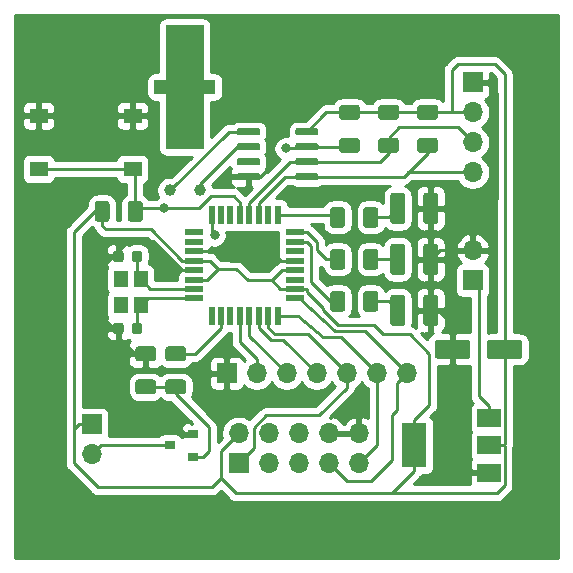
<source format=gbr>
G04 #@! TF.GenerationSoftware,KiCad,Pcbnew,5.1.5-1.fc30*
G04 #@! TF.CreationDate,2020-02-08T00:59:57+03:00*
G04 #@! TF.ProjectId,Tamagotchi-Atmega8,54616d61-676f-4746-9368-692d41746d65,rev?*
G04 #@! TF.SameCoordinates,Original*
G04 #@! TF.FileFunction,Copper,L1,Top*
G04 #@! TF.FilePolarity,Positive*
%FSLAX46Y46*%
G04 Gerber Fmt 4.6, Leading zero omitted, Abs format (unit mm)*
G04 Created by KiCad (PCBNEW 5.1.5-1.fc30) date 2020-02-08 00:59:57*
%MOMM*%
%LPD*%
G04 APERTURE LIST*
%ADD10R,1.550000X1.300000*%
%ADD11R,1.200000X1.200000*%
%ADD12R,3.200000X10.500000*%
%ADD13C,1.000000*%
%ADD14R,1.200000X1.400000*%
%ADD15O,1.700000X1.700000*%
%ADD16R,1.700000X1.700000*%
%ADD17C,0.100000*%
%ADD18R,0.550000X1.600000*%
%ADD19R,1.600000X0.550000*%
%ADD20R,2.000000X1.500000*%
%ADD21R,2.000000X3.800000*%
%ADD22R,0.900000X0.800000*%
%ADD23C,4.000000*%
%ADD24C,0.800000*%
%ADD25C,0.250000*%
%ADD26C,0.254000*%
G04 APERTURE END LIST*
D10*
X109817000Y-73188000D03*
X117767000Y-73188000D03*
X109817000Y-77688000D03*
X117767000Y-77688000D03*
D11*
X120174000Y-70752000D03*
X124174000Y-70752000D03*
D12*
X122174000Y-70752000D03*
D13*
X120904000Y-79502000D03*
X123444000Y-79502000D03*
D14*
X116752000Y-89238000D03*
X116752000Y-87038000D03*
X118452000Y-87038000D03*
X118452000Y-89238000D03*
D15*
X140970000Y-94996000D03*
X138430000Y-94996000D03*
X135890000Y-94996000D03*
X133350000Y-94996000D03*
X130810000Y-94996000D03*
X128270000Y-94996000D03*
D16*
X125730000Y-94996000D03*
G04 #@! TA.AperFunction,SMDPad,CuDef*
D17*
G36*
X133362703Y-74249722D02*
G01*
X133377264Y-74251882D01*
X133391543Y-74255459D01*
X133405403Y-74260418D01*
X133418710Y-74266712D01*
X133431336Y-74274280D01*
X133443159Y-74283048D01*
X133454066Y-74292934D01*
X133463952Y-74303841D01*
X133472720Y-74315664D01*
X133480288Y-74328290D01*
X133486582Y-74341597D01*
X133491541Y-74355457D01*
X133495118Y-74369736D01*
X133497278Y-74384297D01*
X133498000Y-74399000D01*
X133498000Y-74699000D01*
X133497278Y-74713703D01*
X133495118Y-74728264D01*
X133491541Y-74742543D01*
X133486582Y-74756403D01*
X133480288Y-74769710D01*
X133472720Y-74782336D01*
X133463952Y-74794159D01*
X133454066Y-74805066D01*
X133443159Y-74814952D01*
X133431336Y-74823720D01*
X133418710Y-74831288D01*
X133405403Y-74837582D01*
X133391543Y-74842541D01*
X133377264Y-74846118D01*
X133362703Y-74848278D01*
X133348000Y-74849000D01*
X131698000Y-74849000D01*
X131683297Y-74848278D01*
X131668736Y-74846118D01*
X131654457Y-74842541D01*
X131640597Y-74837582D01*
X131627290Y-74831288D01*
X131614664Y-74823720D01*
X131602841Y-74814952D01*
X131591934Y-74805066D01*
X131582048Y-74794159D01*
X131573280Y-74782336D01*
X131565712Y-74769710D01*
X131559418Y-74756403D01*
X131554459Y-74742543D01*
X131550882Y-74728264D01*
X131548722Y-74713703D01*
X131548000Y-74699000D01*
X131548000Y-74399000D01*
X131548722Y-74384297D01*
X131550882Y-74369736D01*
X131554459Y-74355457D01*
X131559418Y-74341597D01*
X131565712Y-74328290D01*
X131573280Y-74315664D01*
X131582048Y-74303841D01*
X131591934Y-74292934D01*
X131602841Y-74283048D01*
X131614664Y-74274280D01*
X131627290Y-74266712D01*
X131640597Y-74260418D01*
X131654457Y-74255459D01*
X131668736Y-74251882D01*
X131683297Y-74249722D01*
X131698000Y-74249000D01*
X133348000Y-74249000D01*
X133362703Y-74249722D01*
G37*
G04 #@! TD.AperFunction*
G04 #@! TA.AperFunction,SMDPad,CuDef*
G36*
X133362703Y-75519722D02*
G01*
X133377264Y-75521882D01*
X133391543Y-75525459D01*
X133405403Y-75530418D01*
X133418710Y-75536712D01*
X133431336Y-75544280D01*
X133443159Y-75553048D01*
X133454066Y-75562934D01*
X133463952Y-75573841D01*
X133472720Y-75585664D01*
X133480288Y-75598290D01*
X133486582Y-75611597D01*
X133491541Y-75625457D01*
X133495118Y-75639736D01*
X133497278Y-75654297D01*
X133498000Y-75669000D01*
X133498000Y-75969000D01*
X133497278Y-75983703D01*
X133495118Y-75998264D01*
X133491541Y-76012543D01*
X133486582Y-76026403D01*
X133480288Y-76039710D01*
X133472720Y-76052336D01*
X133463952Y-76064159D01*
X133454066Y-76075066D01*
X133443159Y-76084952D01*
X133431336Y-76093720D01*
X133418710Y-76101288D01*
X133405403Y-76107582D01*
X133391543Y-76112541D01*
X133377264Y-76116118D01*
X133362703Y-76118278D01*
X133348000Y-76119000D01*
X131698000Y-76119000D01*
X131683297Y-76118278D01*
X131668736Y-76116118D01*
X131654457Y-76112541D01*
X131640597Y-76107582D01*
X131627290Y-76101288D01*
X131614664Y-76093720D01*
X131602841Y-76084952D01*
X131591934Y-76075066D01*
X131582048Y-76064159D01*
X131573280Y-76052336D01*
X131565712Y-76039710D01*
X131559418Y-76026403D01*
X131554459Y-76012543D01*
X131550882Y-75998264D01*
X131548722Y-75983703D01*
X131548000Y-75969000D01*
X131548000Y-75669000D01*
X131548722Y-75654297D01*
X131550882Y-75639736D01*
X131554459Y-75625457D01*
X131559418Y-75611597D01*
X131565712Y-75598290D01*
X131573280Y-75585664D01*
X131582048Y-75573841D01*
X131591934Y-75562934D01*
X131602841Y-75553048D01*
X131614664Y-75544280D01*
X131627290Y-75536712D01*
X131640597Y-75530418D01*
X131654457Y-75525459D01*
X131668736Y-75521882D01*
X131683297Y-75519722D01*
X131698000Y-75519000D01*
X133348000Y-75519000D01*
X133362703Y-75519722D01*
G37*
G04 #@! TD.AperFunction*
G04 #@! TA.AperFunction,SMDPad,CuDef*
G36*
X133362703Y-76789722D02*
G01*
X133377264Y-76791882D01*
X133391543Y-76795459D01*
X133405403Y-76800418D01*
X133418710Y-76806712D01*
X133431336Y-76814280D01*
X133443159Y-76823048D01*
X133454066Y-76832934D01*
X133463952Y-76843841D01*
X133472720Y-76855664D01*
X133480288Y-76868290D01*
X133486582Y-76881597D01*
X133491541Y-76895457D01*
X133495118Y-76909736D01*
X133497278Y-76924297D01*
X133498000Y-76939000D01*
X133498000Y-77239000D01*
X133497278Y-77253703D01*
X133495118Y-77268264D01*
X133491541Y-77282543D01*
X133486582Y-77296403D01*
X133480288Y-77309710D01*
X133472720Y-77322336D01*
X133463952Y-77334159D01*
X133454066Y-77345066D01*
X133443159Y-77354952D01*
X133431336Y-77363720D01*
X133418710Y-77371288D01*
X133405403Y-77377582D01*
X133391543Y-77382541D01*
X133377264Y-77386118D01*
X133362703Y-77388278D01*
X133348000Y-77389000D01*
X131698000Y-77389000D01*
X131683297Y-77388278D01*
X131668736Y-77386118D01*
X131654457Y-77382541D01*
X131640597Y-77377582D01*
X131627290Y-77371288D01*
X131614664Y-77363720D01*
X131602841Y-77354952D01*
X131591934Y-77345066D01*
X131582048Y-77334159D01*
X131573280Y-77322336D01*
X131565712Y-77309710D01*
X131559418Y-77296403D01*
X131554459Y-77282543D01*
X131550882Y-77268264D01*
X131548722Y-77253703D01*
X131548000Y-77239000D01*
X131548000Y-76939000D01*
X131548722Y-76924297D01*
X131550882Y-76909736D01*
X131554459Y-76895457D01*
X131559418Y-76881597D01*
X131565712Y-76868290D01*
X131573280Y-76855664D01*
X131582048Y-76843841D01*
X131591934Y-76832934D01*
X131602841Y-76823048D01*
X131614664Y-76814280D01*
X131627290Y-76806712D01*
X131640597Y-76800418D01*
X131654457Y-76795459D01*
X131668736Y-76791882D01*
X131683297Y-76789722D01*
X131698000Y-76789000D01*
X133348000Y-76789000D01*
X133362703Y-76789722D01*
G37*
G04 #@! TD.AperFunction*
G04 #@! TA.AperFunction,SMDPad,CuDef*
G36*
X133362703Y-78059722D02*
G01*
X133377264Y-78061882D01*
X133391543Y-78065459D01*
X133405403Y-78070418D01*
X133418710Y-78076712D01*
X133431336Y-78084280D01*
X133443159Y-78093048D01*
X133454066Y-78102934D01*
X133463952Y-78113841D01*
X133472720Y-78125664D01*
X133480288Y-78138290D01*
X133486582Y-78151597D01*
X133491541Y-78165457D01*
X133495118Y-78179736D01*
X133497278Y-78194297D01*
X133498000Y-78209000D01*
X133498000Y-78509000D01*
X133497278Y-78523703D01*
X133495118Y-78538264D01*
X133491541Y-78552543D01*
X133486582Y-78566403D01*
X133480288Y-78579710D01*
X133472720Y-78592336D01*
X133463952Y-78604159D01*
X133454066Y-78615066D01*
X133443159Y-78624952D01*
X133431336Y-78633720D01*
X133418710Y-78641288D01*
X133405403Y-78647582D01*
X133391543Y-78652541D01*
X133377264Y-78656118D01*
X133362703Y-78658278D01*
X133348000Y-78659000D01*
X131698000Y-78659000D01*
X131683297Y-78658278D01*
X131668736Y-78656118D01*
X131654457Y-78652541D01*
X131640597Y-78647582D01*
X131627290Y-78641288D01*
X131614664Y-78633720D01*
X131602841Y-78624952D01*
X131591934Y-78615066D01*
X131582048Y-78604159D01*
X131573280Y-78592336D01*
X131565712Y-78579710D01*
X131559418Y-78566403D01*
X131554459Y-78552543D01*
X131550882Y-78538264D01*
X131548722Y-78523703D01*
X131548000Y-78509000D01*
X131548000Y-78209000D01*
X131548722Y-78194297D01*
X131550882Y-78179736D01*
X131554459Y-78165457D01*
X131559418Y-78151597D01*
X131565712Y-78138290D01*
X131573280Y-78125664D01*
X131582048Y-78113841D01*
X131591934Y-78102934D01*
X131602841Y-78093048D01*
X131614664Y-78084280D01*
X131627290Y-78076712D01*
X131640597Y-78070418D01*
X131654457Y-78065459D01*
X131668736Y-78061882D01*
X131683297Y-78059722D01*
X131698000Y-78059000D01*
X133348000Y-78059000D01*
X133362703Y-78059722D01*
G37*
G04 #@! TD.AperFunction*
G04 #@! TA.AperFunction,SMDPad,CuDef*
G36*
X128412703Y-78059722D02*
G01*
X128427264Y-78061882D01*
X128441543Y-78065459D01*
X128455403Y-78070418D01*
X128468710Y-78076712D01*
X128481336Y-78084280D01*
X128493159Y-78093048D01*
X128504066Y-78102934D01*
X128513952Y-78113841D01*
X128522720Y-78125664D01*
X128530288Y-78138290D01*
X128536582Y-78151597D01*
X128541541Y-78165457D01*
X128545118Y-78179736D01*
X128547278Y-78194297D01*
X128548000Y-78209000D01*
X128548000Y-78509000D01*
X128547278Y-78523703D01*
X128545118Y-78538264D01*
X128541541Y-78552543D01*
X128536582Y-78566403D01*
X128530288Y-78579710D01*
X128522720Y-78592336D01*
X128513952Y-78604159D01*
X128504066Y-78615066D01*
X128493159Y-78624952D01*
X128481336Y-78633720D01*
X128468710Y-78641288D01*
X128455403Y-78647582D01*
X128441543Y-78652541D01*
X128427264Y-78656118D01*
X128412703Y-78658278D01*
X128398000Y-78659000D01*
X126748000Y-78659000D01*
X126733297Y-78658278D01*
X126718736Y-78656118D01*
X126704457Y-78652541D01*
X126690597Y-78647582D01*
X126677290Y-78641288D01*
X126664664Y-78633720D01*
X126652841Y-78624952D01*
X126641934Y-78615066D01*
X126632048Y-78604159D01*
X126623280Y-78592336D01*
X126615712Y-78579710D01*
X126609418Y-78566403D01*
X126604459Y-78552543D01*
X126600882Y-78538264D01*
X126598722Y-78523703D01*
X126598000Y-78509000D01*
X126598000Y-78209000D01*
X126598722Y-78194297D01*
X126600882Y-78179736D01*
X126604459Y-78165457D01*
X126609418Y-78151597D01*
X126615712Y-78138290D01*
X126623280Y-78125664D01*
X126632048Y-78113841D01*
X126641934Y-78102934D01*
X126652841Y-78093048D01*
X126664664Y-78084280D01*
X126677290Y-78076712D01*
X126690597Y-78070418D01*
X126704457Y-78065459D01*
X126718736Y-78061882D01*
X126733297Y-78059722D01*
X126748000Y-78059000D01*
X128398000Y-78059000D01*
X128412703Y-78059722D01*
G37*
G04 #@! TD.AperFunction*
G04 #@! TA.AperFunction,SMDPad,CuDef*
G36*
X128412703Y-76789722D02*
G01*
X128427264Y-76791882D01*
X128441543Y-76795459D01*
X128455403Y-76800418D01*
X128468710Y-76806712D01*
X128481336Y-76814280D01*
X128493159Y-76823048D01*
X128504066Y-76832934D01*
X128513952Y-76843841D01*
X128522720Y-76855664D01*
X128530288Y-76868290D01*
X128536582Y-76881597D01*
X128541541Y-76895457D01*
X128545118Y-76909736D01*
X128547278Y-76924297D01*
X128548000Y-76939000D01*
X128548000Y-77239000D01*
X128547278Y-77253703D01*
X128545118Y-77268264D01*
X128541541Y-77282543D01*
X128536582Y-77296403D01*
X128530288Y-77309710D01*
X128522720Y-77322336D01*
X128513952Y-77334159D01*
X128504066Y-77345066D01*
X128493159Y-77354952D01*
X128481336Y-77363720D01*
X128468710Y-77371288D01*
X128455403Y-77377582D01*
X128441543Y-77382541D01*
X128427264Y-77386118D01*
X128412703Y-77388278D01*
X128398000Y-77389000D01*
X126748000Y-77389000D01*
X126733297Y-77388278D01*
X126718736Y-77386118D01*
X126704457Y-77382541D01*
X126690597Y-77377582D01*
X126677290Y-77371288D01*
X126664664Y-77363720D01*
X126652841Y-77354952D01*
X126641934Y-77345066D01*
X126632048Y-77334159D01*
X126623280Y-77322336D01*
X126615712Y-77309710D01*
X126609418Y-77296403D01*
X126604459Y-77282543D01*
X126600882Y-77268264D01*
X126598722Y-77253703D01*
X126598000Y-77239000D01*
X126598000Y-76939000D01*
X126598722Y-76924297D01*
X126600882Y-76909736D01*
X126604459Y-76895457D01*
X126609418Y-76881597D01*
X126615712Y-76868290D01*
X126623280Y-76855664D01*
X126632048Y-76843841D01*
X126641934Y-76832934D01*
X126652841Y-76823048D01*
X126664664Y-76814280D01*
X126677290Y-76806712D01*
X126690597Y-76800418D01*
X126704457Y-76795459D01*
X126718736Y-76791882D01*
X126733297Y-76789722D01*
X126748000Y-76789000D01*
X128398000Y-76789000D01*
X128412703Y-76789722D01*
G37*
G04 #@! TD.AperFunction*
G04 #@! TA.AperFunction,SMDPad,CuDef*
G36*
X128412703Y-75519722D02*
G01*
X128427264Y-75521882D01*
X128441543Y-75525459D01*
X128455403Y-75530418D01*
X128468710Y-75536712D01*
X128481336Y-75544280D01*
X128493159Y-75553048D01*
X128504066Y-75562934D01*
X128513952Y-75573841D01*
X128522720Y-75585664D01*
X128530288Y-75598290D01*
X128536582Y-75611597D01*
X128541541Y-75625457D01*
X128545118Y-75639736D01*
X128547278Y-75654297D01*
X128548000Y-75669000D01*
X128548000Y-75969000D01*
X128547278Y-75983703D01*
X128545118Y-75998264D01*
X128541541Y-76012543D01*
X128536582Y-76026403D01*
X128530288Y-76039710D01*
X128522720Y-76052336D01*
X128513952Y-76064159D01*
X128504066Y-76075066D01*
X128493159Y-76084952D01*
X128481336Y-76093720D01*
X128468710Y-76101288D01*
X128455403Y-76107582D01*
X128441543Y-76112541D01*
X128427264Y-76116118D01*
X128412703Y-76118278D01*
X128398000Y-76119000D01*
X126748000Y-76119000D01*
X126733297Y-76118278D01*
X126718736Y-76116118D01*
X126704457Y-76112541D01*
X126690597Y-76107582D01*
X126677290Y-76101288D01*
X126664664Y-76093720D01*
X126652841Y-76084952D01*
X126641934Y-76075066D01*
X126632048Y-76064159D01*
X126623280Y-76052336D01*
X126615712Y-76039710D01*
X126609418Y-76026403D01*
X126604459Y-76012543D01*
X126600882Y-75998264D01*
X126598722Y-75983703D01*
X126598000Y-75969000D01*
X126598000Y-75669000D01*
X126598722Y-75654297D01*
X126600882Y-75639736D01*
X126604459Y-75625457D01*
X126609418Y-75611597D01*
X126615712Y-75598290D01*
X126623280Y-75585664D01*
X126632048Y-75573841D01*
X126641934Y-75562934D01*
X126652841Y-75553048D01*
X126664664Y-75544280D01*
X126677290Y-75536712D01*
X126690597Y-75530418D01*
X126704457Y-75525459D01*
X126718736Y-75521882D01*
X126733297Y-75519722D01*
X126748000Y-75519000D01*
X128398000Y-75519000D01*
X128412703Y-75519722D01*
G37*
G04 #@! TD.AperFunction*
G04 #@! TA.AperFunction,SMDPad,CuDef*
G36*
X128412703Y-74249722D02*
G01*
X128427264Y-74251882D01*
X128441543Y-74255459D01*
X128455403Y-74260418D01*
X128468710Y-74266712D01*
X128481336Y-74274280D01*
X128493159Y-74283048D01*
X128504066Y-74292934D01*
X128513952Y-74303841D01*
X128522720Y-74315664D01*
X128530288Y-74328290D01*
X128536582Y-74341597D01*
X128541541Y-74355457D01*
X128545118Y-74369736D01*
X128547278Y-74384297D01*
X128548000Y-74399000D01*
X128548000Y-74699000D01*
X128547278Y-74713703D01*
X128545118Y-74728264D01*
X128541541Y-74742543D01*
X128536582Y-74756403D01*
X128530288Y-74769710D01*
X128522720Y-74782336D01*
X128513952Y-74794159D01*
X128504066Y-74805066D01*
X128493159Y-74814952D01*
X128481336Y-74823720D01*
X128468710Y-74831288D01*
X128455403Y-74837582D01*
X128441543Y-74842541D01*
X128427264Y-74846118D01*
X128412703Y-74848278D01*
X128398000Y-74849000D01*
X126748000Y-74849000D01*
X126733297Y-74848278D01*
X126718736Y-74846118D01*
X126704457Y-74842541D01*
X126690597Y-74837582D01*
X126677290Y-74831288D01*
X126664664Y-74823720D01*
X126652841Y-74814952D01*
X126641934Y-74805066D01*
X126632048Y-74794159D01*
X126623280Y-74782336D01*
X126615712Y-74769710D01*
X126609418Y-74756403D01*
X126604459Y-74742543D01*
X126600882Y-74728264D01*
X126598722Y-74713703D01*
X126598000Y-74699000D01*
X126598000Y-74399000D01*
X126598722Y-74384297D01*
X126600882Y-74369736D01*
X126604459Y-74355457D01*
X126609418Y-74341597D01*
X126615712Y-74328290D01*
X126623280Y-74315664D01*
X126632048Y-74303841D01*
X126641934Y-74292934D01*
X126652841Y-74283048D01*
X126664664Y-74274280D01*
X126677290Y-74266712D01*
X126690597Y-74260418D01*
X126704457Y-74255459D01*
X126718736Y-74251882D01*
X126733297Y-74249722D01*
X126748000Y-74249000D01*
X128398000Y-74249000D01*
X128412703Y-74249722D01*
G37*
G04 #@! TD.AperFunction*
D18*
X124454000Y-81602000D03*
X125254000Y-81602000D03*
X126054000Y-81602000D03*
X126854000Y-81602000D03*
X127654000Y-81602000D03*
X128454000Y-81602000D03*
X129254000Y-81602000D03*
X130054000Y-81602000D03*
D19*
X131504000Y-83052000D03*
X131504000Y-83852000D03*
X131504000Y-84652000D03*
X131504000Y-85452000D03*
X131504000Y-86252000D03*
X131504000Y-87052000D03*
X131504000Y-87852000D03*
X131504000Y-88652000D03*
D18*
X130054000Y-90102000D03*
X129254000Y-90102000D03*
X128454000Y-90102000D03*
X127654000Y-90102000D03*
X126854000Y-90102000D03*
X126054000Y-90102000D03*
X125254000Y-90102000D03*
X124454000Y-90102000D03*
D19*
X123004000Y-88652000D03*
X123004000Y-87852000D03*
X123004000Y-87052000D03*
X123004000Y-86252000D03*
X123004000Y-85452000D03*
X123004000Y-84652000D03*
X123004000Y-83852000D03*
X123004000Y-83052000D03*
D20*
X147930000Y-103392000D03*
X147930000Y-98792000D03*
X147930000Y-101092000D03*
D21*
X141630000Y-101092000D03*
G04 #@! TA.AperFunction,SMDPad,CuDef*
D17*
G36*
X136793504Y-75074204D02*
G01*
X136817773Y-75077804D01*
X136841571Y-75083765D01*
X136864671Y-75092030D01*
X136886849Y-75102520D01*
X136907893Y-75115133D01*
X136927598Y-75129747D01*
X136945777Y-75146223D01*
X136962253Y-75164402D01*
X136976867Y-75184107D01*
X136989480Y-75205151D01*
X136999970Y-75227329D01*
X137008235Y-75250429D01*
X137014196Y-75274227D01*
X137017796Y-75298496D01*
X137019000Y-75323000D01*
X137019000Y-76073000D01*
X137017796Y-76097504D01*
X137014196Y-76121773D01*
X137008235Y-76145571D01*
X136999970Y-76168671D01*
X136989480Y-76190849D01*
X136976867Y-76211893D01*
X136962253Y-76231598D01*
X136945777Y-76249777D01*
X136927598Y-76266253D01*
X136907893Y-76280867D01*
X136886849Y-76293480D01*
X136864671Y-76303970D01*
X136841571Y-76312235D01*
X136817773Y-76318196D01*
X136793504Y-76321796D01*
X136769000Y-76323000D01*
X135519000Y-76323000D01*
X135494496Y-76321796D01*
X135470227Y-76318196D01*
X135446429Y-76312235D01*
X135423329Y-76303970D01*
X135401151Y-76293480D01*
X135380107Y-76280867D01*
X135360402Y-76266253D01*
X135342223Y-76249777D01*
X135325747Y-76231598D01*
X135311133Y-76211893D01*
X135298520Y-76190849D01*
X135288030Y-76168671D01*
X135279765Y-76145571D01*
X135273804Y-76121773D01*
X135270204Y-76097504D01*
X135269000Y-76073000D01*
X135269000Y-75323000D01*
X135270204Y-75298496D01*
X135273804Y-75274227D01*
X135279765Y-75250429D01*
X135288030Y-75227329D01*
X135298520Y-75205151D01*
X135311133Y-75184107D01*
X135325747Y-75164402D01*
X135342223Y-75146223D01*
X135360402Y-75129747D01*
X135380107Y-75115133D01*
X135401151Y-75102520D01*
X135423329Y-75092030D01*
X135446429Y-75083765D01*
X135470227Y-75077804D01*
X135494496Y-75074204D01*
X135519000Y-75073000D01*
X136769000Y-75073000D01*
X136793504Y-75074204D01*
G37*
G04 #@! TD.AperFunction*
G04 #@! TA.AperFunction,SMDPad,CuDef*
G36*
X136793504Y-72274204D02*
G01*
X136817773Y-72277804D01*
X136841571Y-72283765D01*
X136864671Y-72292030D01*
X136886849Y-72302520D01*
X136907893Y-72315133D01*
X136927598Y-72329747D01*
X136945777Y-72346223D01*
X136962253Y-72364402D01*
X136976867Y-72384107D01*
X136989480Y-72405151D01*
X136999970Y-72427329D01*
X137008235Y-72450429D01*
X137014196Y-72474227D01*
X137017796Y-72498496D01*
X137019000Y-72523000D01*
X137019000Y-73273000D01*
X137017796Y-73297504D01*
X137014196Y-73321773D01*
X137008235Y-73345571D01*
X136999970Y-73368671D01*
X136989480Y-73390849D01*
X136976867Y-73411893D01*
X136962253Y-73431598D01*
X136945777Y-73449777D01*
X136927598Y-73466253D01*
X136907893Y-73480867D01*
X136886849Y-73493480D01*
X136864671Y-73503970D01*
X136841571Y-73512235D01*
X136817773Y-73518196D01*
X136793504Y-73521796D01*
X136769000Y-73523000D01*
X135519000Y-73523000D01*
X135494496Y-73521796D01*
X135470227Y-73518196D01*
X135446429Y-73512235D01*
X135423329Y-73503970D01*
X135401151Y-73493480D01*
X135380107Y-73480867D01*
X135360402Y-73466253D01*
X135342223Y-73449777D01*
X135325747Y-73431598D01*
X135311133Y-73411893D01*
X135298520Y-73390849D01*
X135288030Y-73368671D01*
X135279765Y-73345571D01*
X135273804Y-73321773D01*
X135270204Y-73297504D01*
X135269000Y-73273000D01*
X135269000Y-72523000D01*
X135270204Y-72498496D01*
X135273804Y-72474227D01*
X135279765Y-72450429D01*
X135288030Y-72427329D01*
X135298520Y-72405151D01*
X135311133Y-72384107D01*
X135325747Y-72364402D01*
X135342223Y-72346223D01*
X135360402Y-72329747D01*
X135380107Y-72315133D01*
X135401151Y-72302520D01*
X135423329Y-72292030D01*
X135446429Y-72283765D01*
X135470227Y-72277804D01*
X135494496Y-72274204D01*
X135519000Y-72273000D01*
X136769000Y-72273000D01*
X136793504Y-72274204D01*
G37*
G04 #@! TD.AperFunction*
G04 #@! TA.AperFunction,SMDPad,CuDef*
G36*
X138321504Y-80914204D02*
G01*
X138345773Y-80917804D01*
X138369571Y-80923765D01*
X138392671Y-80932030D01*
X138414849Y-80942520D01*
X138435893Y-80955133D01*
X138455598Y-80969747D01*
X138473777Y-80986223D01*
X138490253Y-81004402D01*
X138504867Y-81024107D01*
X138517480Y-81045151D01*
X138527970Y-81067329D01*
X138536235Y-81090429D01*
X138542196Y-81114227D01*
X138545796Y-81138496D01*
X138547000Y-81163000D01*
X138547000Y-82413000D01*
X138545796Y-82437504D01*
X138542196Y-82461773D01*
X138536235Y-82485571D01*
X138527970Y-82508671D01*
X138517480Y-82530849D01*
X138504867Y-82551893D01*
X138490253Y-82571598D01*
X138473777Y-82589777D01*
X138455598Y-82606253D01*
X138435893Y-82620867D01*
X138414849Y-82633480D01*
X138392671Y-82643970D01*
X138369571Y-82652235D01*
X138345773Y-82658196D01*
X138321504Y-82661796D01*
X138297000Y-82663000D01*
X137547000Y-82663000D01*
X137522496Y-82661796D01*
X137498227Y-82658196D01*
X137474429Y-82652235D01*
X137451329Y-82643970D01*
X137429151Y-82633480D01*
X137408107Y-82620867D01*
X137388402Y-82606253D01*
X137370223Y-82589777D01*
X137353747Y-82571598D01*
X137339133Y-82551893D01*
X137326520Y-82530849D01*
X137316030Y-82508671D01*
X137307765Y-82485571D01*
X137301804Y-82461773D01*
X137298204Y-82437504D01*
X137297000Y-82413000D01*
X137297000Y-81163000D01*
X137298204Y-81138496D01*
X137301804Y-81114227D01*
X137307765Y-81090429D01*
X137316030Y-81067329D01*
X137326520Y-81045151D01*
X137339133Y-81024107D01*
X137353747Y-81004402D01*
X137370223Y-80986223D01*
X137388402Y-80969747D01*
X137408107Y-80955133D01*
X137429151Y-80942520D01*
X137451329Y-80932030D01*
X137474429Y-80923765D01*
X137498227Y-80917804D01*
X137522496Y-80914204D01*
X137547000Y-80913000D01*
X138297000Y-80913000D01*
X138321504Y-80914204D01*
G37*
G04 #@! TD.AperFunction*
G04 #@! TA.AperFunction,SMDPad,CuDef*
G36*
X135521504Y-80914204D02*
G01*
X135545773Y-80917804D01*
X135569571Y-80923765D01*
X135592671Y-80932030D01*
X135614849Y-80942520D01*
X135635893Y-80955133D01*
X135655598Y-80969747D01*
X135673777Y-80986223D01*
X135690253Y-81004402D01*
X135704867Y-81024107D01*
X135717480Y-81045151D01*
X135727970Y-81067329D01*
X135736235Y-81090429D01*
X135742196Y-81114227D01*
X135745796Y-81138496D01*
X135747000Y-81163000D01*
X135747000Y-82413000D01*
X135745796Y-82437504D01*
X135742196Y-82461773D01*
X135736235Y-82485571D01*
X135727970Y-82508671D01*
X135717480Y-82530849D01*
X135704867Y-82551893D01*
X135690253Y-82571598D01*
X135673777Y-82589777D01*
X135655598Y-82606253D01*
X135635893Y-82620867D01*
X135614849Y-82633480D01*
X135592671Y-82643970D01*
X135569571Y-82652235D01*
X135545773Y-82658196D01*
X135521504Y-82661796D01*
X135497000Y-82663000D01*
X134747000Y-82663000D01*
X134722496Y-82661796D01*
X134698227Y-82658196D01*
X134674429Y-82652235D01*
X134651329Y-82643970D01*
X134629151Y-82633480D01*
X134608107Y-82620867D01*
X134588402Y-82606253D01*
X134570223Y-82589777D01*
X134553747Y-82571598D01*
X134539133Y-82551893D01*
X134526520Y-82530849D01*
X134516030Y-82508671D01*
X134507765Y-82485571D01*
X134501804Y-82461773D01*
X134498204Y-82437504D01*
X134497000Y-82413000D01*
X134497000Y-81163000D01*
X134498204Y-81138496D01*
X134501804Y-81114227D01*
X134507765Y-81090429D01*
X134516030Y-81067329D01*
X134526520Y-81045151D01*
X134539133Y-81024107D01*
X134553747Y-81004402D01*
X134570223Y-80986223D01*
X134588402Y-80969747D01*
X134608107Y-80955133D01*
X134629151Y-80942520D01*
X134651329Y-80932030D01*
X134674429Y-80923765D01*
X134698227Y-80917804D01*
X134722496Y-80914204D01*
X134747000Y-80913000D01*
X135497000Y-80913000D01*
X135521504Y-80914204D01*
G37*
G04 #@! TD.AperFunction*
G04 #@! TA.AperFunction,SMDPad,CuDef*
G36*
X138327504Y-84470204D02*
G01*
X138351773Y-84473804D01*
X138375571Y-84479765D01*
X138398671Y-84488030D01*
X138420849Y-84498520D01*
X138441893Y-84511133D01*
X138461598Y-84525747D01*
X138479777Y-84542223D01*
X138496253Y-84560402D01*
X138510867Y-84580107D01*
X138523480Y-84601151D01*
X138533970Y-84623329D01*
X138542235Y-84646429D01*
X138548196Y-84670227D01*
X138551796Y-84694496D01*
X138553000Y-84719000D01*
X138553000Y-85969000D01*
X138551796Y-85993504D01*
X138548196Y-86017773D01*
X138542235Y-86041571D01*
X138533970Y-86064671D01*
X138523480Y-86086849D01*
X138510867Y-86107893D01*
X138496253Y-86127598D01*
X138479777Y-86145777D01*
X138461598Y-86162253D01*
X138441893Y-86176867D01*
X138420849Y-86189480D01*
X138398671Y-86199970D01*
X138375571Y-86208235D01*
X138351773Y-86214196D01*
X138327504Y-86217796D01*
X138303000Y-86219000D01*
X137553000Y-86219000D01*
X137528496Y-86217796D01*
X137504227Y-86214196D01*
X137480429Y-86208235D01*
X137457329Y-86199970D01*
X137435151Y-86189480D01*
X137414107Y-86176867D01*
X137394402Y-86162253D01*
X137376223Y-86145777D01*
X137359747Y-86127598D01*
X137345133Y-86107893D01*
X137332520Y-86086849D01*
X137322030Y-86064671D01*
X137313765Y-86041571D01*
X137307804Y-86017773D01*
X137304204Y-85993504D01*
X137303000Y-85969000D01*
X137303000Y-84719000D01*
X137304204Y-84694496D01*
X137307804Y-84670227D01*
X137313765Y-84646429D01*
X137322030Y-84623329D01*
X137332520Y-84601151D01*
X137345133Y-84580107D01*
X137359747Y-84560402D01*
X137376223Y-84542223D01*
X137394402Y-84525747D01*
X137414107Y-84511133D01*
X137435151Y-84498520D01*
X137457329Y-84488030D01*
X137480429Y-84479765D01*
X137504227Y-84473804D01*
X137528496Y-84470204D01*
X137553000Y-84469000D01*
X138303000Y-84469000D01*
X138327504Y-84470204D01*
G37*
G04 #@! TD.AperFunction*
G04 #@! TA.AperFunction,SMDPad,CuDef*
G36*
X135527504Y-84470204D02*
G01*
X135551773Y-84473804D01*
X135575571Y-84479765D01*
X135598671Y-84488030D01*
X135620849Y-84498520D01*
X135641893Y-84511133D01*
X135661598Y-84525747D01*
X135679777Y-84542223D01*
X135696253Y-84560402D01*
X135710867Y-84580107D01*
X135723480Y-84601151D01*
X135733970Y-84623329D01*
X135742235Y-84646429D01*
X135748196Y-84670227D01*
X135751796Y-84694496D01*
X135753000Y-84719000D01*
X135753000Y-85969000D01*
X135751796Y-85993504D01*
X135748196Y-86017773D01*
X135742235Y-86041571D01*
X135733970Y-86064671D01*
X135723480Y-86086849D01*
X135710867Y-86107893D01*
X135696253Y-86127598D01*
X135679777Y-86145777D01*
X135661598Y-86162253D01*
X135641893Y-86176867D01*
X135620849Y-86189480D01*
X135598671Y-86199970D01*
X135575571Y-86208235D01*
X135551773Y-86214196D01*
X135527504Y-86217796D01*
X135503000Y-86219000D01*
X134753000Y-86219000D01*
X134728496Y-86217796D01*
X134704227Y-86214196D01*
X134680429Y-86208235D01*
X134657329Y-86199970D01*
X134635151Y-86189480D01*
X134614107Y-86176867D01*
X134594402Y-86162253D01*
X134576223Y-86145777D01*
X134559747Y-86127598D01*
X134545133Y-86107893D01*
X134532520Y-86086849D01*
X134522030Y-86064671D01*
X134513765Y-86041571D01*
X134507804Y-86017773D01*
X134504204Y-85993504D01*
X134503000Y-85969000D01*
X134503000Y-84719000D01*
X134504204Y-84694496D01*
X134507804Y-84670227D01*
X134513765Y-84646429D01*
X134522030Y-84623329D01*
X134532520Y-84601151D01*
X134545133Y-84580107D01*
X134559747Y-84560402D01*
X134576223Y-84542223D01*
X134594402Y-84525747D01*
X134614107Y-84511133D01*
X134635151Y-84498520D01*
X134657329Y-84488030D01*
X134680429Y-84479765D01*
X134704227Y-84473804D01*
X134728496Y-84470204D01*
X134753000Y-84469000D01*
X135503000Y-84469000D01*
X135527504Y-84470204D01*
G37*
G04 #@! TD.AperFunction*
G04 #@! TA.AperFunction,SMDPad,CuDef*
G36*
X138327504Y-88026204D02*
G01*
X138351773Y-88029804D01*
X138375571Y-88035765D01*
X138398671Y-88044030D01*
X138420849Y-88054520D01*
X138441893Y-88067133D01*
X138461598Y-88081747D01*
X138479777Y-88098223D01*
X138496253Y-88116402D01*
X138510867Y-88136107D01*
X138523480Y-88157151D01*
X138533970Y-88179329D01*
X138542235Y-88202429D01*
X138548196Y-88226227D01*
X138551796Y-88250496D01*
X138553000Y-88275000D01*
X138553000Y-89525000D01*
X138551796Y-89549504D01*
X138548196Y-89573773D01*
X138542235Y-89597571D01*
X138533970Y-89620671D01*
X138523480Y-89642849D01*
X138510867Y-89663893D01*
X138496253Y-89683598D01*
X138479777Y-89701777D01*
X138461598Y-89718253D01*
X138441893Y-89732867D01*
X138420849Y-89745480D01*
X138398671Y-89755970D01*
X138375571Y-89764235D01*
X138351773Y-89770196D01*
X138327504Y-89773796D01*
X138303000Y-89775000D01*
X137553000Y-89775000D01*
X137528496Y-89773796D01*
X137504227Y-89770196D01*
X137480429Y-89764235D01*
X137457329Y-89755970D01*
X137435151Y-89745480D01*
X137414107Y-89732867D01*
X137394402Y-89718253D01*
X137376223Y-89701777D01*
X137359747Y-89683598D01*
X137345133Y-89663893D01*
X137332520Y-89642849D01*
X137322030Y-89620671D01*
X137313765Y-89597571D01*
X137307804Y-89573773D01*
X137304204Y-89549504D01*
X137303000Y-89525000D01*
X137303000Y-88275000D01*
X137304204Y-88250496D01*
X137307804Y-88226227D01*
X137313765Y-88202429D01*
X137322030Y-88179329D01*
X137332520Y-88157151D01*
X137345133Y-88136107D01*
X137359747Y-88116402D01*
X137376223Y-88098223D01*
X137394402Y-88081747D01*
X137414107Y-88067133D01*
X137435151Y-88054520D01*
X137457329Y-88044030D01*
X137480429Y-88035765D01*
X137504227Y-88029804D01*
X137528496Y-88026204D01*
X137553000Y-88025000D01*
X138303000Y-88025000D01*
X138327504Y-88026204D01*
G37*
G04 #@! TD.AperFunction*
G04 #@! TA.AperFunction,SMDPad,CuDef*
G36*
X135527504Y-88026204D02*
G01*
X135551773Y-88029804D01*
X135575571Y-88035765D01*
X135598671Y-88044030D01*
X135620849Y-88054520D01*
X135641893Y-88067133D01*
X135661598Y-88081747D01*
X135679777Y-88098223D01*
X135696253Y-88116402D01*
X135710867Y-88136107D01*
X135723480Y-88157151D01*
X135733970Y-88179329D01*
X135742235Y-88202429D01*
X135748196Y-88226227D01*
X135751796Y-88250496D01*
X135753000Y-88275000D01*
X135753000Y-89525000D01*
X135751796Y-89549504D01*
X135748196Y-89573773D01*
X135742235Y-89597571D01*
X135733970Y-89620671D01*
X135723480Y-89642849D01*
X135710867Y-89663893D01*
X135696253Y-89683598D01*
X135679777Y-89701777D01*
X135661598Y-89718253D01*
X135641893Y-89732867D01*
X135620849Y-89745480D01*
X135598671Y-89755970D01*
X135575571Y-89764235D01*
X135551773Y-89770196D01*
X135527504Y-89773796D01*
X135503000Y-89775000D01*
X134753000Y-89775000D01*
X134728496Y-89773796D01*
X134704227Y-89770196D01*
X134680429Y-89764235D01*
X134657329Y-89755970D01*
X134635151Y-89745480D01*
X134614107Y-89732867D01*
X134594402Y-89718253D01*
X134576223Y-89701777D01*
X134559747Y-89683598D01*
X134545133Y-89663893D01*
X134532520Y-89642849D01*
X134522030Y-89620671D01*
X134513765Y-89597571D01*
X134507804Y-89573773D01*
X134504204Y-89549504D01*
X134503000Y-89525000D01*
X134503000Y-88275000D01*
X134504204Y-88250496D01*
X134507804Y-88226227D01*
X134513765Y-88202429D01*
X134522030Y-88179329D01*
X134532520Y-88157151D01*
X134545133Y-88136107D01*
X134559747Y-88116402D01*
X134576223Y-88098223D01*
X134594402Y-88081747D01*
X134614107Y-88067133D01*
X134635151Y-88054520D01*
X134657329Y-88044030D01*
X134680429Y-88035765D01*
X134704227Y-88029804D01*
X134728496Y-88026204D01*
X134753000Y-88025000D01*
X135503000Y-88025000D01*
X135527504Y-88026204D01*
G37*
G04 #@! TD.AperFunction*
G04 #@! TA.AperFunction,SMDPad,CuDef*
G36*
X143397504Y-75068204D02*
G01*
X143421773Y-75071804D01*
X143445571Y-75077765D01*
X143468671Y-75086030D01*
X143490849Y-75096520D01*
X143511893Y-75109133D01*
X143531598Y-75123747D01*
X143549777Y-75140223D01*
X143566253Y-75158402D01*
X143580867Y-75178107D01*
X143593480Y-75199151D01*
X143603970Y-75221329D01*
X143612235Y-75244429D01*
X143618196Y-75268227D01*
X143621796Y-75292496D01*
X143623000Y-75317000D01*
X143623000Y-76067000D01*
X143621796Y-76091504D01*
X143618196Y-76115773D01*
X143612235Y-76139571D01*
X143603970Y-76162671D01*
X143593480Y-76184849D01*
X143580867Y-76205893D01*
X143566253Y-76225598D01*
X143549777Y-76243777D01*
X143531598Y-76260253D01*
X143511893Y-76274867D01*
X143490849Y-76287480D01*
X143468671Y-76297970D01*
X143445571Y-76306235D01*
X143421773Y-76312196D01*
X143397504Y-76315796D01*
X143373000Y-76317000D01*
X142123000Y-76317000D01*
X142098496Y-76315796D01*
X142074227Y-76312196D01*
X142050429Y-76306235D01*
X142027329Y-76297970D01*
X142005151Y-76287480D01*
X141984107Y-76274867D01*
X141964402Y-76260253D01*
X141946223Y-76243777D01*
X141929747Y-76225598D01*
X141915133Y-76205893D01*
X141902520Y-76184849D01*
X141892030Y-76162671D01*
X141883765Y-76139571D01*
X141877804Y-76115773D01*
X141874204Y-76091504D01*
X141873000Y-76067000D01*
X141873000Y-75317000D01*
X141874204Y-75292496D01*
X141877804Y-75268227D01*
X141883765Y-75244429D01*
X141892030Y-75221329D01*
X141902520Y-75199151D01*
X141915133Y-75178107D01*
X141929747Y-75158402D01*
X141946223Y-75140223D01*
X141964402Y-75123747D01*
X141984107Y-75109133D01*
X142005151Y-75096520D01*
X142027329Y-75086030D01*
X142050429Y-75077765D01*
X142074227Y-75071804D01*
X142098496Y-75068204D01*
X142123000Y-75067000D01*
X143373000Y-75067000D01*
X143397504Y-75068204D01*
G37*
G04 #@! TD.AperFunction*
G04 #@! TA.AperFunction,SMDPad,CuDef*
G36*
X143397504Y-72268204D02*
G01*
X143421773Y-72271804D01*
X143445571Y-72277765D01*
X143468671Y-72286030D01*
X143490849Y-72296520D01*
X143511893Y-72309133D01*
X143531598Y-72323747D01*
X143549777Y-72340223D01*
X143566253Y-72358402D01*
X143580867Y-72378107D01*
X143593480Y-72399151D01*
X143603970Y-72421329D01*
X143612235Y-72444429D01*
X143618196Y-72468227D01*
X143621796Y-72492496D01*
X143623000Y-72517000D01*
X143623000Y-73267000D01*
X143621796Y-73291504D01*
X143618196Y-73315773D01*
X143612235Y-73339571D01*
X143603970Y-73362671D01*
X143593480Y-73384849D01*
X143580867Y-73405893D01*
X143566253Y-73425598D01*
X143549777Y-73443777D01*
X143531598Y-73460253D01*
X143511893Y-73474867D01*
X143490849Y-73487480D01*
X143468671Y-73497970D01*
X143445571Y-73506235D01*
X143421773Y-73512196D01*
X143397504Y-73515796D01*
X143373000Y-73517000D01*
X142123000Y-73517000D01*
X142098496Y-73515796D01*
X142074227Y-73512196D01*
X142050429Y-73506235D01*
X142027329Y-73497970D01*
X142005151Y-73487480D01*
X141984107Y-73474867D01*
X141964402Y-73460253D01*
X141946223Y-73443777D01*
X141929747Y-73425598D01*
X141915133Y-73405893D01*
X141902520Y-73384849D01*
X141892030Y-73362671D01*
X141883765Y-73339571D01*
X141877804Y-73315773D01*
X141874204Y-73291504D01*
X141873000Y-73267000D01*
X141873000Y-72517000D01*
X141874204Y-72492496D01*
X141877804Y-72468227D01*
X141883765Y-72444429D01*
X141892030Y-72421329D01*
X141902520Y-72399151D01*
X141915133Y-72378107D01*
X141929747Y-72358402D01*
X141946223Y-72340223D01*
X141964402Y-72323747D01*
X141984107Y-72309133D01*
X142005151Y-72296520D01*
X142027329Y-72286030D01*
X142050429Y-72277765D01*
X142074227Y-72271804D01*
X142098496Y-72268204D01*
X142123000Y-72267000D01*
X143373000Y-72267000D01*
X143397504Y-72268204D01*
G37*
G04 #@! TD.AperFunction*
G04 #@! TA.AperFunction,SMDPad,CuDef*
G36*
X140095504Y-75068204D02*
G01*
X140119773Y-75071804D01*
X140143571Y-75077765D01*
X140166671Y-75086030D01*
X140188849Y-75096520D01*
X140209893Y-75109133D01*
X140229598Y-75123747D01*
X140247777Y-75140223D01*
X140264253Y-75158402D01*
X140278867Y-75178107D01*
X140291480Y-75199151D01*
X140301970Y-75221329D01*
X140310235Y-75244429D01*
X140316196Y-75268227D01*
X140319796Y-75292496D01*
X140321000Y-75317000D01*
X140321000Y-76067000D01*
X140319796Y-76091504D01*
X140316196Y-76115773D01*
X140310235Y-76139571D01*
X140301970Y-76162671D01*
X140291480Y-76184849D01*
X140278867Y-76205893D01*
X140264253Y-76225598D01*
X140247777Y-76243777D01*
X140229598Y-76260253D01*
X140209893Y-76274867D01*
X140188849Y-76287480D01*
X140166671Y-76297970D01*
X140143571Y-76306235D01*
X140119773Y-76312196D01*
X140095504Y-76315796D01*
X140071000Y-76317000D01*
X138821000Y-76317000D01*
X138796496Y-76315796D01*
X138772227Y-76312196D01*
X138748429Y-76306235D01*
X138725329Y-76297970D01*
X138703151Y-76287480D01*
X138682107Y-76274867D01*
X138662402Y-76260253D01*
X138644223Y-76243777D01*
X138627747Y-76225598D01*
X138613133Y-76205893D01*
X138600520Y-76184849D01*
X138590030Y-76162671D01*
X138581765Y-76139571D01*
X138575804Y-76115773D01*
X138572204Y-76091504D01*
X138571000Y-76067000D01*
X138571000Y-75317000D01*
X138572204Y-75292496D01*
X138575804Y-75268227D01*
X138581765Y-75244429D01*
X138590030Y-75221329D01*
X138600520Y-75199151D01*
X138613133Y-75178107D01*
X138627747Y-75158402D01*
X138644223Y-75140223D01*
X138662402Y-75123747D01*
X138682107Y-75109133D01*
X138703151Y-75096520D01*
X138725329Y-75086030D01*
X138748429Y-75077765D01*
X138772227Y-75071804D01*
X138796496Y-75068204D01*
X138821000Y-75067000D01*
X140071000Y-75067000D01*
X140095504Y-75068204D01*
G37*
G04 #@! TD.AperFunction*
G04 #@! TA.AperFunction,SMDPad,CuDef*
G36*
X140095504Y-72268204D02*
G01*
X140119773Y-72271804D01*
X140143571Y-72277765D01*
X140166671Y-72286030D01*
X140188849Y-72296520D01*
X140209893Y-72309133D01*
X140229598Y-72323747D01*
X140247777Y-72340223D01*
X140264253Y-72358402D01*
X140278867Y-72378107D01*
X140291480Y-72399151D01*
X140301970Y-72421329D01*
X140310235Y-72444429D01*
X140316196Y-72468227D01*
X140319796Y-72492496D01*
X140321000Y-72517000D01*
X140321000Y-73267000D01*
X140319796Y-73291504D01*
X140316196Y-73315773D01*
X140310235Y-73339571D01*
X140301970Y-73362671D01*
X140291480Y-73384849D01*
X140278867Y-73405893D01*
X140264253Y-73425598D01*
X140247777Y-73443777D01*
X140229598Y-73460253D01*
X140209893Y-73474867D01*
X140188849Y-73487480D01*
X140166671Y-73497970D01*
X140143571Y-73506235D01*
X140119773Y-73512196D01*
X140095504Y-73515796D01*
X140071000Y-73517000D01*
X138821000Y-73517000D01*
X138796496Y-73515796D01*
X138772227Y-73512196D01*
X138748429Y-73506235D01*
X138725329Y-73497970D01*
X138703151Y-73487480D01*
X138682107Y-73474867D01*
X138662402Y-73460253D01*
X138644223Y-73443777D01*
X138627747Y-73425598D01*
X138613133Y-73405893D01*
X138600520Y-73384849D01*
X138590030Y-73362671D01*
X138581765Y-73339571D01*
X138575804Y-73315773D01*
X138572204Y-73291504D01*
X138571000Y-73267000D01*
X138571000Y-72517000D01*
X138572204Y-72492496D01*
X138575804Y-72468227D01*
X138581765Y-72444429D01*
X138590030Y-72421329D01*
X138600520Y-72399151D01*
X138613133Y-72378107D01*
X138627747Y-72358402D01*
X138644223Y-72340223D01*
X138662402Y-72323747D01*
X138682107Y-72309133D01*
X138703151Y-72296520D01*
X138725329Y-72286030D01*
X138748429Y-72277765D01*
X138772227Y-72271804D01*
X138796496Y-72268204D01*
X138821000Y-72267000D01*
X140071000Y-72267000D01*
X140095504Y-72268204D01*
G37*
G04 #@! TD.AperFunction*
G04 #@! TA.AperFunction,SMDPad,CuDef*
G36*
X115585504Y-80406204D02*
G01*
X115609773Y-80409804D01*
X115633571Y-80415765D01*
X115656671Y-80424030D01*
X115678849Y-80434520D01*
X115699893Y-80447133D01*
X115719598Y-80461747D01*
X115737777Y-80478223D01*
X115754253Y-80496402D01*
X115768867Y-80516107D01*
X115781480Y-80537151D01*
X115791970Y-80559329D01*
X115800235Y-80582429D01*
X115806196Y-80606227D01*
X115809796Y-80630496D01*
X115811000Y-80655000D01*
X115811000Y-81905000D01*
X115809796Y-81929504D01*
X115806196Y-81953773D01*
X115800235Y-81977571D01*
X115791970Y-82000671D01*
X115781480Y-82022849D01*
X115768867Y-82043893D01*
X115754253Y-82063598D01*
X115737777Y-82081777D01*
X115719598Y-82098253D01*
X115699893Y-82112867D01*
X115678849Y-82125480D01*
X115656671Y-82135970D01*
X115633571Y-82144235D01*
X115609773Y-82150196D01*
X115585504Y-82153796D01*
X115561000Y-82155000D01*
X114811000Y-82155000D01*
X114786496Y-82153796D01*
X114762227Y-82150196D01*
X114738429Y-82144235D01*
X114715329Y-82135970D01*
X114693151Y-82125480D01*
X114672107Y-82112867D01*
X114652402Y-82098253D01*
X114634223Y-82081777D01*
X114617747Y-82063598D01*
X114603133Y-82043893D01*
X114590520Y-82022849D01*
X114580030Y-82000671D01*
X114571765Y-81977571D01*
X114565804Y-81953773D01*
X114562204Y-81929504D01*
X114561000Y-81905000D01*
X114561000Y-80655000D01*
X114562204Y-80630496D01*
X114565804Y-80606227D01*
X114571765Y-80582429D01*
X114580030Y-80559329D01*
X114590520Y-80537151D01*
X114603133Y-80516107D01*
X114617747Y-80496402D01*
X114634223Y-80478223D01*
X114652402Y-80461747D01*
X114672107Y-80447133D01*
X114693151Y-80434520D01*
X114715329Y-80424030D01*
X114738429Y-80415765D01*
X114762227Y-80409804D01*
X114786496Y-80406204D01*
X114811000Y-80405000D01*
X115561000Y-80405000D01*
X115585504Y-80406204D01*
G37*
G04 #@! TD.AperFunction*
G04 #@! TA.AperFunction,SMDPad,CuDef*
G36*
X118385504Y-80406204D02*
G01*
X118409773Y-80409804D01*
X118433571Y-80415765D01*
X118456671Y-80424030D01*
X118478849Y-80434520D01*
X118499893Y-80447133D01*
X118519598Y-80461747D01*
X118537777Y-80478223D01*
X118554253Y-80496402D01*
X118568867Y-80516107D01*
X118581480Y-80537151D01*
X118591970Y-80559329D01*
X118600235Y-80582429D01*
X118606196Y-80606227D01*
X118609796Y-80630496D01*
X118611000Y-80655000D01*
X118611000Y-81905000D01*
X118609796Y-81929504D01*
X118606196Y-81953773D01*
X118600235Y-81977571D01*
X118591970Y-82000671D01*
X118581480Y-82022849D01*
X118568867Y-82043893D01*
X118554253Y-82063598D01*
X118537777Y-82081777D01*
X118519598Y-82098253D01*
X118499893Y-82112867D01*
X118478849Y-82125480D01*
X118456671Y-82135970D01*
X118433571Y-82144235D01*
X118409773Y-82150196D01*
X118385504Y-82153796D01*
X118361000Y-82155000D01*
X117611000Y-82155000D01*
X117586496Y-82153796D01*
X117562227Y-82150196D01*
X117538429Y-82144235D01*
X117515329Y-82135970D01*
X117493151Y-82125480D01*
X117472107Y-82112867D01*
X117452402Y-82098253D01*
X117434223Y-82081777D01*
X117417747Y-82063598D01*
X117403133Y-82043893D01*
X117390520Y-82022849D01*
X117380030Y-82000671D01*
X117371765Y-81977571D01*
X117365804Y-81953773D01*
X117362204Y-81929504D01*
X117361000Y-81905000D01*
X117361000Y-80655000D01*
X117362204Y-80630496D01*
X117365804Y-80606227D01*
X117371765Y-80582429D01*
X117380030Y-80559329D01*
X117390520Y-80537151D01*
X117403133Y-80516107D01*
X117417747Y-80496402D01*
X117434223Y-80478223D01*
X117452402Y-80461747D01*
X117472107Y-80447133D01*
X117493151Y-80434520D01*
X117515329Y-80424030D01*
X117538429Y-80415765D01*
X117562227Y-80409804D01*
X117586496Y-80406204D01*
X117611000Y-80405000D01*
X118361000Y-80405000D01*
X118385504Y-80406204D01*
G37*
G04 #@! TD.AperFunction*
G04 #@! TA.AperFunction,SMDPad,CuDef*
G36*
X119521504Y-92718204D02*
G01*
X119545773Y-92721804D01*
X119569571Y-92727765D01*
X119592671Y-92736030D01*
X119614849Y-92746520D01*
X119635893Y-92759133D01*
X119655598Y-92773747D01*
X119673777Y-92790223D01*
X119690253Y-92808402D01*
X119704867Y-92828107D01*
X119717480Y-92849151D01*
X119727970Y-92871329D01*
X119736235Y-92894429D01*
X119742196Y-92918227D01*
X119745796Y-92942496D01*
X119747000Y-92967000D01*
X119747000Y-93717000D01*
X119745796Y-93741504D01*
X119742196Y-93765773D01*
X119736235Y-93789571D01*
X119727970Y-93812671D01*
X119717480Y-93834849D01*
X119704867Y-93855893D01*
X119690253Y-93875598D01*
X119673777Y-93893777D01*
X119655598Y-93910253D01*
X119635893Y-93924867D01*
X119614849Y-93937480D01*
X119592671Y-93947970D01*
X119569571Y-93956235D01*
X119545773Y-93962196D01*
X119521504Y-93965796D01*
X119497000Y-93967000D01*
X118247000Y-93967000D01*
X118222496Y-93965796D01*
X118198227Y-93962196D01*
X118174429Y-93956235D01*
X118151329Y-93947970D01*
X118129151Y-93937480D01*
X118108107Y-93924867D01*
X118088402Y-93910253D01*
X118070223Y-93893777D01*
X118053747Y-93875598D01*
X118039133Y-93855893D01*
X118026520Y-93834849D01*
X118016030Y-93812671D01*
X118007765Y-93789571D01*
X118001804Y-93765773D01*
X117998204Y-93741504D01*
X117997000Y-93717000D01*
X117997000Y-92967000D01*
X117998204Y-92942496D01*
X118001804Y-92918227D01*
X118007765Y-92894429D01*
X118016030Y-92871329D01*
X118026520Y-92849151D01*
X118039133Y-92828107D01*
X118053747Y-92808402D01*
X118070223Y-92790223D01*
X118088402Y-92773747D01*
X118108107Y-92759133D01*
X118129151Y-92746520D01*
X118151329Y-92736030D01*
X118174429Y-92727765D01*
X118198227Y-92721804D01*
X118222496Y-92718204D01*
X118247000Y-92717000D01*
X119497000Y-92717000D01*
X119521504Y-92718204D01*
G37*
G04 #@! TD.AperFunction*
G04 #@! TA.AperFunction,SMDPad,CuDef*
G36*
X119521504Y-95518204D02*
G01*
X119545773Y-95521804D01*
X119569571Y-95527765D01*
X119592671Y-95536030D01*
X119614849Y-95546520D01*
X119635893Y-95559133D01*
X119655598Y-95573747D01*
X119673777Y-95590223D01*
X119690253Y-95608402D01*
X119704867Y-95628107D01*
X119717480Y-95649151D01*
X119727970Y-95671329D01*
X119736235Y-95694429D01*
X119742196Y-95718227D01*
X119745796Y-95742496D01*
X119747000Y-95767000D01*
X119747000Y-96517000D01*
X119745796Y-96541504D01*
X119742196Y-96565773D01*
X119736235Y-96589571D01*
X119727970Y-96612671D01*
X119717480Y-96634849D01*
X119704867Y-96655893D01*
X119690253Y-96675598D01*
X119673777Y-96693777D01*
X119655598Y-96710253D01*
X119635893Y-96724867D01*
X119614849Y-96737480D01*
X119592671Y-96747970D01*
X119569571Y-96756235D01*
X119545773Y-96762196D01*
X119521504Y-96765796D01*
X119497000Y-96767000D01*
X118247000Y-96767000D01*
X118222496Y-96765796D01*
X118198227Y-96762196D01*
X118174429Y-96756235D01*
X118151329Y-96747970D01*
X118129151Y-96737480D01*
X118108107Y-96724867D01*
X118088402Y-96710253D01*
X118070223Y-96693777D01*
X118053747Y-96675598D01*
X118039133Y-96655893D01*
X118026520Y-96634849D01*
X118016030Y-96612671D01*
X118007765Y-96589571D01*
X118001804Y-96565773D01*
X117998204Y-96541504D01*
X117997000Y-96517000D01*
X117997000Y-95767000D01*
X117998204Y-95742496D01*
X118001804Y-95718227D01*
X118007765Y-95694429D01*
X118016030Y-95671329D01*
X118026520Y-95649151D01*
X118039133Y-95628107D01*
X118053747Y-95608402D01*
X118070223Y-95590223D01*
X118088402Y-95573747D01*
X118108107Y-95559133D01*
X118129151Y-95546520D01*
X118151329Y-95536030D01*
X118174429Y-95527765D01*
X118198227Y-95521804D01*
X118222496Y-95518204D01*
X118247000Y-95517000D01*
X119497000Y-95517000D01*
X119521504Y-95518204D01*
G37*
G04 #@! TD.AperFunction*
G04 #@! TA.AperFunction,SMDPad,CuDef*
G36*
X122061504Y-95518204D02*
G01*
X122085773Y-95521804D01*
X122109571Y-95527765D01*
X122132671Y-95536030D01*
X122154849Y-95546520D01*
X122175893Y-95559133D01*
X122195598Y-95573747D01*
X122213777Y-95590223D01*
X122230253Y-95608402D01*
X122244867Y-95628107D01*
X122257480Y-95649151D01*
X122267970Y-95671329D01*
X122276235Y-95694429D01*
X122282196Y-95718227D01*
X122285796Y-95742496D01*
X122287000Y-95767000D01*
X122287000Y-96517000D01*
X122285796Y-96541504D01*
X122282196Y-96565773D01*
X122276235Y-96589571D01*
X122267970Y-96612671D01*
X122257480Y-96634849D01*
X122244867Y-96655893D01*
X122230253Y-96675598D01*
X122213777Y-96693777D01*
X122195598Y-96710253D01*
X122175893Y-96724867D01*
X122154849Y-96737480D01*
X122132671Y-96747970D01*
X122109571Y-96756235D01*
X122085773Y-96762196D01*
X122061504Y-96765796D01*
X122037000Y-96767000D01*
X120787000Y-96767000D01*
X120762496Y-96765796D01*
X120738227Y-96762196D01*
X120714429Y-96756235D01*
X120691329Y-96747970D01*
X120669151Y-96737480D01*
X120648107Y-96724867D01*
X120628402Y-96710253D01*
X120610223Y-96693777D01*
X120593747Y-96675598D01*
X120579133Y-96655893D01*
X120566520Y-96634849D01*
X120556030Y-96612671D01*
X120547765Y-96589571D01*
X120541804Y-96565773D01*
X120538204Y-96541504D01*
X120537000Y-96517000D01*
X120537000Y-95767000D01*
X120538204Y-95742496D01*
X120541804Y-95718227D01*
X120547765Y-95694429D01*
X120556030Y-95671329D01*
X120566520Y-95649151D01*
X120579133Y-95628107D01*
X120593747Y-95608402D01*
X120610223Y-95590223D01*
X120628402Y-95573747D01*
X120648107Y-95559133D01*
X120669151Y-95546520D01*
X120691329Y-95536030D01*
X120714429Y-95527765D01*
X120738227Y-95521804D01*
X120762496Y-95518204D01*
X120787000Y-95517000D01*
X122037000Y-95517000D01*
X122061504Y-95518204D01*
G37*
G04 #@! TD.AperFunction*
G04 #@! TA.AperFunction,SMDPad,CuDef*
G36*
X122061504Y-92718204D02*
G01*
X122085773Y-92721804D01*
X122109571Y-92727765D01*
X122132671Y-92736030D01*
X122154849Y-92746520D01*
X122175893Y-92759133D01*
X122195598Y-92773747D01*
X122213777Y-92790223D01*
X122230253Y-92808402D01*
X122244867Y-92828107D01*
X122257480Y-92849151D01*
X122267970Y-92871329D01*
X122276235Y-92894429D01*
X122282196Y-92918227D01*
X122285796Y-92942496D01*
X122287000Y-92967000D01*
X122287000Y-93717000D01*
X122285796Y-93741504D01*
X122282196Y-93765773D01*
X122276235Y-93789571D01*
X122267970Y-93812671D01*
X122257480Y-93834849D01*
X122244867Y-93855893D01*
X122230253Y-93875598D01*
X122213777Y-93893777D01*
X122195598Y-93910253D01*
X122175893Y-93924867D01*
X122154849Y-93937480D01*
X122132671Y-93947970D01*
X122109571Y-93956235D01*
X122085773Y-93962196D01*
X122061504Y-93965796D01*
X122037000Y-93967000D01*
X120787000Y-93967000D01*
X120762496Y-93965796D01*
X120738227Y-93962196D01*
X120714429Y-93956235D01*
X120691329Y-93947970D01*
X120669151Y-93937480D01*
X120648107Y-93924867D01*
X120628402Y-93910253D01*
X120610223Y-93893777D01*
X120593747Y-93875598D01*
X120579133Y-93855893D01*
X120566520Y-93834849D01*
X120556030Y-93812671D01*
X120547765Y-93789571D01*
X120541804Y-93765773D01*
X120538204Y-93741504D01*
X120537000Y-93717000D01*
X120537000Y-92967000D01*
X120538204Y-92942496D01*
X120541804Y-92918227D01*
X120547765Y-92894429D01*
X120556030Y-92871329D01*
X120566520Y-92849151D01*
X120579133Y-92828107D01*
X120593747Y-92808402D01*
X120610223Y-92790223D01*
X120628402Y-92773747D01*
X120648107Y-92759133D01*
X120669151Y-92746520D01*
X120691329Y-92736030D01*
X120714429Y-92727765D01*
X120738227Y-92721804D01*
X120762496Y-92718204D01*
X120787000Y-92717000D01*
X122037000Y-92717000D01*
X122061504Y-92718204D01*
G37*
G04 #@! TD.AperFunction*
D22*
X120920000Y-101092000D03*
X122920000Y-100142000D03*
X122920000Y-102042000D03*
G04 #@! TA.AperFunction,SMDPad,CuDef*
D17*
G36*
X140601504Y-79702204D02*
G01*
X140625773Y-79705804D01*
X140649571Y-79711765D01*
X140672671Y-79720030D01*
X140694849Y-79730520D01*
X140715893Y-79743133D01*
X140735598Y-79757747D01*
X140753777Y-79774223D01*
X140770253Y-79792402D01*
X140784867Y-79812107D01*
X140797480Y-79833151D01*
X140807970Y-79855329D01*
X140816235Y-79878429D01*
X140822196Y-79902227D01*
X140825796Y-79926496D01*
X140827000Y-79951000D01*
X140827000Y-82101000D01*
X140825796Y-82125504D01*
X140822196Y-82149773D01*
X140816235Y-82173571D01*
X140807970Y-82196671D01*
X140797480Y-82218849D01*
X140784867Y-82239893D01*
X140770253Y-82259598D01*
X140753777Y-82277777D01*
X140735598Y-82294253D01*
X140715893Y-82308867D01*
X140694849Y-82321480D01*
X140672671Y-82331970D01*
X140649571Y-82340235D01*
X140625773Y-82346196D01*
X140601504Y-82349796D01*
X140577000Y-82351000D01*
X139827000Y-82351000D01*
X139802496Y-82349796D01*
X139778227Y-82346196D01*
X139754429Y-82340235D01*
X139731329Y-82331970D01*
X139709151Y-82321480D01*
X139688107Y-82308867D01*
X139668402Y-82294253D01*
X139650223Y-82277777D01*
X139633747Y-82259598D01*
X139619133Y-82239893D01*
X139606520Y-82218849D01*
X139596030Y-82196671D01*
X139587765Y-82173571D01*
X139581804Y-82149773D01*
X139578204Y-82125504D01*
X139577000Y-82101000D01*
X139577000Y-79951000D01*
X139578204Y-79926496D01*
X139581804Y-79902227D01*
X139587765Y-79878429D01*
X139596030Y-79855329D01*
X139606520Y-79833151D01*
X139619133Y-79812107D01*
X139633747Y-79792402D01*
X139650223Y-79774223D01*
X139668402Y-79757747D01*
X139688107Y-79743133D01*
X139709151Y-79730520D01*
X139731329Y-79720030D01*
X139754429Y-79711765D01*
X139778227Y-79705804D01*
X139802496Y-79702204D01*
X139827000Y-79701000D01*
X140577000Y-79701000D01*
X140601504Y-79702204D01*
G37*
G04 #@! TD.AperFunction*
G04 #@! TA.AperFunction,SMDPad,CuDef*
G36*
X143401504Y-79702204D02*
G01*
X143425773Y-79705804D01*
X143449571Y-79711765D01*
X143472671Y-79720030D01*
X143494849Y-79730520D01*
X143515893Y-79743133D01*
X143535598Y-79757747D01*
X143553777Y-79774223D01*
X143570253Y-79792402D01*
X143584867Y-79812107D01*
X143597480Y-79833151D01*
X143607970Y-79855329D01*
X143616235Y-79878429D01*
X143622196Y-79902227D01*
X143625796Y-79926496D01*
X143627000Y-79951000D01*
X143627000Y-82101000D01*
X143625796Y-82125504D01*
X143622196Y-82149773D01*
X143616235Y-82173571D01*
X143607970Y-82196671D01*
X143597480Y-82218849D01*
X143584867Y-82239893D01*
X143570253Y-82259598D01*
X143553777Y-82277777D01*
X143535598Y-82294253D01*
X143515893Y-82308867D01*
X143494849Y-82321480D01*
X143472671Y-82331970D01*
X143449571Y-82340235D01*
X143425773Y-82346196D01*
X143401504Y-82349796D01*
X143377000Y-82351000D01*
X142627000Y-82351000D01*
X142602496Y-82349796D01*
X142578227Y-82346196D01*
X142554429Y-82340235D01*
X142531329Y-82331970D01*
X142509151Y-82321480D01*
X142488107Y-82308867D01*
X142468402Y-82294253D01*
X142450223Y-82277777D01*
X142433747Y-82259598D01*
X142419133Y-82239893D01*
X142406520Y-82218849D01*
X142396030Y-82196671D01*
X142387765Y-82173571D01*
X142381804Y-82149773D01*
X142378204Y-82125504D01*
X142377000Y-82101000D01*
X142377000Y-79951000D01*
X142378204Y-79926496D01*
X142381804Y-79902227D01*
X142387765Y-79878429D01*
X142396030Y-79855329D01*
X142406520Y-79833151D01*
X142419133Y-79812107D01*
X142433747Y-79792402D01*
X142450223Y-79774223D01*
X142468402Y-79757747D01*
X142488107Y-79743133D01*
X142509151Y-79730520D01*
X142531329Y-79720030D01*
X142554429Y-79711765D01*
X142578227Y-79705804D01*
X142602496Y-79702204D01*
X142627000Y-79701000D01*
X143377000Y-79701000D01*
X143401504Y-79702204D01*
G37*
G04 #@! TD.AperFunction*
G04 #@! TA.AperFunction,SMDPad,CuDef*
G36*
X140601504Y-84020204D02*
G01*
X140625773Y-84023804D01*
X140649571Y-84029765D01*
X140672671Y-84038030D01*
X140694849Y-84048520D01*
X140715893Y-84061133D01*
X140735598Y-84075747D01*
X140753777Y-84092223D01*
X140770253Y-84110402D01*
X140784867Y-84130107D01*
X140797480Y-84151151D01*
X140807970Y-84173329D01*
X140816235Y-84196429D01*
X140822196Y-84220227D01*
X140825796Y-84244496D01*
X140827000Y-84269000D01*
X140827000Y-86419000D01*
X140825796Y-86443504D01*
X140822196Y-86467773D01*
X140816235Y-86491571D01*
X140807970Y-86514671D01*
X140797480Y-86536849D01*
X140784867Y-86557893D01*
X140770253Y-86577598D01*
X140753777Y-86595777D01*
X140735598Y-86612253D01*
X140715893Y-86626867D01*
X140694849Y-86639480D01*
X140672671Y-86649970D01*
X140649571Y-86658235D01*
X140625773Y-86664196D01*
X140601504Y-86667796D01*
X140577000Y-86669000D01*
X139827000Y-86669000D01*
X139802496Y-86667796D01*
X139778227Y-86664196D01*
X139754429Y-86658235D01*
X139731329Y-86649970D01*
X139709151Y-86639480D01*
X139688107Y-86626867D01*
X139668402Y-86612253D01*
X139650223Y-86595777D01*
X139633747Y-86577598D01*
X139619133Y-86557893D01*
X139606520Y-86536849D01*
X139596030Y-86514671D01*
X139587765Y-86491571D01*
X139581804Y-86467773D01*
X139578204Y-86443504D01*
X139577000Y-86419000D01*
X139577000Y-84269000D01*
X139578204Y-84244496D01*
X139581804Y-84220227D01*
X139587765Y-84196429D01*
X139596030Y-84173329D01*
X139606520Y-84151151D01*
X139619133Y-84130107D01*
X139633747Y-84110402D01*
X139650223Y-84092223D01*
X139668402Y-84075747D01*
X139688107Y-84061133D01*
X139709151Y-84048520D01*
X139731329Y-84038030D01*
X139754429Y-84029765D01*
X139778227Y-84023804D01*
X139802496Y-84020204D01*
X139827000Y-84019000D01*
X140577000Y-84019000D01*
X140601504Y-84020204D01*
G37*
G04 #@! TD.AperFunction*
G04 #@! TA.AperFunction,SMDPad,CuDef*
G36*
X143401504Y-84020204D02*
G01*
X143425773Y-84023804D01*
X143449571Y-84029765D01*
X143472671Y-84038030D01*
X143494849Y-84048520D01*
X143515893Y-84061133D01*
X143535598Y-84075747D01*
X143553777Y-84092223D01*
X143570253Y-84110402D01*
X143584867Y-84130107D01*
X143597480Y-84151151D01*
X143607970Y-84173329D01*
X143616235Y-84196429D01*
X143622196Y-84220227D01*
X143625796Y-84244496D01*
X143627000Y-84269000D01*
X143627000Y-86419000D01*
X143625796Y-86443504D01*
X143622196Y-86467773D01*
X143616235Y-86491571D01*
X143607970Y-86514671D01*
X143597480Y-86536849D01*
X143584867Y-86557893D01*
X143570253Y-86577598D01*
X143553777Y-86595777D01*
X143535598Y-86612253D01*
X143515893Y-86626867D01*
X143494849Y-86639480D01*
X143472671Y-86649970D01*
X143449571Y-86658235D01*
X143425773Y-86664196D01*
X143401504Y-86667796D01*
X143377000Y-86669000D01*
X142627000Y-86669000D01*
X142602496Y-86667796D01*
X142578227Y-86664196D01*
X142554429Y-86658235D01*
X142531329Y-86649970D01*
X142509151Y-86639480D01*
X142488107Y-86626867D01*
X142468402Y-86612253D01*
X142450223Y-86595777D01*
X142433747Y-86577598D01*
X142419133Y-86557893D01*
X142406520Y-86536849D01*
X142396030Y-86514671D01*
X142387765Y-86491571D01*
X142381804Y-86467773D01*
X142378204Y-86443504D01*
X142377000Y-86419000D01*
X142377000Y-84269000D01*
X142378204Y-84244496D01*
X142381804Y-84220227D01*
X142387765Y-84196429D01*
X142396030Y-84173329D01*
X142406520Y-84151151D01*
X142419133Y-84130107D01*
X142433747Y-84110402D01*
X142450223Y-84092223D01*
X142468402Y-84075747D01*
X142488107Y-84061133D01*
X142509151Y-84048520D01*
X142531329Y-84038030D01*
X142554429Y-84029765D01*
X142578227Y-84023804D01*
X142602496Y-84020204D01*
X142627000Y-84019000D01*
X143377000Y-84019000D01*
X143401504Y-84020204D01*
G37*
G04 #@! TD.AperFunction*
G04 #@! TA.AperFunction,SMDPad,CuDef*
G36*
X140601504Y-88338204D02*
G01*
X140625773Y-88341804D01*
X140649571Y-88347765D01*
X140672671Y-88356030D01*
X140694849Y-88366520D01*
X140715893Y-88379133D01*
X140735598Y-88393747D01*
X140753777Y-88410223D01*
X140770253Y-88428402D01*
X140784867Y-88448107D01*
X140797480Y-88469151D01*
X140807970Y-88491329D01*
X140816235Y-88514429D01*
X140822196Y-88538227D01*
X140825796Y-88562496D01*
X140827000Y-88587000D01*
X140827000Y-90737000D01*
X140825796Y-90761504D01*
X140822196Y-90785773D01*
X140816235Y-90809571D01*
X140807970Y-90832671D01*
X140797480Y-90854849D01*
X140784867Y-90875893D01*
X140770253Y-90895598D01*
X140753777Y-90913777D01*
X140735598Y-90930253D01*
X140715893Y-90944867D01*
X140694849Y-90957480D01*
X140672671Y-90967970D01*
X140649571Y-90976235D01*
X140625773Y-90982196D01*
X140601504Y-90985796D01*
X140577000Y-90987000D01*
X139827000Y-90987000D01*
X139802496Y-90985796D01*
X139778227Y-90982196D01*
X139754429Y-90976235D01*
X139731329Y-90967970D01*
X139709151Y-90957480D01*
X139688107Y-90944867D01*
X139668402Y-90930253D01*
X139650223Y-90913777D01*
X139633747Y-90895598D01*
X139619133Y-90875893D01*
X139606520Y-90854849D01*
X139596030Y-90832671D01*
X139587765Y-90809571D01*
X139581804Y-90785773D01*
X139578204Y-90761504D01*
X139577000Y-90737000D01*
X139577000Y-88587000D01*
X139578204Y-88562496D01*
X139581804Y-88538227D01*
X139587765Y-88514429D01*
X139596030Y-88491329D01*
X139606520Y-88469151D01*
X139619133Y-88448107D01*
X139633747Y-88428402D01*
X139650223Y-88410223D01*
X139668402Y-88393747D01*
X139688107Y-88379133D01*
X139709151Y-88366520D01*
X139731329Y-88356030D01*
X139754429Y-88347765D01*
X139778227Y-88341804D01*
X139802496Y-88338204D01*
X139827000Y-88337000D01*
X140577000Y-88337000D01*
X140601504Y-88338204D01*
G37*
G04 #@! TD.AperFunction*
G04 #@! TA.AperFunction,SMDPad,CuDef*
G36*
X143401504Y-88338204D02*
G01*
X143425773Y-88341804D01*
X143449571Y-88347765D01*
X143472671Y-88356030D01*
X143494849Y-88366520D01*
X143515893Y-88379133D01*
X143535598Y-88393747D01*
X143553777Y-88410223D01*
X143570253Y-88428402D01*
X143584867Y-88448107D01*
X143597480Y-88469151D01*
X143607970Y-88491329D01*
X143616235Y-88514429D01*
X143622196Y-88538227D01*
X143625796Y-88562496D01*
X143627000Y-88587000D01*
X143627000Y-90737000D01*
X143625796Y-90761504D01*
X143622196Y-90785773D01*
X143616235Y-90809571D01*
X143607970Y-90832671D01*
X143597480Y-90854849D01*
X143584867Y-90875893D01*
X143570253Y-90895598D01*
X143553777Y-90913777D01*
X143535598Y-90930253D01*
X143515893Y-90944867D01*
X143494849Y-90957480D01*
X143472671Y-90967970D01*
X143449571Y-90976235D01*
X143425773Y-90982196D01*
X143401504Y-90985796D01*
X143377000Y-90987000D01*
X142627000Y-90987000D01*
X142602496Y-90985796D01*
X142578227Y-90982196D01*
X142554429Y-90976235D01*
X142531329Y-90967970D01*
X142509151Y-90957480D01*
X142488107Y-90944867D01*
X142468402Y-90930253D01*
X142450223Y-90913777D01*
X142433747Y-90895598D01*
X142419133Y-90875893D01*
X142406520Y-90854849D01*
X142396030Y-90832671D01*
X142387765Y-90809571D01*
X142381804Y-90785773D01*
X142378204Y-90761504D01*
X142377000Y-90737000D01*
X142377000Y-88587000D01*
X142378204Y-88562496D01*
X142381804Y-88538227D01*
X142387765Y-88514429D01*
X142396030Y-88491329D01*
X142406520Y-88469151D01*
X142419133Y-88448107D01*
X142433747Y-88428402D01*
X142450223Y-88410223D01*
X142468402Y-88393747D01*
X142488107Y-88379133D01*
X142509151Y-88366520D01*
X142531329Y-88356030D01*
X142554429Y-88347765D01*
X142578227Y-88341804D01*
X142602496Y-88338204D01*
X142627000Y-88337000D01*
X143377000Y-88337000D01*
X143401504Y-88338204D01*
G37*
G04 #@! TD.AperFunction*
D15*
X114300000Y-101854000D03*
D16*
X114300000Y-99314000D03*
D15*
X146558000Y-77978000D03*
X146558000Y-75438000D03*
X146558000Y-72898000D03*
D16*
X146558000Y-70358000D03*
D15*
X146558000Y-84582000D03*
D16*
X146558000Y-87122000D03*
D15*
X136906000Y-100076000D03*
X136906000Y-102616000D03*
X134366000Y-100076000D03*
X134366000Y-102616000D03*
X131826000Y-100076000D03*
X131826000Y-102616000D03*
X129286000Y-100076000D03*
X129286000Y-102616000D03*
X126746000Y-100076000D03*
D16*
X126746000Y-102616000D03*
G04 #@! TA.AperFunction,SMDPad,CuDef*
D17*
G36*
X118375691Y-90712053D02*
G01*
X118396926Y-90715203D01*
X118417750Y-90720419D01*
X118437962Y-90727651D01*
X118457368Y-90736830D01*
X118475781Y-90747866D01*
X118493024Y-90760654D01*
X118508930Y-90775070D01*
X118523346Y-90790976D01*
X118536134Y-90808219D01*
X118547170Y-90826632D01*
X118556349Y-90846038D01*
X118563581Y-90866250D01*
X118568797Y-90887074D01*
X118571947Y-90908309D01*
X118573000Y-90929750D01*
X118573000Y-91442250D01*
X118571947Y-91463691D01*
X118568797Y-91484926D01*
X118563581Y-91505750D01*
X118556349Y-91525962D01*
X118547170Y-91545368D01*
X118536134Y-91563781D01*
X118523346Y-91581024D01*
X118508930Y-91596930D01*
X118493024Y-91611346D01*
X118475781Y-91624134D01*
X118457368Y-91635170D01*
X118437962Y-91644349D01*
X118417750Y-91651581D01*
X118396926Y-91656797D01*
X118375691Y-91659947D01*
X118354250Y-91661000D01*
X117916750Y-91661000D01*
X117895309Y-91659947D01*
X117874074Y-91656797D01*
X117853250Y-91651581D01*
X117833038Y-91644349D01*
X117813632Y-91635170D01*
X117795219Y-91624134D01*
X117777976Y-91611346D01*
X117762070Y-91596930D01*
X117747654Y-91581024D01*
X117734866Y-91563781D01*
X117723830Y-91545368D01*
X117714651Y-91525962D01*
X117707419Y-91505750D01*
X117702203Y-91484926D01*
X117699053Y-91463691D01*
X117698000Y-91442250D01*
X117698000Y-90929750D01*
X117699053Y-90908309D01*
X117702203Y-90887074D01*
X117707419Y-90866250D01*
X117714651Y-90846038D01*
X117723830Y-90826632D01*
X117734866Y-90808219D01*
X117747654Y-90790976D01*
X117762070Y-90775070D01*
X117777976Y-90760654D01*
X117795219Y-90747866D01*
X117813632Y-90736830D01*
X117833038Y-90727651D01*
X117853250Y-90720419D01*
X117874074Y-90715203D01*
X117895309Y-90712053D01*
X117916750Y-90711000D01*
X118354250Y-90711000D01*
X118375691Y-90712053D01*
G37*
G04 #@! TD.AperFunction*
G04 #@! TA.AperFunction,SMDPad,CuDef*
G36*
X116800691Y-90712053D02*
G01*
X116821926Y-90715203D01*
X116842750Y-90720419D01*
X116862962Y-90727651D01*
X116882368Y-90736830D01*
X116900781Y-90747866D01*
X116918024Y-90760654D01*
X116933930Y-90775070D01*
X116948346Y-90790976D01*
X116961134Y-90808219D01*
X116972170Y-90826632D01*
X116981349Y-90846038D01*
X116988581Y-90866250D01*
X116993797Y-90887074D01*
X116996947Y-90908309D01*
X116998000Y-90929750D01*
X116998000Y-91442250D01*
X116996947Y-91463691D01*
X116993797Y-91484926D01*
X116988581Y-91505750D01*
X116981349Y-91525962D01*
X116972170Y-91545368D01*
X116961134Y-91563781D01*
X116948346Y-91581024D01*
X116933930Y-91596930D01*
X116918024Y-91611346D01*
X116900781Y-91624134D01*
X116882368Y-91635170D01*
X116862962Y-91644349D01*
X116842750Y-91651581D01*
X116821926Y-91656797D01*
X116800691Y-91659947D01*
X116779250Y-91661000D01*
X116341750Y-91661000D01*
X116320309Y-91659947D01*
X116299074Y-91656797D01*
X116278250Y-91651581D01*
X116258038Y-91644349D01*
X116238632Y-91635170D01*
X116220219Y-91624134D01*
X116202976Y-91611346D01*
X116187070Y-91596930D01*
X116172654Y-91581024D01*
X116159866Y-91563781D01*
X116148830Y-91545368D01*
X116139651Y-91525962D01*
X116132419Y-91505750D01*
X116127203Y-91484926D01*
X116124053Y-91463691D01*
X116123000Y-91442250D01*
X116123000Y-90929750D01*
X116124053Y-90908309D01*
X116127203Y-90887074D01*
X116132419Y-90866250D01*
X116139651Y-90846038D01*
X116148830Y-90826632D01*
X116159866Y-90808219D01*
X116172654Y-90790976D01*
X116187070Y-90775070D01*
X116202976Y-90760654D01*
X116220219Y-90747866D01*
X116238632Y-90736830D01*
X116258038Y-90727651D01*
X116278250Y-90720419D01*
X116299074Y-90715203D01*
X116320309Y-90712053D01*
X116341750Y-90711000D01*
X116779250Y-90711000D01*
X116800691Y-90712053D01*
G37*
G04 #@! TD.AperFunction*
G04 #@! TA.AperFunction,SMDPad,CuDef*
G36*
X118375691Y-84616053D02*
G01*
X118396926Y-84619203D01*
X118417750Y-84624419D01*
X118437962Y-84631651D01*
X118457368Y-84640830D01*
X118475781Y-84651866D01*
X118493024Y-84664654D01*
X118508930Y-84679070D01*
X118523346Y-84694976D01*
X118536134Y-84712219D01*
X118547170Y-84730632D01*
X118556349Y-84750038D01*
X118563581Y-84770250D01*
X118568797Y-84791074D01*
X118571947Y-84812309D01*
X118573000Y-84833750D01*
X118573000Y-85346250D01*
X118571947Y-85367691D01*
X118568797Y-85388926D01*
X118563581Y-85409750D01*
X118556349Y-85429962D01*
X118547170Y-85449368D01*
X118536134Y-85467781D01*
X118523346Y-85485024D01*
X118508930Y-85500930D01*
X118493024Y-85515346D01*
X118475781Y-85528134D01*
X118457368Y-85539170D01*
X118437962Y-85548349D01*
X118417750Y-85555581D01*
X118396926Y-85560797D01*
X118375691Y-85563947D01*
X118354250Y-85565000D01*
X117916750Y-85565000D01*
X117895309Y-85563947D01*
X117874074Y-85560797D01*
X117853250Y-85555581D01*
X117833038Y-85548349D01*
X117813632Y-85539170D01*
X117795219Y-85528134D01*
X117777976Y-85515346D01*
X117762070Y-85500930D01*
X117747654Y-85485024D01*
X117734866Y-85467781D01*
X117723830Y-85449368D01*
X117714651Y-85429962D01*
X117707419Y-85409750D01*
X117702203Y-85388926D01*
X117699053Y-85367691D01*
X117698000Y-85346250D01*
X117698000Y-84833750D01*
X117699053Y-84812309D01*
X117702203Y-84791074D01*
X117707419Y-84770250D01*
X117714651Y-84750038D01*
X117723830Y-84730632D01*
X117734866Y-84712219D01*
X117747654Y-84694976D01*
X117762070Y-84679070D01*
X117777976Y-84664654D01*
X117795219Y-84651866D01*
X117813632Y-84640830D01*
X117833038Y-84631651D01*
X117853250Y-84624419D01*
X117874074Y-84619203D01*
X117895309Y-84616053D01*
X117916750Y-84615000D01*
X118354250Y-84615000D01*
X118375691Y-84616053D01*
G37*
G04 #@! TD.AperFunction*
G04 #@! TA.AperFunction,SMDPad,CuDef*
G36*
X116800691Y-84616053D02*
G01*
X116821926Y-84619203D01*
X116842750Y-84624419D01*
X116862962Y-84631651D01*
X116882368Y-84640830D01*
X116900781Y-84651866D01*
X116918024Y-84664654D01*
X116933930Y-84679070D01*
X116948346Y-84694976D01*
X116961134Y-84712219D01*
X116972170Y-84730632D01*
X116981349Y-84750038D01*
X116988581Y-84770250D01*
X116993797Y-84791074D01*
X116996947Y-84812309D01*
X116998000Y-84833750D01*
X116998000Y-85346250D01*
X116996947Y-85367691D01*
X116993797Y-85388926D01*
X116988581Y-85409750D01*
X116981349Y-85429962D01*
X116972170Y-85449368D01*
X116961134Y-85467781D01*
X116948346Y-85485024D01*
X116933930Y-85500930D01*
X116918024Y-85515346D01*
X116900781Y-85528134D01*
X116882368Y-85539170D01*
X116862962Y-85548349D01*
X116842750Y-85555581D01*
X116821926Y-85560797D01*
X116800691Y-85563947D01*
X116779250Y-85565000D01*
X116341750Y-85565000D01*
X116320309Y-85563947D01*
X116299074Y-85560797D01*
X116278250Y-85555581D01*
X116258038Y-85548349D01*
X116238632Y-85539170D01*
X116220219Y-85528134D01*
X116202976Y-85515346D01*
X116187070Y-85500930D01*
X116172654Y-85485024D01*
X116159866Y-85467781D01*
X116148830Y-85449368D01*
X116139651Y-85429962D01*
X116132419Y-85409750D01*
X116127203Y-85388926D01*
X116124053Y-85367691D01*
X116123000Y-85346250D01*
X116123000Y-84833750D01*
X116124053Y-84812309D01*
X116127203Y-84791074D01*
X116132419Y-84770250D01*
X116139651Y-84750038D01*
X116148830Y-84730632D01*
X116159866Y-84712219D01*
X116172654Y-84694976D01*
X116187070Y-84679070D01*
X116202976Y-84664654D01*
X116220219Y-84651866D01*
X116238632Y-84640830D01*
X116258038Y-84631651D01*
X116278250Y-84624419D01*
X116299074Y-84619203D01*
X116320309Y-84616053D01*
X116341750Y-84615000D01*
X116779250Y-84615000D01*
X116800691Y-84616053D01*
G37*
G04 #@! TD.AperFunction*
G04 #@! TA.AperFunction,SMDPad,CuDef*
G36*
X146140504Y-92165204D02*
G01*
X146164773Y-92168804D01*
X146188571Y-92174765D01*
X146211671Y-92183030D01*
X146233849Y-92193520D01*
X146254893Y-92206133D01*
X146274598Y-92220747D01*
X146292777Y-92237223D01*
X146309253Y-92255402D01*
X146323867Y-92275107D01*
X146336480Y-92296151D01*
X146346970Y-92318329D01*
X146355235Y-92341429D01*
X146361196Y-92365227D01*
X146364796Y-92389496D01*
X146366000Y-92414000D01*
X146366000Y-93514000D01*
X146364796Y-93538504D01*
X146361196Y-93562773D01*
X146355235Y-93586571D01*
X146346970Y-93609671D01*
X146336480Y-93631849D01*
X146323867Y-93652893D01*
X146309253Y-93672598D01*
X146292777Y-93690777D01*
X146274598Y-93707253D01*
X146254893Y-93721867D01*
X146233849Y-93734480D01*
X146211671Y-93744970D01*
X146188571Y-93753235D01*
X146164773Y-93759196D01*
X146140504Y-93762796D01*
X146116000Y-93764000D01*
X143616000Y-93764000D01*
X143591496Y-93762796D01*
X143567227Y-93759196D01*
X143543429Y-93753235D01*
X143520329Y-93744970D01*
X143498151Y-93734480D01*
X143477107Y-93721867D01*
X143457402Y-93707253D01*
X143439223Y-93690777D01*
X143422747Y-93672598D01*
X143408133Y-93652893D01*
X143395520Y-93631849D01*
X143385030Y-93609671D01*
X143376765Y-93586571D01*
X143370804Y-93562773D01*
X143367204Y-93538504D01*
X143366000Y-93514000D01*
X143366000Y-92414000D01*
X143367204Y-92389496D01*
X143370804Y-92365227D01*
X143376765Y-92341429D01*
X143385030Y-92318329D01*
X143395520Y-92296151D01*
X143408133Y-92275107D01*
X143422747Y-92255402D01*
X143439223Y-92237223D01*
X143457402Y-92220747D01*
X143477107Y-92206133D01*
X143498151Y-92193520D01*
X143520329Y-92183030D01*
X143543429Y-92174765D01*
X143567227Y-92168804D01*
X143591496Y-92165204D01*
X143616000Y-92164000D01*
X146116000Y-92164000D01*
X146140504Y-92165204D01*
G37*
G04 #@! TD.AperFunction*
G04 #@! TA.AperFunction,SMDPad,CuDef*
G36*
X150540504Y-92165204D02*
G01*
X150564773Y-92168804D01*
X150588571Y-92174765D01*
X150611671Y-92183030D01*
X150633849Y-92193520D01*
X150654893Y-92206133D01*
X150674598Y-92220747D01*
X150692777Y-92237223D01*
X150709253Y-92255402D01*
X150723867Y-92275107D01*
X150736480Y-92296151D01*
X150746970Y-92318329D01*
X150755235Y-92341429D01*
X150761196Y-92365227D01*
X150764796Y-92389496D01*
X150766000Y-92414000D01*
X150766000Y-93514000D01*
X150764796Y-93538504D01*
X150761196Y-93562773D01*
X150755235Y-93586571D01*
X150746970Y-93609671D01*
X150736480Y-93631849D01*
X150723867Y-93652893D01*
X150709253Y-93672598D01*
X150692777Y-93690777D01*
X150674598Y-93707253D01*
X150654893Y-93721867D01*
X150633849Y-93734480D01*
X150611671Y-93744970D01*
X150588571Y-93753235D01*
X150564773Y-93759196D01*
X150540504Y-93762796D01*
X150516000Y-93764000D01*
X148016000Y-93764000D01*
X147991496Y-93762796D01*
X147967227Y-93759196D01*
X147943429Y-93753235D01*
X147920329Y-93744970D01*
X147898151Y-93734480D01*
X147877107Y-93721867D01*
X147857402Y-93707253D01*
X147839223Y-93690777D01*
X147822747Y-93672598D01*
X147808133Y-93652893D01*
X147795520Y-93631849D01*
X147785030Y-93609671D01*
X147776765Y-93586571D01*
X147770804Y-93562773D01*
X147767204Y-93538504D01*
X147766000Y-93514000D01*
X147766000Y-92414000D01*
X147767204Y-92389496D01*
X147770804Y-92365227D01*
X147776765Y-92341429D01*
X147785030Y-92318329D01*
X147795520Y-92296151D01*
X147808133Y-92275107D01*
X147822747Y-92255402D01*
X147839223Y-92237223D01*
X147857402Y-92220747D01*
X147877107Y-92206133D01*
X147898151Y-92193520D01*
X147920329Y-92183030D01*
X147943429Y-92174765D01*
X147967227Y-92168804D01*
X147991496Y-92165204D01*
X148016000Y-92164000D01*
X150516000Y-92164000D01*
X150540504Y-92165204D01*
G37*
G04 #@! TD.AperFunction*
D23*
X151130000Y-67310000D03*
X151130000Y-107950000D03*
X110490000Y-107950000D03*
X110490000Y-67310000D03*
D24*
X125292000Y-84652000D03*
X124714000Y-97536000D03*
X144866000Y-101600000D03*
X115062000Y-88138000D03*
X129794000Y-76962000D03*
X120396000Y-81026000D03*
X130729000Y-75946000D03*
X124714000Y-83312000D03*
D25*
X147658000Y-70358000D02*
X146558000Y-70358000D01*
X148590000Y-80264000D02*
X148590000Y-71290000D01*
X147828000Y-81026000D02*
X148590000Y-80264000D01*
X148590000Y-71290000D02*
X147658000Y-70358000D01*
X143002000Y-81026000D02*
X147828000Y-81026000D01*
X144866000Y-92164000D02*
X144866000Y-92964000D01*
X143627000Y-89662000D02*
X144866000Y-90901000D01*
X144866000Y-90901000D02*
X144866000Y-92164000D01*
X143002000Y-89662000D02*
X143627000Y-89662000D01*
X143002000Y-85344000D02*
X143002000Y-89662000D01*
X143764000Y-84582000D02*
X143002000Y-85344000D01*
X146558000Y-84582000D02*
X143764000Y-84582000D01*
X143002000Y-81026000D02*
X143002000Y-85344000D01*
X134366000Y-100076000D02*
X136906000Y-100076000D01*
X146680000Y-103392000D02*
X147930000Y-103392000D01*
X144866000Y-101578000D02*
X146680000Y-103392000D01*
X144866000Y-92964000D02*
X144866000Y-96688000D01*
X144866000Y-101578000D02*
X144866000Y-101578000D01*
X131504000Y-85452000D02*
X126092000Y-85452000D01*
X125292000Y-84652000D02*
X123004000Y-84652000D01*
X126092000Y-85452000D02*
X125292000Y-84652000D01*
X125292000Y-84652000D02*
X125292000Y-84652000D01*
X144866000Y-96688000D02*
X144866000Y-101578000D01*
X121954000Y-86252000D02*
X119522000Y-83820000D01*
X123004000Y-86252000D02*
X121954000Y-86252000D01*
X116560500Y-84615000D02*
X116560500Y-85090000D01*
X117355500Y-83820000D02*
X116560500Y-84615000D01*
X119522000Y-83820000D02*
X117355500Y-83820000D01*
X116123000Y-91186000D02*
X115062000Y-90125000D01*
X116560500Y-91186000D02*
X116123000Y-91186000D01*
X116123000Y-85090000D02*
X116560500Y-85090000D01*
X115062000Y-86151000D02*
X116123000Y-85090000D01*
X115062000Y-90125000D02*
X115062000Y-88138000D01*
X115062000Y-88138000D02*
X115062000Y-86151000D01*
X116742000Y-73188000D02*
X109817000Y-73188000D01*
X117767000Y-73188000D02*
X116742000Y-73188000D01*
X127573000Y-78359000D02*
X128548000Y-78359000D01*
X129794000Y-76962000D02*
X129794000Y-76962000D01*
X129794000Y-77113000D02*
X129794000Y-76962000D01*
X128548000Y-78359000D02*
X129794000Y-77113000D01*
X117997000Y-93342000D02*
X118872000Y-93342000D01*
X116560500Y-91905500D02*
X117997000Y-93342000D01*
X116560500Y-91186000D02*
X116560500Y-91905500D01*
X122220000Y-100142000D02*
X120884000Y-98806000D01*
X122920000Y-100142000D02*
X122220000Y-100142000D01*
X120884000Y-98806000D02*
X118872000Y-98806000D01*
X115062000Y-94996000D02*
X115062000Y-90125000D01*
X118872000Y-98806000D02*
X115062000Y-94996000D01*
X125730000Y-96520000D02*
X124714000Y-97536000D01*
X125730000Y-94996000D02*
X125730000Y-96520000D01*
X136646000Y-72898000D02*
X136652000Y-72892000D01*
X149266000Y-101006000D02*
X149180000Y-101092000D01*
X149266000Y-92964000D02*
X149266000Y-101006000D01*
X141630000Y-103242000D02*
X139716000Y-105156000D01*
X139716000Y-105156000D02*
X126492000Y-105156000D01*
X141630000Y-101092000D02*
X141630000Y-103242000D01*
X126492000Y-105156000D02*
X125222000Y-103886000D01*
X125222000Y-101600000D02*
X126746000Y-100076000D01*
X125222000Y-103886000D02*
X125222000Y-101600000D01*
X131504000Y-87852000D02*
X130270000Y-87852000D01*
X130270000Y-87852000D02*
X129540000Y-87122000D01*
X130410000Y-86252000D02*
X131504000Y-86252000D01*
X129540000Y-87122000D02*
X130410000Y-86252000D01*
X124054000Y-87052000D02*
X124968000Y-86138000D01*
X123004000Y-87052000D02*
X124054000Y-87052000D01*
X124282000Y-85452000D02*
X123004000Y-85452000D01*
X124968000Y-86138000D02*
X124282000Y-85452000D01*
X124968000Y-86138000D02*
X126524000Y-86138000D01*
X127508000Y-87122000D02*
X129540000Y-87122000D01*
X126524000Y-86138000D02*
X127508000Y-87122000D01*
X132523000Y-74549000D02*
X133920000Y-73152000D01*
X134174000Y-72898000D02*
X133920000Y-73152000D01*
X136144000Y-72898000D02*
X134174000Y-72898000D01*
X139440000Y-72898000D02*
X139446000Y-72892000D01*
X136144000Y-72898000D02*
X139440000Y-72898000D01*
X139446000Y-72892000D02*
X142748000Y-72892000D01*
X146552000Y-72892000D02*
X146558000Y-72898000D01*
X144780000Y-72898000D02*
X146552000Y-72892000D01*
X142748000Y-72892000D02*
X144780000Y-72898000D01*
X139716000Y-105156000D02*
X148501002Y-105156000D01*
X148501002Y-105156000D02*
X148590000Y-105156000D01*
X149180000Y-101092000D02*
X147930000Y-101092000D01*
X149255001Y-104490999D02*
X149255001Y-101167001D01*
X149255001Y-101167001D02*
X149180000Y-101092000D01*
X148590000Y-105156000D02*
X149255001Y-104490999D01*
X123004000Y-85452000D02*
X121954000Y-85452000D01*
X141630000Y-98942000D02*
X141630000Y-101092000D01*
X132556000Y-87852000D02*
X132556000Y-88141190D01*
X142880000Y-97692000D02*
X141630000Y-98942000D01*
X133858000Y-89443190D02*
X133858000Y-89662000D01*
X132556000Y-88141190D02*
X133858000Y-89443190D01*
X133858000Y-89662000D02*
X135128000Y-90932000D01*
X138176000Y-90932000D02*
X138938000Y-91694000D01*
X131504000Y-87852000D02*
X132556000Y-87852000D01*
X138938000Y-91694000D02*
X141224000Y-91694000D01*
X135128000Y-90932000D02*
X138176000Y-90932000D01*
X141224000Y-91694000D02*
X142880000Y-93350000D01*
X142880000Y-93350000D02*
X142880000Y-97692000D01*
X121954000Y-85452000D02*
X119306000Y-82804000D01*
X115186000Y-82514810D02*
X115186000Y-81280000D01*
X115475190Y-82804000D02*
X115186000Y-82514810D01*
X119306000Y-82804000D02*
X115475190Y-82804000D01*
X144780000Y-69342000D02*
X144780000Y-72898000D01*
X145288000Y-68834000D02*
X144780000Y-69342000D01*
X148418000Y-68834000D02*
X145288000Y-68834000D01*
X149266000Y-69682000D02*
X148418000Y-68834000D01*
X149266000Y-92964000D02*
X149266000Y-69682000D01*
X113200000Y-99314000D02*
X114300000Y-99314000D01*
X125222000Y-103886000D02*
X124460000Y-104648000D01*
X112776000Y-102616000D02*
X112776000Y-99738000D01*
X124460000Y-104648000D02*
X114808000Y-104648000D01*
X112776000Y-99738000D02*
X113200000Y-99314000D01*
X114808000Y-104648000D02*
X112776000Y-102616000D01*
X114561000Y-81280000D02*
X115186000Y-81280000D01*
X112776000Y-83065000D02*
X114561000Y-81280000D01*
X112776000Y-99738000D02*
X112776000Y-83065000D01*
X118135500Y-86721500D02*
X118452000Y-87038000D01*
X118135500Y-85090000D02*
X118135500Y-86721500D01*
X119266000Y-87852000D02*
X118452000Y-87038000D01*
X123004000Y-87852000D02*
X119266000Y-87852000D01*
X118135500Y-89554500D02*
X118452000Y-89238000D01*
X118135500Y-91186000D02*
X118135500Y-89554500D01*
X119038000Y-88652000D02*
X118452000Y-89238000D01*
X123004000Y-88652000D02*
X119038000Y-88652000D01*
X138430000Y-101092000D02*
X138430000Y-94996000D01*
X136906000Y-102616000D02*
X138430000Y-101092000D01*
X135382000Y-91948000D02*
X133858000Y-91948000D01*
X131758000Y-90102000D02*
X130054000Y-90102000D01*
X133858000Y-91948000D02*
X131758000Y-90102000D01*
X138430000Y-94996000D02*
X135382000Y-91948000D01*
X140120001Y-95845999D02*
X140120001Y-98131999D01*
X140970000Y-94996000D02*
X140120001Y-95845999D01*
X137922000Y-104140000D02*
X135890000Y-104140000D01*
X139700000Y-98552000D02*
X139700000Y-102362000D01*
X135890000Y-104140000D02*
X134366000Y-102616000D01*
X140120001Y-98131999D02*
X139700000Y-98552000D01*
X139700000Y-102362000D02*
X137922000Y-104140000D01*
X131504000Y-88652000D02*
X131578000Y-88652000D01*
X134874000Y-91440000D02*
X131832000Y-88652000D01*
X131832000Y-88652000D02*
X131504000Y-88652000D01*
X137414000Y-91440000D02*
X134874000Y-91440000D01*
X140970000Y-94996000D02*
X137414000Y-91440000D01*
X117986000Y-81484000D02*
X117986000Y-81280000D01*
X123369998Y-81026000D02*
X124385998Y-80010000D01*
X120396000Y-81026000D02*
X120396000Y-81026000D01*
X124385998Y-80010000D02*
X126312000Y-80010000D01*
X120396000Y-81026000D02*
X123369998Y-81026000D01*
X126854000Y-80552000D02*
X126854000Y-81602000D01*
X126312000Y-80010000D02*
X126854000Y-80552000D01*
X118240000Y-81026000D02*
X117986000Y-81280000D01*
X120396000Y-81026000D02*
X118240000Y-81026000D01*
X117986000Y-77907000D02*
X117767000Y-77688000D01*
X117986000Y-81280000D02*
X117986000Y-77907000D01*
X117767000Y-77688000D02*
X109817000Y-77688000D01*
X135890000Y-96198081D02*
X133536081Y-98552000D01*
X135890000Y-94996000D02*
X135890000Y-96198081D01*
X129070998Y-98552000D02*
X128016000Y-99606998D01*
X133536081Y-98552000D02*
X129070998Y-98552000D01*
X128016000Y-99606998D02*
X128016000Y-101346000D01*
X128016000Y-101346000D02*
X126746000Y-102616000D01*
X135890000Y-94996000D02*
X132588000Y-91694000D01*
X129254000Y-91152000D02*
X129254000Y-90102000D01*
X129254000Y-91154000D02*
X129254000Y-91152000D01*
X129794000Y-91694000D02*
X129254000Y-91154000D01*
X132588000Y-91694000D02*
X129794000Y-91694000D01*
X147066000Y-87630000D02*
X146558000Y-87122000D01*
X147066000Y-96928000D02*
X147066000Y-87630000D01*
X147930000Y-98792000D02*
X147930000Y-97792000D01*
X147930000Y-97792000D02*
X147066000Y-96928000D01*
X142748000Y-76317000D02*
X142748000Y-75692000D01*
X140706000Y-78359000D02*
X142748000Y-76317000D01*
X132523000Y-78359000D02*
X140706000Y-78359000D01*
X141087000Y-77978000D02*
X146558000Y-77978000D01*
X140706000Y-78359000D02*
X141087000Y-77978000D01*
X131548000Y-78359000D02*
X132523000Y-78359000D01*
X130647000Y-78359000D02*
X131548000Y-78359000D01*
X128454000Y-80552000D02*
X130647000Y-78359000D01*
X128454000Y-81602000D02*
X128454000Y-80552000D01*
X139446000Y-76317000D02*
X139446000Y-75692000D01*
X138674000Y-77089000D02*
X139446000Y-76317000D01*
X132523000Y-77089000D02*
X138674000Y-77089000D01*
X139446000Y-75067000D02*
X140345000Y-74168000D01*
X139446000Y-75692000D02*
X139446000Y-75067000D01*
X140345000Y-74168000D02*
X145288000Y-74168000D01*
X145288000Y-74168000D02*
X146558000Y-75438000D01*
X131117000Y-77089000D02*
X127654000Y-80552000D01*
X127654000Y-80552000D02*
X127654000Y-81602000D01*
X132523000Y-77089000D02*
X131117000Y-77089000D01*
X127654000Y-91840000D02*
X127654000Y-90102000D01*
X130810000Y-94996000D02*
X127654000Y-91840000D01*
X126854000Y-91152000D02*
X126854000Y-90102000D01*
X126854000Y-92377919D02*
X126854000Y-91152000D01*
X128270000Y-93793919D02*
X126854000Y-92377919D01*
X128270000Y-94996000D02*
X128270000Y-93793919D01*
X115062000Y-101092000D02*
X114300000Y-101854000D01*
X120920000Y-101092000D02*
X115062000Y-101092000D01*
X139440000Y-88900000D02*
X140202000Y-89662000D01*
X137928000Y-88900000D02*
X139440000Y-88900000D01*
X137928000Y-85344000D02*
X140202000Y-85344000D01*
X139440000Y-81788000D02*
X140202000Y-81026000D01*
X137922000Y-81788000D02*
X139440000Y-81788000D01*
X118872000Y-96142000D02*
X121412000Y-96142000D01*
X123764000Y-102042000D02*
X122920000Y-102042000D01*
X124206000Y-101600000D02*
X123764000Y-102042000D01*
X121412000Y-96767000D02*
X123695001Y-99050001D01*
X123695001Y-99050001D02*
X123695001Y-99057001D01*
X124206000Y-99568000D02*
X124206000Y-101600000D01*
X121412000Y-96142000D02*
X121412000Y-96767000D01*
X123695001Y-99057001D02*
X124206000Y-99568000D01*
X123064000Y-93342000D02*
X122287000Y-93342000D01*
X125254000Y-91152000D02*
X123064000Y-93342000D01*
X122287000Y-93342000D02*
X121412000Y-93342000D01*
X125254000Y-90102000D02*
X125254000Y-91152000D01*
X134503000Y-88900000D02*
X135128000Y-88900000D01*
X132899990Y-87296990D02*
X134503000Y-88900000D01*
X132899990Y-84197990D02*
X132899990Y-87296990D01*
X132554000Y-83852000D02*
X132899990Y-84197990D01*
X131504000Y-83852000D02*
X132554000Y-83852000D01*
X132554000Y-83052000D02*
X133350000Y-83848000D01*
X131504000Y-83052000D02*
X132554000Y-83052000D01*
X133350000Y-83848000D02*
X133350000Y-84582000D01*
X134112000Y-85344000D02*
X135128000Y-85344000D01*
X133350000Y-84582000D02*
X134112000Y-85344000D01*
X134936000Y-81602000D02*
X135122000Y-81788000D01*
X130054000Y-81602000D02*
X134936000Y-81602000D01*
X133229000Y-75819000D02*
X133350000Y-75698000D01*
X136023000Y-75819000D02*
X136144000Y-75698000D01*
X132523000Y-75819000D02*
X136023000Y-75819000D01*
X124454000Y-81602000D02*
X124454000Y-83052000D01*
X124454000Y-83052000D02*
X124714000Y-83312000D01*
X132223000Y-75946000D02*
X130729000Y-75946000D01*
X130729000Y-75946000D02*
X130729000Y-75946000D01*
X124714000Y-83312000D02*
X124714000Y-83312000D01*
X126807000Y-75819000D02*
X127573000Y-75819000D01*
X123444000Y-78973000D02*
X123444000Y-79502000D01*
X126598000Y-75819000D02*
X123444000Y-78973000D01*
X127573000Y-75819000D02*
X126598000Y-75819000D01*
X127573000Y-74549000D02*
X126177000Y-74549000D01*
X125923000Y-74549000D02*
X126177000Y-74549000D01*
X120970000Y-79502000D02*
X125923000Y-74549000D01*
X128454000Y-91152000D02*
X128454000Y-90102000D01*
X129446009Y-92144009D02*
X128454000Y-91152000D01*
X133350000Y-94996000D02*
X130498009Y-92144009D01*
X130498009Y-92144009D02*
X129446009Y-92144009D01*
D26*
G36*
X153797000Y-110617000D02*
G01*
X107823000Y-110617000D01*
X107823000Y-77038000D01*
X108403928Y-77038000D01*
X108403928Y-78338000D01*
X108416188Y-78462482D01*
X108452498Y-78582180D01*
X108511463Y-78692494D01*
X108590815Y-78789185D01*
X108687506Y-78868537D01*
X108797820Y-78927502D01*
X108917518Y-78963812D01*
X109042000Y-78976072D01*
X110592000Y-78976072D01*
X110716482Y-78963812D01*
X110836180Y-78927502D01*
X110946494Y-78868537D01*
X111043185Y-78789185D01*
X111122537Y-78692494D01*
X111181502Y-78582180D01*
X111217812Y-78462482D01*
X111219238Y-78448000D01*
X116364762Y-78448000D01*
X116366188Y-78462482D01*
X116402498Y-78582180D01*
X116461463Y-78692494D01*
X116540815Y-78789185D01*
X116637506Y-78868537D01*
X116747820Y-78927502D01*
X116867518Y-78963812D01*
X116992000Y-78976072D01*
X117226001Y-78976072D01*
X117226000Y-79858661D01*
X117117614Y-79916595D01*
X116983038Y-80027038D01*
X116872595Y-80161614D01*
X116790528Y-80315150D01*
X116739992Y-80481746D01*
X116722928Y-80655000D01*
X116722928Y-81905000D01*
X116736618Y-82044000D01*
X116435382Y-82044000D01*
X116449072Y-81905000D01*
X116449072Y-80655000D01*
X116432008Y-80481746D01*
X116381472Y-80315150D01*
X116299405Y-80161614D01*
X116188962Y-80027038D01*
X116054386Y-79916595D01*
X115900850Y-79834528D01*
X115734254Y-79783992D01*
X115561000Y-79766928D01*
X114811000Y-79766928D01*
X114637746Y-79783992D01*
X114471150Y-79834528D01*
X114317614Y-79916595D01*
X114183038Y-80027038D01*
X114072595Y-80161614D01*
X113990528Y-80315150D01*
X113939992Y-80481746D01*
X113922928Y-80655000D01*
X113922928Y-80843270D01*
X112264998Y-82501201D01*
X112236000Y-82524999D01*
X112212202Y-82553997D01*
X112212201Y-82553998D01*
X112141026Y-82640724D01*
X112070454Y-82772754D01*
X112046057Y-82853185D01*
X112026998Y-82916014D01*
X112016780Y-83019754D01*
X112012324Y-83065000D01*
X112016001Y-83102333D01*
X112016000Y-99700678D01*
X112012324Y-99738000D01*
X112016000Y-99775322D01*
X112016000Y-99775332D01*
X112016001Y-99775342D01*
X112016000Y-102578677D01*
X112012324Y-102616000D01*
X112016000Y-102653322D01*
X112016000Y-102653332D01*
X112026997Y-102764985D01*
X112065885Y-102893185D01*
X112070454Y-102908246D01*
X112141026Y-103040276D01*
X112173686Y-103080072D01*
X112235999Y-103156001D01*
X112265003Y-103179804D01*
X114244201Y-105159003D01*
X114267999Y-105188001D01*
X114296997Y-105211799D01*
X114383723Y-105282974D01*
X114515753Y-105353546D01*
X114659014Y-105397003D01*
X114770667Y-105408000D01*
X114770677Y-105408000D01*
X114808000Y-105411676D01*
X114845323Y-105408000D01*
X124422678Y-105408000D01*
X124460000Y-105411676D01*
X124497322Y-105408000D01*
X124497333Y-105408000D01*
X124608986Y-105397003D01*
X124752247Y-105353546D01*
X124884276Y-105282974D01*
X125000001Y-105188001D01*
X125023803Y-105158998D01*
X125222000Y-104960801D01*
X125928201Y-105667003D01*
X125951999Y-105696001D01*
X126067724Y-105790974D01*
X126199753Y-105861546D01*
X126343014Y-105905003D01*
X126454667Y-105916000D01*
X126454676Y-105916000D01*
X126491999Y-105919676D01*
X126529322Y-105916000D01*
X139678678Y-105916000D01*
X139716000Y-105919676D01*
X139753322Y-105916000D01*
X148552678Y-105916000D01*
X148590000Y-105919676D01*
X148627322Y-105916000D01*
X148627333Y-105916000D01*
X148738986Y-105905003D01*
X148882247Y-105861546D01*
X149014276Y-105790974D01*
X149130001Y-105696001D01*
X149153803Y-105666998D01*
X149766010Y-105054793D01*
X149795002Y-105031000D01*
X149818796Y-105002007D01*
X149818800Y-105002003D01*
X149889974Y-104915276D01*
X149889975Y-104915275D01*
X149960547Y-104783246D01*
X150004004Y-104639985D01*
X150015001Y-104528332D01*
X150015001Y-104528323D01*
X150018677Y-104491000D01*
X150015001Y-104453677D01*
X150015001Y-101204323D01*
X150018677Y-101167000D01*
X150016248Y-101142342D01*
X150026000Y-101043333D01*
X150026000Y-101043323D01*
X150029676Y-101006001D01*
X150026000Y-100968678D01*
X150026000Y-94402072D01*
X150516000Y-94402072D01*
X150689254Y-94385008D01*
X150855850Y-94334472D01*
X151009386Y-94252405D01*
X151143962Y-94141962D01*
X151254405Y-94007386D01*
X151336472Y-93853850D01*
X151387008Y-93687254D01*
X151404072Y-93514000D01*
X151404072Y-92414000D01*
X151387008Y-92240746D01*
X151336472Y-92074150D01*
X151254405Y-91920614D01*
X151143962Y-91786038D01*
X151009386Y-91675595D01*
X150855850Y-91593528D01*
X150689254Y-91542992D01*
X150516000Y-91525928D01*
X150026000Y-91525928D01*
X150026000Y-69719322D01*
X150029676Y-69681999D01*
X150026000Y-69644676D01*
X150026000Y-69644667D01*
X150015003Y-69533014D01*
X149971546Y-69389753D01*
X149946021Y-69342000D01*
X149900974Y-69257723D01*
X149829799Y-69170997D01*
X149806001Y-69141999D01*
X149777003Y-69118201D01*
X148981803Y-68323002D01*
X148958001Y-68293999D01*
X148842276Y-68199026D01*
X148710247Y-68128454D01*
X148566986Y-68084997D01*
X148455333Y-68074000D01*
X148455322Y-68074000D01*
X148418000Y-68070324D01*
X148380678Y-68074000D01*
X145325322Y-68074000D01*
X145287999Y-68070324D01*
X145250676Y-68074000D01*
X145250667Y-68074000D01*
X145139014Y-68084997D01*
X144995753Y-68128454D01*
X144863724Y-68199026D01*
X144747999Y-68293999D01*
X144724200Y-68322998D01*
X144269002Y-68778197D01*
X144239999Y-68801999D01*
X144213737Y-68834000D01*
X144145026Y-68917724D01*
X144110142Y-68982987D01*
X144074454Y-69049754D01*
X144030997Y-69193015D01*
X144020000Y-69304668D01*
X144020000Y-69304678D01*
X144016324Y-69342000D01*
X144020000Y-69379323D01*
X144020001Y-71912237D01*
X144000962Y-71889038D01*
X143866386Y-71778595D01*
X143712850Y-71696528D01*
X143546254Y-71645992D01*
X143373000Y-71628928D01*
X142123000Y-71628928D01*
X141949746Y-71645992D01*
X141783150Y-71696528D01*
X141629614Y-71778595D01*
X141495038Y-71889038D01*
X141384595Y-72023614D01*
X141326661Y-72132000D01*
X140867339Y-72132000D01*
X140809405Y-72023614D01*
X140698962Y-71889038D01*
X140564386Y-71778595D01*
X140410850Y-71696528D01*
X140244254Y-71645992D01*
X140071000Y-71628928D01*
X138821000Y-71628928D01*
X138647746Y-71645992D01*
X138481150Y-71696528D01*
X138327614Y-71778595D01*
X138193038Y-71889038D01*
X138082595Y-72023614D01*
X138021454Y-72138000D01*
X137565339Y-72138000D01*
X137507405Y-72029614D01*
X137396962Y-71895038D01*
X137262386Y-71784595D01*
X137108850Y-71702528D01*
X136942254Y-71651992D01*
X136769000Y-71634928D01*
X135519000Y-71634928D01*
X135345746Y-71651992D01*
X135179150Y-71702528D01*
X135025614Y-71784595D01*
X134891038Y-71895038D01*
X134780595Y-72029614D01*
X134722661Y-72138000D01*
X134211322Y-72138000D01*
X134173999Y-72134324D01*
X134136676Y-72138000D01*
X134136667Y-72138000D01*
X134025014Y-72148997D01*
X133881753Y-72192454D01*
X133749724Y-72263026D01*
X133633999Y-72357999D01*
X133610196Y-72387003D01*
X133409003Y-72588196D01*
X133408997Y-72588201D01*
X132386271Y-73610928D01*
X131698000Y-73610928D01*
X131544255Y-73626071D01*
X131396418Y-73670916D01*
X131260171Y-73743742D01*
X131140749Y-73841749D01*
X131042742Y-73961171D01*
X130969916Y-74097418D01*
X130925071Y-74245255D01*
X130909928Y-74399000D01*
X130909928Y-74699000D01*
X130925071Y-74852745D01*
X130949921Y-74934667D01*
X130830939Y-74911000D01*
X130627061Y-74911000D01*
X130427102Y-74950774D01*
X130238744Y-75028795D01*
X130069226Y-75142063D01*
X129925063Y-75286226D01*
X129811795Y-75455744D01*
X129733774Y-75644102D01*
X129694000Y-75844061D01*
X129694000Y-76047939D01*
X129733774Y-76247898D01*
X129811795Y-76436256D01*
X129925063Y-76605774D01*
X130069226Y-76749937D01*
X130238744Y-76863205D01*
X130259426Y-76871772D01*
X129175862Y-77955336D01*
X129173812Y-77934518D01*
X129137502Y-77814820D01*
X129078537Y-77704506D01*
X129054270Y-77674936D01*
X129126084Y-77540582D01*
X129170929Y-77392745D01*
X129186072Y-77239000D01*
X129186072Y-76939000D01*
X129170929Y-76785255D01*
X129126084Y-76637418D01*
X129053258Y-76501171D01*
X129014546Y-76454000D01*
X129053258Y-76406829D01*
X129126084Y-76270582D01*
X129170929Y-76122745D01*
X129186072Y-75969000D01*
X129186072Y-75669000D01*
X129170929Y-75515255D01*
X129126084Y-75367418D01*
X129053258Y-75231171D01*
X129014546Y-75184000D01*
X129053258Y-75136829D01*
X129126084Y-75000582D01*
X129170929Y-74852745D01*
X129186072Y-74699000D01*
X129186072Y-74399000D01*
X129170929Y-74245255D01*
X129126084Y-74097418D01*
X129053258Y-73961171D01*
X128955251Y-73841749D01*
X128835829Y-73743742D01*
X128699582Y-73670916D01*
X128551745Y-73626071D01*
X128398000Y-73610928D01*
X126748000Y-73610928D01*
X126594255Y-73626071D01*
X126446418Y-73670916D01*
X126310171Y-73743742D01*
X126255024Y-73789000D01*
X125960325Y-73789000D01*
X125923000Y-73785324D01*
X125885675Y-73789000D01*
X125885667Y-73789000D01*
X125774014Y-73799997D01*
X125630753Y-73843454D01*
X125498724Y-73914026D01*
X125382999Y-74008999D01*
X125359201Y-74037997D01*
X124412072Y-74985126D01*
X124412072Y-71990072D01*
X124774000Y-71990072D01*
X124898482Y-71977812D01*
X125018180Y-71941502D01*
X125128494Y-71882537D01*
X125225185Y-71803185D01*
X125304537Y-71706494D01*
X125363502Y-71596180D01*
X125399812Y-71476482D01*
X125412072Y-71352000D01*
X125412072Y-70152000D01*
X125399812Y-70027518D01*
X125363502Y-69907820D01*
X125304537Y-69797506D01*
X125225185Y-69700815D01*
X125128494Y-69621463D01*
X125018180Y-69562498D01*
X124898482Y-69526188D01*
X124774000Y-69513928D01*
X124412072Y-69513928D01*
X124412072Y-65502000D01*
X124399812Y-65377518D01*
X124363502Y-65257820D01*
X124304537Y-65147506D01*
X124225185Y-65050815D01*
X124128494Y-64971463D01*
X124018180Y-64912498D01*
X123898482Y-64876188D01*
X123774000Y-64863928D01*
X120574000Y-64863928D01*
X120449518Y-64876188D01*
X120329820Y-64912498D01*
X120219506Y-64971463D01*
X120122815Y-65050815D01*
X120043463Y-65147506D01*
X119984498Y-65257820D01*
X119948188Y-65377518D01*
X119935928Y-65502000D01*
X119935928Y-69513928D01*
X119574000Y-69513928D01*
X119449518Y-69526188D01*
X119329820Y-69562498D01*
X119219506Y-69621463D01*
X119122815Y-69700815D01*
X119043463Y-69797506D01*
X118984498Y-69907820D01*
X118948188Y-70027518D01*
X118935928Y-70152000D01*
X118935928Y-71352000D01*
X118948188Y-71476482D01*
X118984498Y-71596180D01*
X119043463Y-71706494D01*
X119122815Y-71803185D01*
X119219506Y-71882537D01*
X119329820Y-71941502D01*
X119449518Y-71977812D01*
X119574000Y-71990072D01*
X119935928Y-71990072D01*
X119935928Y-76002000D01*
X119948188Y-76126482D01*
X119984498Y-76246180D01*
X120043463Y-76356494D01*
X120122815Y-76453185D01*
X120219506Y-76532537D01*
X120329820Y-76591502D01*
X120449518Y-76627812D01*
X120574000Y-76640072D01*
X122757127Y-76640072D01*
X121027808Y-78369391D01*
X121015788Y-78367000D01*
X120792212Y-78367000D01*
X120572933Y-78410617D01*
X120366376Y-78496176D01*
X120180480Y-78620388D01*
X120022388Y-78778480D01*
X119898176Y-78964376D01*
X119812617Y-79170933D01*
X119769000Y-79390212D01*
X119769000Y-79613788D01*
X119812617Y-79833067D01*
X119898176Y-80039624D01*
X119936016Y-80096256D01*
X119905744Y-80108795D01*
X119736226Y-80222063D01*
X119692289Y-80266000D01*
X119155201Y-80266000D01*
X119099405Y-80161614D01*
X118988962Y-80027038D01*
X118854386Y-79916595D01*
X118746000Y-79858661D01*
X118746000Y-78939690D01*
X118786180Y-78927502D01*
X118896494Y-78868537D01*
X118993185Y-78789185D01*
X119072537Y-78692494D01*
X119131502Y-78582180D01*
X119167812Y-78462482D01*
X119180072Y-78338000D01*
X119180072Y-77038000D01*
X119167812Y-76913518D01*
X119131502Y-76793820D01*
X119072537Y-76683506D01*
X118993185Y-76586815D01*
X118896494Y-76507463D01*
X118786180Y-76448498D01*
X118666482Y-76412188D01*
X118542000Y-76399928D01*
X116992000Y-76399928D01*
X116867518Y-76412188D01*
X116747820Y-76448498D01*
X116637506Y-76507463D01*
X116540815Y-76586815D01*
X116461463Y-76683506D01*
X116402498Y-76793820D01*
X116366188Y-76913518D01*
X116364762Y-76928000D01*
X111219238Y-76928000D01*
X111217812Y-76913518D01*
X111181502Y-76793820D01*
X111122537Y-76683506D01*
X111043185Y-76586815D01*
X110946494Y-76507463D01*
X110836180Y-76448498D01*
X110716482Y-76412188D01*
X110592000Y-76399928D01*
X109042000Y-76399928D01*
X108917518Y-76412188D01*
X108797820Y-76448498D01*
X108687506Y-76507463D01*
X108590815Y-76586815D01*
X108511463Y-76683506D01*
X108452498Y-76793820D01*
X108416188Y-76913518D01*
X108403928Y-77038000D01*
X107823000Y-77038000D01*
X107823000Y-73838000D01*
X108403928Y-73838000D01*
X108416188Y-73962482D01*
X108452498Y-74082180D01*
X108511463Y-74192494D01*
X108590815Y-74289185D01*
X108687506Y-74368537D01*
X108797820Y-74427502D01*
X108917518Y-74463812D01*
X109042000Y-74476072D01*
X109531250Y-74473000D01*
X109690000Y-74314250D01*
X109690000Y-73315000D01*
X109944000Y-73315000D01*
X109944000Y-74314250D01*
X110102750Y-74473000D01*
X110592000Y-74476072D01*
X110716482Y-74463812D01*
X110836180Y-74427502D01*
X110946494Y-74368537D01*
X111043185Y-74289185D01*
X111122537Y-74192494D01*
X111181502Y-74082180D01*
X111217812Y-73962482D01*
X111230072Y-73838000D01*
X116353928Y-73838000D01*
X116366188Y-73962482D01*
X116402498Y-74082180D01*
X116461463Y-74192494D01*
X116540815Y-74289185D01*
X116637506Y-74368537D01*
X116747820Y-74427502D01*
X116867518Y-74463812D01*
X116992000Y-74476072D01*
X117481250Y-74473000D01*
X117640000Y-74314250D01*
X117640000Y-73315000D01*
X117894000Y-73315000D01*
X117894000Y-74314250D01*
X118052750Y-74473000D01*
X118542000Y-74476072D01*
X118666482Y-74463812D01*
X118786180Y-74427502D01*
X118896494Y-74368537D01*
X118993185Y-74289185D01*
X119072537Y-74192494D01*
X119131502Y-74082180D01*
X119167812Y-73962482D01*
X119180072Y-73838000D01*
X119177000Y-73473750D01*
X119018250Y-73315000D01*
X117894000Y-73315000D01*
X117640000Y-73315000D01*
X116515750Y-73315000D01*
X116357000Y-73473750D01*
X116353928Y-73838000D01*
X111230072Y-73838000D01*
X111227000Y-73473750D01*
X111068250Y-73315000D01*
X109944000Y-73315000D01*
X109690000Y-73315000D01*
X108565750Y-73315000D01*
X108407000Y-73473750D01*
X108403928Y-73838000D01*
X107823000Y-73838000D01*
X107823000Y-72538000D01*
X108403928Y-72538000D01*
X108407000Y-72902250D01*
X108565750Y-73061000D01*
X109690000Y-73061000D01*
X109690000Y-72061750D01*
X109944000Y-72061750D01*
X109944000Y-73061000D01*
X111068250Y-73061000D01*
X111227000Y-72902250D01*
X111230072Y-72538000D01*
X116353928Y-72538000D01*
X116357000Y-72902250D01*
X116515750Y-73061000D01*
X117640000Y-73061000D01*
X117640000Y-72061750D01*
X117894000Y-72061750D01*
X117894000Y-73061000D01*
X119018250Y-73061000D01*
X119177000Y-72902250D01*
X119180072Y-72538000D01*
X119167812Y-72413518D01*
X119131502Y-72293820D01*
X119072537Y-72183506D01*
X118993185Y-72086815D01*
X118896494Y-72007463D01*
X118786180Y-71948498D01*
X118666482Y-71912188D01*
X118542000Y-71899928D01*
X118052750Y-71903000D01*
X117894000Y-72061750D01*
X117640000Y-72061750D01*
X117481250Y-71903000D01*
X116992000Y-71899928D01*
X116867518Y-71912188D01*
X116747820Y-71948498D01*
X116637506Y-72007463D01*
X116540815Y-72086815D01*
X116461463Y-72183506D01*
X116402498Y-72293820D01*
X116366188Y-72413518D01*
X116353928Y-72538000D01*
X111230072Y-72538000D01*
X111217812Y-72413518D01*
X111181502Y-72293820D01*
X111122537Y-72183506D01*
X111043185Y-72086815D01*
X110946494Y-72007463D01*
X110836180Y-71948498D01*
X110716482Y-71912188D01*
X110592000Y-71899928D01*
X110102750Y-71903000D01*
X109944000Y-72061750D01*
X109690000Y-72061750D01*
X109531250Y-71903000D01*
X109042000Y-71899928D01*
X108917518Y-71912188D01*
X108797820Y-71948498D01*
X108687506Y-72007463D01*
X108590815Y-72086815D01*
X108511463Y-72183506D01*
X108452498Y-72293820D01*
X108416188Y-72413518D01*
X108403928Y-72538000D01*
X107823000Y-72538000D01*
X107823000Y-64643000D01*
X153797000Y-64643000D01*
X153797000Y-110617000D01*
G37*
X153797000Y-110617000D02*
X107823000Y-110617000D01*
X107823000Y-77038000D01*
X108403928Y-77038000D01*
X108403928Y-78338000D01*
X108416188Y-78462482D01*
X108452498Y-78582180D01*
X108511463Y-78692494D01*
X108590815Y-78789185D01*
X108687506Y-78868537D01*
X108797820Y-78927502D01*
X108917518Y-78963812D01*
X109042000Y-78976072D01*
X110592000Y-78976072D01*
X110716482Y-78963812D01*
X110836180Y-78927502D01*
X110946494Y-78868537D01*
X111043185Y-78789185D01*
X111122537Y-78692494D01*
X111181502Y-78582180D01*
X111217812Y-78462482D01*
X111219238Y-78448000D01*
X116364762Y-78448000D01*
X116366188Y-78462482D01*
X116402498Y-78582180D01*
X116461463Y-78692494D01*
X116540815Y-78789185D01*
X116637506Y-78868537D01*
X116747820Y-78927502D01*
X116867518Y-78963812D01*
X116992000Y-78976072D01*
X117226001Y-78976072D01*
X117226000Y-79858661D01*
X117117614Y-79916595D01*
X116983038Y-80027038D01*
X116872595Y-80161614D01*
X116790528Y-80315150D01*
X116739992Y-80481746D01*
X116722928Y-80655000D01*
X116722928Y-81905000D01*
X116736618Y-82044000D01*
X116435382Y-82044000D01*
X116449072Y-81905000D01*
X116449072Y-80655000D01*
X116432008Y-80481746D01*
X116381472Y-80315150D01*
X116299405Y-80161614D01*
X116188962Y-80027038D01*
X116054386Y-79916595D01*
X115900850Y-79834528D01*
X115734254Y-79783992D01*
X115561000Y-79766928D01*
X114811000Y-79766928D01*
X114637746Y-79783992D01*
X114471150Y-79834528D01*
X114317614Y-79916595D01*
X114183038Y-80027038D01*
X114072595Y-80161614D01*
X113990528Y-80315150D01*
X113939992Y-80481746D01*
X113922928Y-80655000D01*
X113922928Y-80843270D01*
X112264998Y-82501201D01*
X112236000Y-82524999D01*
X112212202Y-82553997D01*
X112212201Y-82553998D01*
X112141026Y-82640724D01*
X112070454Y-82772754D01*
X112046057Y-82853185D01*
X112026998Y-82916014D01*
X112016780Y-83019754D01*
X112012324Y-83065000D01*
X112016001Y-83102333D01*
X112016000Y-99700678D01*
X112012324Y-99738000D01*
X112016000Y-99775322D01*
X112016000Y-99775332D01*
X112016001Y-99775342D01*
X112016000Y-102578677D01*
X112012324Y-102616000D01*
X112016000Y-102653322D01*
X112016000Y-102653332D01*
X112026997Y-102764985D01*
X112065885Y-102893185D01*
X112070454Y-102908246D01*
X112141026Y-103040276D01*
X112173686Y-103080072D01*
X112235999Y-103156001D01*
X112265003Y-103179804D01*
X114244201Y-105159003D01*
X114267999Y-105188001D01*
X114296997Y-105211799D01*
X114383723Y-105282974D01*
X114515753Y-105353546D01*
X114659014Y-105397003D01*
X114770667Y-105408000D01*
X114770677Y-105408000D01*
X114808000Y-105411676D01*
X114845323Y-105408000D01*
X124422678Y-105408000D01*
X124460000Y-105411676D01*
X124497322Y-105408000D01*
X124497333Y-105408000D01*
X124608986Y-105397003D01*
X124752247Y-105353546D01*
X124884276Y-105282974D01*
X125000001Y-105188001D01*
X125023803Y-105158998D01*
X125222000Y-104960801D01*
X125928201Y-105667003D01*
X125951999Y-105696001D01*
X126067724Y-105790974D01*
X126199753Y-105861546D01*
X126343014Y-105905003D01*
X126454667Y-105916000D01*
X126454676Y-105916000D01*
X126491999Y-105919676D01*
X126529322Y-105916000D01*
X139678678Y-105916000D01*
X139716000Y-105919676D01*
X139753322Y-105916000D01*
X148552678Y-105916000D01*
X148590000Y-105919676D01*
X148627322Y-105916000D01*
X148627333Y-105916000D01*
X148738986Y-105905003D01*
X148882247Y-105861546D01*
X149014276Y-105790974D01*
X149130001Y-105696001D01*
X149153803Y-105666998D01*
X149766010Y-105054793D01*
X149795002Y-105031000D01*
X149818796Y-105002007D01*
X149818800Y-105002003D01*
X149889974Y-104915276D01*
X149889975Y-104915275D01*
X149960547Y-104783246D01*
X150004004Y-104639985D01*
X150015001Y-104528332D01*
X150015001Y-104528323D01*
X150018677Y-104491000D01*
X150015001Y-104453677D01*
X150015001Y-101204323D01*
X150018677Y-101167000D01*
X150016248Y-101142342D01*
X150026000Y-101043333D01*
X150026000Y-101043323D01*
X150029676Y-101006001D01*
X150026000Y-100968678D01*
X150026000Y-94402072D01*
X150516000Y-94402072D01*
X150689254Y-94385008D01*
X150855850Y-94334472D01*
X151009386Y-94252405D01*
X151143962Y-94141962D01*
X151254405Y-94007386D01*
X151336472Y-93853850D01*
X151387008Y-93687254D01*
X151404072Y-93514000D01*
X151404072Y-92414000D01*
X151387008Y-92240746D01*
X151336472Y-92074150D01*
X151254405Y-91920614D01*
X151143962Y-91786038D01*
X151009386Y-91675595D01*
X150855850Y-91593528D01*
X150689254Y-91542992D01*
X150516000Y-91525928D01*
X150026000Y-91525928D01*
X150026000Y-69719322D01*
X150029676Y-69681999D01*
X150026000Y-69644676D01*
X150026000Y-69644667D01*
X150015003Y-69533014D01*
X149971546Y-69389753D01*
X149946021Y-69342000D01*
X149900974Y-69257723D01*
X149829799Y-69170997D01*
X149806001Y-69141999D01*
X149777003Y-69118201D01*
X148981803Y-68323002D01*
X148958001Y-68293999D01*
X148842276Y-68199026D01*
X148710247Y-68128454D01*
X148566986Y-68084997D01*
X148455333Y-68074000D01*
X148455322Y-68074000D01*
X148418000Y-68070324D01*
X148380678Y-68074000D01*
X145325322Y-68074000D01*
X145287999Y-68070324D01*
X145250676Y-68074000D01*
X145250667Y-68074000D01*
X145139014Y-68084997D01*
X144995753Y-68128454D01*
X144863724Y-68199026D01*
X144747999Y-68293999D01*
X144724200Y-68322998D01*
X144269002Y-68778197D01*
X144239999Y-68801999D01*
X144213737Y-68834000D01*
X144145026Y-68917724D01*
X144110142Y-68982987D01*
X144074454Y-69049754D01*
X144030997Y-69193015D01*
X144020000Y-69304668D01*
X144020000Y-69304678D01*
X144016324Y-69342000D01*
X144020000Y-69379323D01*
X144020001Y-71912237D01*
X144000962Y-71889038D01*
X143866386Y-71778595D01*
X143712850Y-71696528D01*
X143546254Y-71645992D01*
X143373000Y-71628928D01*
X142123000Y-71628928D01*
X141949746Y-71645992D01*
X141783150Y-71696528D01*
X141629614Y-71778595D01*
X141495038Y-71889038D01*
X141384595Y-72023614D01*
X141326661Y-72132000D01*
X140867339Y-72132000D01*
X140809405Y-72023614D01*
X140698962Y-71889038D01*
X140564386Y-71778595D01*
X140410850Y-71696528D01*
X140244254Y-71645992D01*
X140071000Y-71628928D01*
X138821000Y-71628928D01*
X138647746Y-71645992D01*
X138481150Y-71696528D01*
X138327614Y-71778595D01*
X138193038Y-71889038D01*
X138082595Y-72023614D01*
X138021454Y-72138000D01*
X137565339Y-72138000D01*
X137507405Y-72029614D01*
X137396962Y-71895038D01*
X137262386Y-71784595D01*
X137108850Y-71702528D01*
X136942254Y-71651992D01*
X136769000Y-71634928D01*
X135519000Y-71634928D01*
X135345746Y-71651992D01*
X135179150Y-71702528D01*
X135025614Y-71784595D01*
X134891038Y-71895038D01*
X134780595Y-72029614D01*
X134722661Y-72138000D01*
X134211322Y-72138000D01*
X134173999Y-72134324D01*
X134136676Y-72138000D01*
X134136667Y-72138000D01*
X134025014Y-72148997D01*
X133881753Y-72192454D01*
X133749724Y-72263026D01*
X133633999Y-72357999D01*
X133610196Y-72387003D01*
X133409003Y-72588196D01*
X133408997Y-72588201D01*
X132386271Y-73610928D01*
X131698000Y-73610928D01*
X131544255Y-73626071D01*
X131396418Y-73670916D01*
X131260171Y-73743742D01*
X131140749Y-73841749D01*
X131042742Y-73961171D01*
X130969916Y-74097418D01*
X130925071Y-74245255D01*
X130909928Y-74399000D01*
X130909928Y-74699000D01*
X130925071Y-74852745D01*
X130949921Y-74934667D01*
X130830939Y-74911000D01*
X130627061Y-74911000D01*
X130427102Y-74950774D01*
X130238744Y-75028795D01*
X130069226Y-75142063D01*
X129925063Y-75286226D01*
X129811795Y-75455744D01*
X129733774Y-75644102D01*
X129694000Y-75844061D01*
X129694000Y-76047939D01*
X129733774Y-76247898D01*
X129811795Y-76436256D01*
X129925063Y-76605774D01*
X130069226Y-76749937D01*
X130238744Y-76863205D01*
X130259426Y-76871772D01*
X129175862Y-77955336D01*
X129173812Y-77934518D01*
X129137502Y-77814820D01*
X129078537Y-77704506D01*
X129054270Y-77674936D01*
X129126084Y-77540582D01*
X129170929Y-77392745D01*
X129186072Y-77239000D01*
X129186072Y-76939000D01*
X129170929Y-76785255D01*
X129126084Y-76637418D01*
X129053258Y-76501171D01*
X129014546Y-76454000D01*
X129053258Y-76406829D01*
X129126084Y-76270582D01*
X129170929Y-76122745D01*
X129186072Y-75969000D01*
X129186072Y-75669000D01*
X129170929Y-75515255D01*
X129126084Y-75367418D01*
X129053258Y-75231171D01*
X129014546Y-75184000D01*
X129053258Y-75136829D01*
X129126084Y-75000582D01*
X129170929Y-74852745D01*
X129186072Y-74699000D01*
X129186072Y-74399000D01*
X129170929Y-74245255D01*
X129126084Y-74097418D01*
X129053258Y-73961171D01*
X128955251Y-73841749D01*
X128835829Y-73743742D01*
X128699582Y-73670916D01*
X128551745Y-73626071D01*
X128398000Y-73610928D01*
X126748000Y-73610928D01*
X126594255Y-73626071D01*
X126446418Y-73670916D01*
X126310171Y-73743742D01*
X126255024Y-73789000D01*
X125960325Y-73789000D01*
X125923000Y-73785324D01*
X125885675Y-73789000D01*
X125885667Y-73789000D01*
X125774014Y-73799997D01*
X125630753Y-73843454D01*
X125498724Y-73914026D01*
X125382999Y-74008999D01*
X125359201Y-74037997D01*
X124412072Y-74985126D01*
X124412072Y-71990072D01*
X124774000Y-71990072D01*
X124898482Y-71977812D01*
X125018180Y-71941502D01*
X125128494Y-71882537D01*
X125225185Y-71803185D01*
X125304537Y-71706494D01*
X125363502Y-71596180D01*
X125399812Y-71476482D01*
X125412072Y-71352000D01*
X125412072Y-70152000D01*
X125399812Y-70027518D01*
X125363502Y-69907820D01*
X125304537Y-69797506D01*
X125225185Y-69700815D01*
X125128494Y-69621463D01*
X125018180Y-69562498D01*
X124898482Y-69526188D01*
X124774000Y-69513928D01*
X124412072Y-69513928D01*
X124412072Y-65502000D01*
X124399812Y-65377518D01*
X124363502Y-65257820D01*
X124304537Y-65147506D01*
X124225185Y-65050815D01*
X124128494Y-64971463D01*
X124018180Y-64912498D01*
X123898482Y-64876188D01*
X123774000Y-64863928D01*
X120574000Y-64863928D01*
X120449518Y-64876188D01*
X120329820Y-64912498D01*
X120219506Y-64971463D01*
X120122815Y-65050815D01*
X120043463Y-65147506D01*
X119984498Y-65257820D01*
X119948188Y-65377518D01*
X119935928Y-65502000D01*
X119935928Y-69513928D01*
X119574000Y-69513928D01*
X119449518Y-69526188D01*
X119329820Y-69562498D01*
X119219506Y-69621463D01*
X119122815Y-69700815D01*
X119043463Y-69797506D01*
X118984498Y-69907820D01*
X118948188Y-70027518D01*
X118935928Y-70152000D01*
X118935928Y-71352000D01*
X118948188Y-71476482D01*
X118984498Y-71596180D01*
X119043463Y-71706494D01*
X119122815Y-71803185D01*
X119219506Y-71882537D01*
X119329820Y-71941502D01*
X119449518Y-71977812D01*
X119574000Y-71990072D01*
X119935928Y-71990072D01*
X119935928Y-76002000D01*
X119948188Y-76126482D01*
X119984498Y-76246180D01*
X120043463Y-76356494D01*
X120122815Y-76453185D01*
X120219506Y-76532537D01*
X120329820Y-76591502D01*
X120449518Y-76627812D01*
X120574000Y-76640072D01*
X122757127Y-76640072D01*
X121027808Y-78369391D01*
X121015788Y-78367000D01*
X120792212Y-78367000D01*
X120572933Y-78410617D01*
X120366376Y-78496176D01*
X120180480Y-78620388D01*
X120022388Y-78778480D01*
X119898176Y-78964376D01*
X119812617Y-79170933D01*
X119769000Y-79390212D01*
X119769000Y-79613788D01*
X119812617Y-79833067D01*
X119898176Y-80039624D01*
X119936016Y-80096256D01*
X119905744Y-80108795D01*
X119736226Y-80222063D01*
X119692289Y-80266000D01*
X119155201Y-80266000D01*
X119099405Y-80161614D01*
X118988962Y-80027038D01*
X118854386Y-79916595D01*
X118746000Y-79858661D01*
X118746000Y-78939690D01*
X118786180Y-78927502D01*
X118896494Y-78868537D01*
X118993185Y-78789185D01*
X119072537Y-78692494D01*
X119131502Y-78582180D01*
X119167812Y-78462482D01*
X119180072Y-78338000D01*
X119180072Y-77038000D01*
X119167812Y-76913518D01*
X119131502Y-76793820D01*
X119072537Y-76683506D01*
X118993185Y-76586815D01*
X118896494Y-76507463D01*
X118786180Y-76448498D01*
X118666482Y-76412188D01*
X118542000Y-76399928D01*
X116992000Y-76399928D01*
X116867518Y-76412188D01*
X116747820Y-76448498D01*
X116637506Y-76507463D01*
X116540815Y-76586815D01*
X116461463Y-76683506D01*
X116402498Y-76793820D01*
X116366188Y-76913518D01*
X116364762Y-76928000D01*
X111219238Y-76928000D01*
X111217812Y-76913518D01*
X111181502Y-76793820D01*
X111122537Y-76683506D01*
X111043185Y-76586815D01*
X110946494Y-76507463D01*
X110836180Y-76448498D01*
X110716482Y-76412188D01*
X110592000Y-76399928D01*
X109042000Y-76399928D01*
X108917518Y-76412188D01*
X108797820Y-76448498D01*
X108687506Y-76507463D01*
X108590815Y-76586815D01*
X108511463Y-76683506D01*
X108452498Y-76793820D01*
X108416188Y-76913518D01*
X108403928Y-77038000D01*
X107823000Y-77038000D01*
X107823000Y-73838000D01*
X108403928Y-73838000D01*
X108416188Y-73962482D01*
X108452498Y-74082180D01*
X108511463Y-74192494D01*
X108590815Y-74289185D01*
X108687506Y-74368537D01*
X108797820Y-74427502D01*
X108917518Y-74463812D01*
X109042000Y-74476072D01*
X109531250Y-74473000D01*
X109690000Y-74314250D01*
X109690000Y-73315000D01*
X109944000Y-73315000D01*
X109944000Y-74314250D01*
X110102750Y-74473000D01*
X110592000Y-74476072D01*
X110716482Y-74463812D01*
X110836180Y-74427502D01*
X110946494Y-74368537D01*
X111043185Y-74289185D01*
X111122537Y-74192494D01*
X111181502Y-74082180D01*
X111217812Y-73962482D01*
X111230072Y-73838000D01*
X116353928Y-73838000D01*
X116366188Y-73962482D01*
X116402498Y-74082180D01*
X116461463Y-74192494D01*
X116540815Y-74289185D01*
X116637506Y-74368537D01*
X116747820Y-74427502D01*
X116867518Y-74463812D01*
X116992000Y-74476072D01*
X117481250Y-74473000D01*
X117640000Y-74314250D01*
X117640000Y-73315000D01*
X117894000Y-73315000D01*
X117894000Y-74314250D01*
X118052750Y-74473000D01*
X118542000Y-74476072D01*
X118666482Y-74463812D01*
X118786180Y-74427502D01*
X118896494Y-74368537D01*
X118993185Y-74289185D01*
X119072537Y-74192494D01*
X119131502Y-74082180D01*
X119167812Y-73962482D01*
X119180072Y-73838000D01*
X119177000Y-73473750D01*
X119018250Y-73315000D01*
X117894000Y-73315000D01*
X117640000Y-73315000D01*
X116515750Y-73315000D01*
X116357000Y-73473750D01*
X116353928Y-73838000D01*
X111230072Y-73838000D01*
X111227000Y-73473750D01*
X111068250Y-73315000D01*
X109944000Y-73315000D01*
X109690000Y-73315000D01*
X108565750Y-73315000D01*
X108407000Y-73473750D01*
X108403928Y-73838000D01*
X107823000Y-73838000D01*
X107823000Y-72538000D01*
X108403928Y-72538000D01*
X108407000Y-72902250D01*
X108565750Y-73061000D01*
X109690000Y-73061000D01*
X109690000Y-72061750D01*
X109944000Y-72061750D01*
X109944000Y-73061000D01*
X111068250Y-73061000D01*
X111227000Y-72902250D01*
X111230072Y-72538000D01*
X116353928Y-72538000D01*
X116357000Y-72902250D01*
X116515750Y-73061000D01*
X117640000Y-73061000D01*
X117640000Y-72061750D01*
X117894000Y-72061750D01*
X117894000Y-73061000D01*
X119018250Y-73061000D01*
X119177000Y-72902250D01*
X119180072Y-72538000D01*
X119167812Y-72413518D01*
X119131502Y-72293820D01*
X119072537Y-72183506D01*
X118993185Y-72086815D01*
X118896494Y-72007463D01*
X118786180Y-71948498D01*
X118666482Y-71912188D01*
X118542000Y-71899928D01*
X118052750Y-71903000D01*
X117894000Y-72061750D01*
X117640000Y-72061750D01*
X117481250Y-71903000D01*
X116992000Y-71899928D01*
X116867518Y-71912188D01*
X116747820Y-71948498D01*
X116637506Y-72007463D01*
X116540815Y-72086815D01*
X116461463Y-72183506D01*
X116402498Y-72293820D01*
X116366188Y-72413518D01*
X116353928Y-72538000D01*
X111230072Y-72538000D01*
X111217812Y-72413518D01*
X111181502Y-72293820D01*
X111122537Y-72183506D01*
X111043185Y-72086815D01*
X110946494Y-72007463D01*
X110836180Y-71948498D01*
X110716482Y-71912188D01*
X110592000Y-71899928D01*
X110102750Y-71903000D01*
X109944000Y-72061750D01*
X109690000Y-72061750D01*
X109531250Y-71903000D01*
X109042000Y-71899928D01*
X108917518Y-71912188D01*
X108797820Y-71948498D01*
X108687506Y-72007463D01*
X108590815Y-72086815D01*
X108511463Y-72183506D01*
X108452498Y-72293820D01*
X108416188Y-72413518D01*
X108403928Y-72538000D01*
X107823000Y-72538000D01*
X107823000Y-64643000D01*
X153797000Y-64643000D01*
X153797000Y-110617000D01*
G36*
X148506001Y-69996803D02*
G01*
X148506000Y-91525928D01*
X148016000Y-91525928D01*
X147842746Y-91542992D01*
X147826000Y-91548072D01*
X147826000Y-88450419D01*
X147859185Y-88423185D01*
X147938537Y-88326494D01*
X147997502Y-88216180D01*
X148033812Y-88096482D01*
X148046072Y-87972000D01*
X148046072Y-86272000D01*
X148033812Y-86147518D01*
X147997502Y-86027820D01*
X147938537Y-85917506D01*
X147859185Y-85820815D01*
X147762494Y-85741463D01*
X147652180Y-85682498D01*
X147571534Y-85658034D01*
X147655588Y-85582269D01*
X147829641Y-85348920D01*
X147954825Y-85086099D01*
X147999476Y-84938890D01*
X147878155Y-84709000D01*
X146685000Y-84709000D01*
X146685000Y-84729000D01*
X146431000Y-84729000D01*
X146431000Y-84709000D01*
X145237845Y-84709000D01*
X145116524Y-84938890D01*
X145161175Y-85086099D01*
X145286359Y-85348920D01*
X145460412Y-85582269D01*
X145544466Y-85658034D01*
X145463820Y-85682498D01*
X145353506Y-85741463D01*
X145256815Y-85820815D01*
X145177463Y-85917506D01*
X145118498Y-86027820D01*
X145082188Y-86147518D01*
X145069928Y-86272000D01*
X145069928Y-87972000D01*
X145082188Y-88096482D01*
X145118498Y-88216180D01*
X145177463Y-88326494D01*
X145256815Y-88423185D01*
X145353506Y-88502537D01*
X145463820Y-88561502D01*
X145583518Y-88597812D01*
X145708000Y-88610072D01*
X146306001Y-88610072D01*
X146306001Y-91526080D01*
X145151750Y-91529000D01*
X144993000Y-91687750D01*
X144993000Y-92837000D01*
X145013000Y-92837000D01*
X145013000Y-93091000D01*
X144993000Y-93091000D01*
X144993000Y-94240250D01*
X145151750Y-94399000D01*
X146306000Y-94401920D01*
X146306000Y-96890678D01*
X146302324Y-96928000D01*
X146306000Y-96965322D01*
X146306000Y-96965332D01*
X146316997Y-97076985D01*
X146339752Y-97151999D01*
X146360454Y-97220246D01*
X146431026Y-97352276D01*
X146460351Y-97388008D01*
X146525999Y-97468001D01*
X146555002Y-97491803D01*
X146575042Y-97511843D01*
X146478815Y-97590815D01*
X146399463Y-97687506D01*
X146340498Y-97797820D01*
X146304188Y-97917518D01*
X146291928Y-98042000D01*
X146291928Y-99542000D01*
X146304188Y-99666482D01*
X146340498Y-99786180D01*
X146399463Y-99896494D01*
X146436809Y-99942000D01*
X146399463Y-99987506D01*
X146340498Y-100097820D01*
X146304188Y-100217518D01*
X146291928Y-100342000D01*
X146291928Y-101842000D01*
X146304188Y-101966482D01*
X146340498Y-102086180D01*
X146399463Y-102196494D01*
X146436809Y-102242000D01*
X146399463Y-102287506D01*
X146340498Y-102397820D01*
X146304188Y-102517518D01*
X146291928Y-102642000D01*
X146295000Y-103106250D01*
X146453750Y-103265000D01*
X147803000Y-103265000D01*
X147803000Y-103245000D01*
X148057000Y-103245000D01*
X148057000Y-103265000D01*
X148077000Y-103265000D01*
X148077000Y-103519000D01*
X148057000Y-103519000D01*
X148057000Y-103539000D01*
X147803000Y-103539000D01*
X147803000Y-103519000D01*
X146453750Y-103519000D01*
X146295000Y-103677750D01*
X146291928Y-104142000D01*
X146304188Y-104266482D01*
X146340498Y-104386180D01*
X146345747Y-104396000D01*
X141550802Y-104396000D01*
X142141003Y-103805799D01*
X142170001Y-103782001D01*
X142264974Y-103666276D01*
X142284326Y-103630072D01*
X142630000Y-103630072D01*
X142754482Y-103617812D01*
X142874180Y-103581502D01*
X142984494Y-103522537D01*
X143081185Y-103443185D01*
X143160537Y-103346494D01*
X143219502Y-103236180D01*
X143255812Y-103116482D01*
X143268072Y-102992000D01*
X143268072Y-99192000D01*
X143255812Y-99067518D01*
X143219502Y-98947820D01*
X143160537Y-98837506D01*
X143081185Y-98740815D01*
X142984958Y-98661844D01*
X143391003Y-98255799D01*
X143420001Y-98232001D01*
X143452011Y-98192997D01*
X143514974Y-98116277D01*
X143585546Y-97984247D01*
X143600951Y-97933463D01*
X143629003Y-97840986D01*
X143640000Y-97729333D01*
X143640000Y-97729323D01*
X143643676Y-97692000D01*
X143640000Y-97654677D01*
X143640000Y-94401379D01*
X144580250Y-94399000D01*
X144739000Y-94240250D01*
X144739000Y-93091000D01*
X144719000Y-93091000D01*
X144719000Y-92837000D01*
X144739000Y-92837000D01*
X144739000Y-91687750D01*
X144580250Y-91529000D01*
X143962970Y-91527438D01*
X143981494Y-91517537D01*
X144078185Y-91438185D01*
X144157537Y-91341494D01*
X144216502Y-91231180D01*
X144252812Y-91111482D01*
X144265072Y-90987000D01*
X144262000Y-89947750D01*
X144103250Y-89789000D01*
X143129000Y-89789000D01*
X143129000Y-91463250D01*
X143212685Y-91546935D01*
X143121820Y-91574498D01*
X143011506Y-91633463D01*
X142914815Y-91712815D01*
X142835463Y-91809506D01*
X142776498Y-91919820D01*
X142740188Y-92039518D01*
X142731593Y-92126791D01*
X142202415Y-91597613D01*
X142252518Y-91612812D01*
X142377000Y-91625072D01*
X142716250Y-91622000D01*
X142875000Y-91463250D01*
X142875000Y-89789000D01*
X141900750Y-89789000D01*
X141742000Y-89947750D01*
X141738928Y-90987000D01*
X141751188Y-91111482D01*
X141764135Y-91154162D01*
X141764001Y-91153999D01*
X141648276Y-91059026D01*
X141516247Y-90988454D01*
X141432035Y-90962909D01*
X141448008Y-90910254D01*
X141465072Y-90737000D01*
X141465072Y-88587000D01*
X141448008Y-88413746D01*
X141424728Y-88337000D01*
X141738928Y-88337000D01*
X141742000Y-89376250D01*
X141900750Y-89535000D01*
X142875000Y-89535000D01*
X142875000Y-87860750D01*
X143129000Y-87860750D01*
X143129000Y-89535000D01*
X144103250Y-89535000D01*
X144262000Y-89376250D01*
X144265072Y-88337000D01*
X144252812Y-88212518D01*
X144216502Y-88092820D01*
X144157537Y-87982506D01*
X144078185Y-87885815D01*
X143981494Y-87806463D01*
X143871180Y-87747498D01*
X143751482Y-87711188D01*
X143627000Y-87698928D01*
X143287750Y-87702000D01*
X143129000Y-87860750D01*
X142875000Y-87860750D01*
X142716250Y-87702000D01*
X142377000Y-87698928D01*
X142252518Y-87711188D01*
X142132820Y-87747498D01*
X142022506Y-87806463D01*
X141925815Y-87885815D01*
X141846463Y-87982506D01*
X141787498Y-88092820D01*
X141751188Y-88212518D01*
X141738928Y-88337000D01*
X141424728Y-88337000D01*
X141397472Y-88247150D01*
X141315405Y-88093614D01*
X141204962Y-87959038D01*
X141070386Y-87848595D01*
X140916850Y-87766528D01*
X140750254Y-87715992D01*
X140577000Y-87698928D01*
X139827000Y-87698928D01*
X139653746Y-87715992D01*
X139487150Y-87766528D01*
X139333614Y-87848595D01*
X139199038Y-87959038D01*
X139149156Y-88019820D01*
X139123472Y-87935150D01*
X139041405Y-87781614D01*
X138930962Y-87647038D01*
X138796386Y-87536595D01*
X138642850Y-87454528D01*
X138476254Y-87403992D01*
X138303000Y-87386928D01*
X137553000Y-87386928D01*
X137379746Y-87403992D01*
X137213150Y-87454528D01*
X137059614Y-87536595D01*
X136925038Y-87647038D01*
X136814595Y-87781614D01*
X136732528Y-87935150D01*
X136681992Y-88101746D01*
X136664928Y-88275000D01*
X136664928Y-89525000D01*
X136681992Y-89698254D01*
X136732528Y-89864850D01*
X136814595Y-90018386D01*
X136925038Y-90152962D01*
X136948236Y-90172000D01*
X136107764Y-90172000D01*
X136130962Y-90152962D01*
X136241405Y-90018386D01*
X136323472Y-89864850D01*
X136374008Y-89698254D01*
X136391072Y-89525000D01*
X136391072Y-88275000D01*
X136374008Y-88101746D01*
X136323472Y-87935150D01*
X136241405Y-87781614D01*
X136130962Y-87647038D01*
X135996386Y-87536595D01*
X135842850Y-87454528D01*
X135676254Y-87403992D01*
X135503000Y-87386928D01*
X134753000Y-87386928D01*
X134579746Y-87403992D01*
X134413150Y-87454528D01*
X134259614Y-87536595D01*
X134234779Y-87556977D01*
X133659990Y-86982189D01*
X133659990Y-85956213D01*
X133687724Y-85978974D01*
X133819753Y-86049546D01*
X133874497Y-86066152D01*
X133881992Y-86142254D01*
X133932528Y-86308850D01*
X134014595Y-86462386D01*
X134125038Y-86596962D01*
X134259614Y-86707405D01*
X134413150Y-86789472D01*
X134579746Y-86840008D01*
X134753000Y-86857072D01*
X135503000Y-86857072D01*
X135676254Y-86840008D01*
X135842850Y-86789472D01*
X135996386Y-86707405D01*
X136130962Y-86596962D01*
X136241405Y-86462386D01*
X136323472Y-86308850D01*
X136374008Y-86142254D01*
X136391072Y-85969000D01*
X136391072Y-84719000D01*
X136664928Y-84719000D01*
X136664928Y-85969000D01*
X136681992Y-86142254D01*
X136732528Y-86308850D01*
X136814595Y-86462386D01*
X136925038Y-86596962D01*
X137059614Y-86707405D01*
X137213150Y-86789472D01*
X137379746Y-86840008D01*
X137553000Y-86857072D01*
X138303000Y-86857072D01*
X138476254Y-86840008D01*
X138642850Y-86789472D01*
X138796386Y-86707405D01*
X138930962Y-86596962D01*
X138953724Y-86569226D01*
X138955992Y-86592254D01*
X139006528Y-86758850D01*
X139088595Y-86912386D01*
X139199038Y-87046962D01*
X139333614Y-87157405D01*
X139487150Y-87239472D01*
X139653746Y-87290008D01*
X139827000Y-87307072D01*
X140577000Y-87307072D01*
X140750254Y-87290008D01*
X140916850Y-87239472D01*
X141070386Y-87157405D01*
X141204962Y-87046962D01*
X141315405Y-86912386D01*
X141397472Y-86758850D01*
X141424727Y-86669000D01*
X141738928Y-86669000D01*
X141751188Y-86793482D01*
X141787498Y-86913180D01*
X141846463Y-87023494D01*
X141925815Y-87120185D01*
X142022506Y-87199537D01*
X142132820Y-87258502D01*
X142252518Y-87294812D01*
X142377000Y-87307072D01*
X142716250Y-87304000D01*
X142875000Y-87145250D01*
X142875000Y-85471000D01*
X143129000Y-85471000D01*
X143129000Y-87145250D01*
X143287750Y-87304000D01*
X143627000Y-87307072D01*
X143751482Y-87294812D01*
X143871180Y-87258502D01*
X143981494Y-87199537D01*
X144078185Y-87120185D01*
X144157537Y-87023494D01*
X144216502Y-86913180D01*
X144252812Y-86793482D01*
X144265072Y-86669000D01*
X144262000Y-85629750D01*
X144103250Y-85471000D01*
X143129000Y-85471000D01*
X142875000Y-85471000D01*
X141900750Y-85471000D01*
X141742000Y-85629750D01*
X141738928Y-86669000D01*
X141424727Y-86669000D01*
X141448008Y-86592254D01*
X141465072Y-86419000D01*
X141465072Y-84269000D01*
X141448008Y-84095746D01*
X141424728Y-84019000D01*
X141738928Y-84019000D01*
X141742000Y-85058250D01*
X141900750Y-85217000D01*
X142875000Y-85217000D01*
X142875000Y-83542750D01*
X143129000Y-83542750D01*
X143129000Y-85217000D01*
X144103250Y-85217000D01*
X144262000Y-85058250D01*
X144264462Y-84225110D01*
X145116524Y-84225110D01*
X145237845Y-84455000D01*
X146431000Y-84455000D01*
X146431000Y-83261186D01*
X146685000Y-83261186D01*
X146685000Y-84455000D01*
X147878155Y-84455000D01*
X147999476Y-84225110D01*
X147954825Y-84077901D01*
X147829641Y-83815080D01*
X147655588Y-83581731D01*
X147439355Y-83386822D01*
X147189252Y-83237843D01*
X146914891Y-83140519D01*
X146685000Y-83261186D01*
X146431000Y-83261186D01*
X146201109Y-83140519D01*
X145926748Y-83237843D01*
X145676645Y-83386822D01*
X145460412Y-83581731D01*
X145286359Y-83815080D01*
X145161175Y-84077901D01*
X145116524Y-84225110D01*
X144264462Y-84225110D01*
X144265072Y-84019000D01*
X144252812Y-83894518D01*
X144216502Y-83774820D01*
X144157537Y-83664506D01*
X144078185Y-83567815D01*
X143981494Y-83488463D01*
X143871180Y-83429498D01*
X143751482Y-83393188D01*
X143627000Y-83380928D01*
X143287750Y-83384000D01*
X143129000Y-83542750D01*
X142875000Y-83542750D01*
X142716250Y-83384000D01*
X142377000Y-83380928D01*
X142252518Y-83393188D01*
X142132820Y-83429498D01*
X142022506Y-83488463D01*
X141925815Y-83567815D01*
X141846463Y-83664506D01*
X141787498Y-83774820D01*
X141751188Y-83894518D01*
X141738928Y-84019000D01*
X141424728Y-84019000D01*
X141397472Y-83929150D01*
X141315405Y-83775614D01*
X141204962Y-83641038D01*
X141070386Y-83530595D01*
X140916850Y-83448528D01*
X140750254Y-83397992D01*
X140577000Y-83380928D01*
X139827000Y-83380928D01*
X139653746Y-83397992D01*
X139487150Y-83448528D01*
X139333614Y-83530595D01*
X139199038Y-83641038D01*
X139088595Y-83775614D01*
X139006528Y-83929150D01*
X138955992Y-84095746D01*
X138953724Y-84118774D01*
X138930962Y-84091038D01*
X138796386Y-83980595D01*
X138642850Y-83898528D01*
X138476254Y-83847992D01*
X138303000Y-83830928D01*
X137553000Y-83830928D01*
X137379746Y-83847992D01*
X137213150Y-83898528D01*
X137059614Y-83980595D01*
X136925038Y-84091038D01*
X136814595Y-84225614D01*
X136732528Y-84379150D01*
X136681992Y-84545746D01*
X136664928Y-84719000D01*
X136391072Y-84719000D01*
X136374008Y-84545746D01*
X136323472Y-84379150D01*
X136241405Y-84225614D01*
X136130962Y-84091038D01*
X135996386Y-83980595D01*
X135842850Y-83898528D01*
X135676254Y-83847992D01*
X135503000Y-83830928D01*
X134753000Y-83830928D01*
X134579746Y-83847992D01*
X134413150Y-83898528D01*
X134259614Y-83980595D01*
X134125038Y-84091038D01*
X134110000Y-84109362D01*
X134110000Y-83885322D01*
X134113676Y-83848000D01*
X134110000Y-83810677D01*
X134110000Y-83810667D01*
X134099003Y-83699014D01*
X134055546Y-83555753D01*
X134042099Y-83530595D01*
X133984974Y-83423723D01*
X133913799Y-83336997D01*
X133890001Y-83307999D01*
X133861004Y-83284202D01*
X133117803Y-82541002D01*
X133094001Y-82511999D01*
X132978276Y-82417026D01*
X132875331Y-82362000D01*
X133858928Y-82362000D01*
X133858928Y-82413000D01*
X133875992Y-82586254D01*
X133926528Y-82752850D01*
X134008595Y-82906386D01*
X134119038Y-83040962D01*
X134253614Y-83151405D01*
X134407150Y-83233472D01*
X134573746Y-83284008D01*
X134747000Y-83301072D01*
X135497000Y-83301072D01*
X135670254Y-83284008D01*
X135836850Y-83233472D01*
X135990386Y-83151405D01*
X136124962Y-83040962D01*
X136235405Y-82906386D01*
X136317472Y-82752850D01*
X136368008Y-82586254D01*
X136385072Y-82413000D01*
X136385072Y-81163000D01*
X136368008Y-80989746D01*
X136317472Y-80823150D01*
X136235405Y-80669614D01*
X136124962Y-80535038D01*
X135990386Y-80424595D01*
X135836850Y-80342528D01*
X135670254Y-80291992D01*
X135497000Y-80274928D01*
X134747000Y-80274928D01*
X134573746Y-80291992D01*
X134407150Y-80342528D01*
X134253614Y-80424595D01*
X134119038Y-80535038D01*
X134008595Y-80669614D01*
X133926528Y-80823150D01*
X133920810Y-80842000D01*
X130967072Y-80842000D01*
X130967072Y-80802000D01*
X130954812Y-80677518D01*
X130918502Y-80557820D01*
X130859537Y-80447506D01*
X130780185Y-80350815D01*
X130683494Y-80271463D01*
X130573180Y-80212498D01*
X130453482Y-80176188D01*
X130329000Y-80163928D01*
X129916873Y-80163928D01*
X130961802Y-79119000D01*
X131205024Y-79119000D01*
X131260171Y-79164258D01*
X131396418Y-79237084D01*
X131544255Y-79281929D01*
X131698000Y-79297072D01*
X133348000Y-79297072D01*
X133501745Y-79281929D01*
X133649582Y-79237084D01*
X133785829Y-79164258D01*
X133840976Y-79119000D01*
X139525153Y-79119000D01*
X139487150Y-79130528D01*
X139333614Y-79212595D01*
X139199038Y-79323038D01*
X139088595Y-79457614D01*
X139006528Y-79611150D01*
X138955992Y-79777746D01*
X138938928Y-79951000D01*
X138938928Y-80552056D01*
X138924962Y-80535038D01*
X138790386Y-80424595D01*
X138636850Y-80342528D01*
X138470254Y-80291992D01*
X138297000Y-80274928D01*
X137547000Y-80274928D01*
X137373746Y-80291992D01*
X137207150Y-80342528D01*
X137053614Y-80424595D01*
X136919038Y-80535038D01*
X136808595Y-80669614D01*
X136726528Y-80823150D01*
X136675992Y-80989746D01*
X136658928Y-81163000D01*
X136658928Y-82413000D01*
X136675992Y-82586254D01*
X136726528Y-82752850D01*
X136808595Y-82906386D01*
X136919038Y-83040962D01*
X137053614Y-83151405D01*
X137207150Y-83233472D01*
X137373746Y-83284008D01*
X137547000Y-83301072D01*
X138297000Y-83301072D01*
X138470254Y-83284008D01*
X138636850Y-83233472D01*
X138790386Y-83151405D01*
X138924962Y-83040962D01*
X139035405Y-82906386D01*
X139117472Y-82752850D01*
X139144775Y-82662842D01*
X139199038Y-82728962D01*
X139333614Y-82839405D01*
X139487150Y-82921472D01*
X139653746Y-82972008D01*
X139827000Y-82989072D01*
X140577000Y-82989072D01*
X140750254Y-82972008D01*
X140916850Y-82921472D01*
X141070386Y-82839405D01*
X141204962Y-82728962D01*
X141315405Y-82594386D01*
X141397472Y-82440850D01*
X141424727Y-82351000D01*
X141738928Y-82351000D01*
X141751188Y-82475482D01*
X141787498Y-82595180D01*
X141846463Y-82705494D01*
X141925815Y-82802185D01*
X142022506Y-82881537D01*
X142132820Y-82940502D01*
X142252518Y-82976812D01*
X142377000Y-82989072D01*
X142716250Y-82986000D01*
X142875000Y-82827250D01*
X142875000Y-81153000D01*
X143129000Y-81153000D01*
X143129000Y-82827250D01*
X143287750Y-82986000D01*
X143627000Y-82989072D01*
X143751482Y-82976812D01*
X143871180Y-82940502D01*
X143981494Y-82881537D01*
X144078185Y-82802185D01*
X144157537Y-82705494D01*
X144216502Y-82595180D01*
X144252812Y-82475482D01*
X144265072Y-82351000D01*
X144262000Y-81311750D01*
X144103250Y-81153000D01*
X143129000Y-81153000D01*
X142875000Y-81153000D01*
X141900750Y-81153000D01*
X141742000Y-81311750D01*
X141738928Y-82351000D01*
X141424727Y-82351000D01*
X141448008Y-82274254D01*
X141465072Y-82101000D01*
X141465072Y-79951000D01*
X141448008Y-79777746D01*
X141424728Y-79701000D01*
X141738928Y-79701000D01*
X141742000Y-80740250D01*
X141900750Y-80899000D01*
X142875000Y-80899000D01*
X142875000Y-79224750D01*
X143129000Y-79224750D01*
X143129000Y-80899000D01*
X144103250Y-80899000D01*
X144262000Y-80740250D01*
X144265072Y-79701000D01*
X144252812Y-79576518D01*
X144216502Y-79456820D01*
X144157537Y-79346506D01*
X144078185Y-79249815D01*
X143981494Y-79170463D01*
X143871180Y-79111498D01*
X143751482Y-79075188D01*
X143627000Y-79062928D01*
X143287750Y-79066000D01*
X143129000Y-79224750D01*
X142875000Y-79224750D01*
X142716250Y-79066000D01*
X142377000Y-79062928D01*
X142252518Y-79075188D01*
X142132820Y-79111498D01*
X142022506Y-79170463D01*
X141925815Y-79249815D01*
X141846463Y-79346506D01*
X141787498Y-79456820D01*
X141751188Y-79576518D01*
X141738928Y-79701000D01*
X141424728Y-79701000D01*
X141397472Y-79611150D01*
X141315405Y-79457614D01*
X141204962Y-79323038D01*
X141070386Y-79212595D01*
X140916850Y-79130528D01*
X140845632Y-79108924D01*
X140854986Y-79108003D01*
X140998247Y-79064546D01*
X141130276Y-78993974D01*
X141246001Y-78899001D01*
X141269804Y-78869997D01*
X141401801Y-78738000D01*
X145279822Y-78738000D01*
X145404525Y-78924632D01*
X145611368Y-79131475D01*
X145854589Y-79293990D01*
X146124842Y-79405932D01*
X146411740Y-79463000D01*
X146704260Y-79463000D01*
X146991158Y-79405932D01*
X147261411Y-79293990D01*
X147504632Y-79131475D01*
X147711475Y-78924632D01*
X147873990Y-78681411D01*
X147985932Y-78411158D01*
X148043000Y-78124260D01*
X148043000Y-77831740D01*
X147985932Y-77544842D01*
X147873990Y-77274589D01*
X147711475Y-77031368D01*
X147504632Y-76824525D01*
X147330240Y-76708000D01*
X147504632Y-76591475D01*
X147711475Y-76384632D01*
X147873990Y-76141411D01*
X147985932Y-75871158D01*
X148043000Y-75584260D01*
X148043000Y-75291740D01*
X147985932Y-75004842D01*
X147873990Y-74734589D01*
X147711475Y-74491368D01*
X147504632Y-74284525D01*
X147330240Y-74168000D01*
X147504632Y-74051475D01*
X147711475Y-73844632D01*
X147873990Y-73601411D01*
X147985932Y-73331158D01*
X148043000Y-73044260D01*
X148043000Y-72751740D01*
X147985932Y-72464842D01*
X147873990Y-72194589D01*
X147711475Y-71951368D01*
X147579620Y-71819513D01*
X147652180Y-71797502D01*
X147762494Y-71738537D01*
X147859185Y-71659185D01*
X147938537Y-71562494D01*
X147997502Y-71452180D01*
X148033812Y-71332482D01*
X148046072Y-71208000D01*
X148043000Y-70643750D01*
X147884250Y-70485000D01*
X146685000Y-70485000D01*
X146685000Y-70505000D01*
X146431000Y-70505000D01*
X146431000Y-70485000D01*
X146411000Y-70485000D01*
X146411000Y-70231000D01*
X146431000Y-70231000D01*
X146431000Y-70211000D01*
X146685000Y-70211000D01*
X146685000Y-70231000D01*
X147884250Y-70231000D01*
X148043000Y-70072250D01*
X148045604Y-69594000D01*
X148103199Y-69594000D01*
X148506001Y-69996803D01*
G37*
X148506001Y-69996803D02*
X148506000Y-91525928D01*
X148016000Y-91525928D01*
X147842746Y-91542992D01*
X147826000Y-91548072D01*
X147826000Y-88450419D01*
X147859185Y-88423185D01*
X147938537Y-88326494D01*
X147997502Y-88216180D01*
X148033812Y-88096482D01*
X148046072Y-87972000D01*
X148046072Y-86272000D01*
X148033812Y-86147518D01*
X147997502Y-86027820D01*
X147938537Y-85917506D01*
X147859185Y-85820815D01*
X147762494Y-85741463D01*
X147652180Y-85682498D01*
X147571534Y-85658034D01*
X147655588Y-85582269D01*
X147829641Y-85348920D01*
X147954825Y-85086099D01*
X147999476Y-84938890D01*
X147878155Y-84709000D01*
X146685000Y-84709000D01*
X146685000Y-84729000D01*
X146431000Y-84729000D01*
X146431000Y-84709000D01*
X145237845Y-84709000D01*
X145116524Y-84938890D01*
X145161175Y-85086099D01*
X145286359Y-85348920D01*
X145460412Y-85582269D01*
X145544466Y-85658034D01*
X145463820Y-85682498D01*
X145353506Y-85741463D01*
X145256815Y-85820815D01*
X145177463Y-85917506D01*
X145118498Y-86027820D01*
X145082188Y-86147518D01*
X145069928Y-86272000D01*
X145069928Y-87972000D01*
X145082188Y-88096482D01*
X145118498Y-88216180D01*
X145177463Y-88326494D01*
X145256815Y-88423185D01*
X145353506Y-88502537D01*
X145463820Y-88561502D01*
X145583518Y-88597812D01*
X145708000Y-88610072D01*
X146306001Y-88610072D01*
X146306001Y-91526080D01*
X145151750Y-91529000D01*
X144993000Y-91687750D01*
X144993000Y-92837000D01*
X145013000Y-92837000D01*
X145013000Y-93091000D01*
X144993000Y-93091000D01*
X144993000Y-94240250D01*
X145151750Y-94399000D01*
X146306000Y-94401920D01*
X146306000Y-96890678D01*
X146302324Y-96928000D01*
X146306000Y-96965322D01*
X146306000Y-96965332D01*
X146316997Y-97076985D01*
X146339752Y-97151999D01*
X146360454Y-97220246D01*
X146431026Y-97352276D01*
X146460351Y-97388008D01*
X146525999Y-97468001D01*
X146555002Y-97491803D01*
X146575042Y-97511843D01*
X146478815Y-97590815D01*
X146399463Y-97687506D01*
X146340498Y-97797820D01*
X146304188Y-97917518D01*
X146291928Y-98042000D01*
X146291928Y-99542000D01*
X146304188Y-99666482D01*
X146340498Y-99786180D01*
X146399463Y-99896494D01*
X146436809Y-99942000D01*
X146399463Y-99987506D01*
X146340498Y-100097820D01*
X146304188Y-100217518D01*
X146291928Y-100342000D01*
X146291928Y-101842000D01*
X146304188Y-101966482D01*
X146340498Y-102086180D01*
X146399463Y-102196494D01*
X146436809Y-102242000D01*
X146399463Y-102287506D01*
X146340498Y-102397820D01*
X146304188Y-102517518D01*
X146291928Y-102642000D01*
X146295000Y-103106250D01*
X146453750Y-103265000D01*
X147803000Y-103265000D01*
X147803000Y-103245000D01*
X148057000Y-103245000D01*
X148057000Y-103265000D01*
X148077000Y-103265000D01*
X148077000Y-103519000D01*
X148057000Y-103519000D01*
X148057000Y-103539000D01*
X147803000Y-103539000D01*
X147803000Y-103519000D01*
X146453750Y-103519000D01*
X146295000Y-103677750D01*
X146291928Y-104142000D01*
X146304188Y-104266482D01*
X146340498Y-104386180D01*
X146345747Y-104396000D01*
X141550802Y-104396000D01*
X142141003Y-103805799D01*
X142170001Y-103782001D01*
X142264974Y-103666276D01*
X142284326Y-103630072D01*
X142630000Y-103630072D01*
X142754482Y-103617812D01*
X142874180Y-103581502D01*
X142984494Y-103522537D01*
X143081185Y-103443185D01*
X143160537Y-103346494D01*
X143219502Y-103236180D01*
X143255812Y-103116482D01*
X143268072Y-102992000D01*
X143268072Y-99192000D01*
X143255812Y-99067518D01*
X143219502Y-98947820D01*
X143160537Y-98837506D01*
X143081185Y-98740815D01*
X142984958Y-98661844D01*
X143391003Y-98255799D01*
X143420001Y-98232001D01*
X143452011Y-98192997D01*
X143514974Y-98116277D01*
X143585546Y-97984247D01*
X143600951Y-97933463D01*
X143629003Y-97840986D01*
X143640000Y-97729333D01*
X143640000Y-97729323D01*
X143643676Y-97692000D01*
X143640000Y-97654677D01*
X143640000Y-94401379D01*
X144580250Y-94399000D01*
X144739000Y-94240250D01*
X144739000Y-93091000D01*
X144719000Y-93091000D01*
X144719000Y-92837000D01*
X144739000Y-92837000D01*
X144739000Y-91687750D01*
X144580250Y-91529000D01*
X143962970Y-91527438D01*
X143981494Y-91517537D01*
X144078185Y-91438185D01*
X144157537Y-91341494D01*
X144216502Y-91231180D01*
X144252812Y-91111482D01*
X144265072Y-90987000D01*
X144262000Y-89947750D01*
X144103250Y-89789000D01*
X143129000Y-89789000D01*
X143129000Y-91463250D01*
X143212685Y-91546935D01*
X143121820Y-91574498D01*
X143011506Y-91633463D01*
X142914815Y-91712815D01*
X142835463Y-91809506D01*
X142776498Y-91919820D01*
X142740188Y-92039518D01*
X142731593Y-92126791D01*
X142202415Y-91597613D01*
X142252518Y-91612812D01*
X142377000Y-91625072D01*
X142716250Y-91622000D01*
X142875000Y-91463250D01*
X142875000Y-89789000D01*
X141900750Y-89789000D01*
X141742000Y-89947750D01*
X141738928Y-90987000D01*
X141751188Y-91111482D01*
X141764135Y-91154162D01*
X141764001Y-91153999D01*
X141648276Y-91059026D01*
X141516247Y-90988454D01*
X141432035Y-90962909D01*
X141448008Y-90910254D01*
X141465072Y-90737000D01*
X141465072Y-88587000D01*
X141448008Y-88413746D01*
X141424728Y-88337000D01*
X141738928Y-88337000D01*
X141742000Y-89376250D01*
X141900750Y-89535000D01*
X142875000Y-89535000D01*
X142875000Y-87860750D01*
X143129000Y-87860750D01*
X143129000Y-89535000D01*
X144103250Y-89535000D01*
X144262000Y-89376250D01*
X144265072Y-88337000D01*
X144252812Y-88212518D01*
X144216502Y-88092820D01*
X144157537Y-87982506D01*
X144078185Y-87885815D01*
X143981494Y-87806463D01*
X143871180Y-87747498D01*
X143751482Y-87711188D01*
X143627000Y-87698928D01*
X143287750Y-87702000D01*
X143129000Y-87860750D01*
X142875000Y-87860750D01*
X142716250Y-87702000D01*
X142377000Y-87698928D01*
X142252518Y-87711188D01*
X142132820Y-87747498D01*
X142022506Y-87806463D01*
X141925815Y-87885815D01*
X141846463Y-87982506D01*
X141787498Y-88092820D01*
X141751188Y-88212518D01*
X141738928Y-88337000D01*
X141424728Y-88337000D01*
X141397472Y-88247150D01*
X141315405Y-88093614D01*
X141204962Y-87959038D01*
X141070386Y-87848595D01*
X140916850Y-87766528D01*
X140750254Y-87715992D01*
X140577000Y-87698928D01*
X139827000Y-87698928D01*
X139653746Y-87715992D01*
X139487150Y-87766528D01*
X139333614Y-87848595D01*
X139199038Y-87959038D01*
X139149156Y-88019820D01*
X139123472Y-87935150D01*
X139041405Y-87781614D01*
X138930962Y-87647038D01*
X138796386Y-87536595D01*
X138642850Y-87454528D01*
X138476254Y-87403992D01*
X138303000Y-87386928D01*
X137553000Y-87386928D01*
X137379746Y-87403992D01*
X137213150Y-87454528D01*
X137059614Y-87536595D01*
X136925038Y-87647038D01*
X136814595Y-87781614D01*
X136732528Y-87935150D01*
X136681992Y-88101746D01*
X136664928Y-88275000D01*
X136664928Y-89525000D01*
X136681992Y-89698254D01*
X136732528Y-89864850D01*
X136814595Y-90018386D01*
X136925038Y-90152962D01*
X136948236Y-90172000D01*
X136107764Y-90172000D01*
X136130962Y-90152962D01*
X136241405Y-90018386D01*
X136323472Y-89864850D01*
X136374008Y-89698254D01*
X136391072Y-89525000D01*
X136391072Y-88275000D01*
X136374008Y-88101746D01*
X136323472Y-87935150D01*
X136241405Y-87781614D01*
X136130962Y-87647038D01*
X135996386Y-87536595D01*
X135842850Y-87454528D01*
X135676254Y-87403992D01*
X135503000Y-87386928D01*
X134753000Y-87386928D01*
X134579746Y-87403992D01*
X134413150Y-87454528D01*
X134259614Y-87536595D01*
X134234779Y-87556977D01*
X133659990Y-86982189D01*
X133659990Y-85956213D01*
X133687724Y-85978974D01*
X133819753Y-86049546D01*
X133874497Y-86066152D01*
X133881992Y-86142254D01*
X133932528Y-86308850D01*
X134014595Y-86462386D01*
X134125038Y-86596962D01*
X134259614Y-86707405D01*
X134413150Y-86789472D01*
X134579746Y-86840008D01*
X134753000Y-86857072D01*
X135503000Y-86857072D01*
X135676254Y-86840008D01*
X135842850Y-86789472D01*
X135996386Y-86707405D01*
X136130962Y-86596962D01*
X136241405Y-86462386D01*
X136323472Y-86308850D01*
X136374008Y-86142254D01*
X136391072Y-85969000D01*
X136391072Y-84719000D01*
X136664928Y-84719000D01*
X136664928Y-85969000D01*
X136681992Y-86142254D01*
X136732528Y-86308850D01*
X136814595Y-86462386D01*
X136925038Y-86596962D01*
X137059614Y-86707405D01*
X137213150Y-86789472D01*
X137379746Y-86840008D01*
X137553000Y-86857072D01*
X138303000Y-86857072D01*
X138476254Y-86840008D01*
X138642850Y-86789472D01*
X138796386Y-86707405D01*
X138930962Y-86596962D01*
X138953724Y-86569226D01*
X138955992Y-86592254D01*
X139006528Y-86758850D01*
X139088595Y-86912386D01*
X139199038Y-87046962D01*
X139333614Y-87157405D01*
X139487150Y-87239472D01*
X139653746Y-87290008D01*
X139827000Y-87307072D01*
X140577000Y-87307072D01*
X140750254Y-87290008D01*
X140916850Y-87239472D01*
X141070386Y-87157405D01*
X141204962Y-87046962D01*
X141315405Y-86912386D01*
X141397472Y-86758850D01*
X141424727Y-86669000D01*
X141738928Y-86669000D01*
X141751188Y-86793482D01*
X141787498Y-86913180D01*
X141846463Y-87023494D01*
X141925815Y-87120185D01*
X142022506Y-87199537D01*
X142132820Y-87258502D01*
X142252518Y-87294812D01*
X142377000Y-87307072D01*
X142716250Y-87304000D01*
X142875000Y-87145250D01*
X142875000Y-85471000D01*
X143129000Y-85471000D01*
X143129000Y-87145250D01*
X143287750Y-87304000D01*
X143627000Y-87307072D01*
X143751482Y-87294812D01*
X143871180Y-87258502D01*
X143981494Y-87199537D01*
X144078185Y-87120185D01*
X144157537Y-87023494D01*
X144216502Y-86913180D01*
X144252812Y-86793482D01*
X144265072Y-86669000D01*
X144262000Y-85629750D01*
X144103250Y-85471000D01*
X143129000Y-85471000D01*
X142875000Y-85471000D01*
X141900750Y-85471000D01*
X141742000Y-85629750D01*
X141738928Y-86669000D01*
X141424727Y-86669000D01*
X141448008Y-86592254D01*
X141465072Y-86419000D01*
X141465072Y-84269000D01*
X141448008Y-84095746D01*
X141424728Y-84019000D01*
X141738928Y-84019000D01*
X141742000Y-85058250D01*
X141900750Y-85217000D01*
X142875000Y-85217000D01*
X142875000Y-83542750D01*
X143129000Y-83542750D01*
X143129000Y-85217000D01*
X144103250Y-85217000D01*
X144262000Y-85058250D01*
X144264462Y-84225110D01*
X145116524Y-84225110D01*
X145237845Y-84455000D01*
X146431000Y-84455000D01*
X146431000Y-83261186D01*
X146685000Y-83261186D01*
X146685000Y-84455000D01*
X147878155Y-84455000D01*
X147999476Y-84225110D01*
X147954825Y-84077901D01*
X147829641Y-83815080D01*
X147655588Y-83581731D01*
X147439355Y-83386822D01*
X147189252Y-83237843D01*
X146914891Y-83140519D01*
X146685000Y-83261186D01*
X146431000Y-83261186D01*
X146201109Y-83140519D01*
X145926748Y-83237843D01*
X145676645Y-83386822D01*
X145460412Y-83581731D01*
X145286359Y-83815080D01*
X145161175Y-84077901D01*
X145116524Y-84225110D01*
X144264462Y-84225110D01*
X144265072Y-84019000D01*
X144252812Y-83894518D01*
X144216502Y-83774820D01*
X144157537Y-83664506D01*
X144078185Y-83567815D01*
X143981494Y-83488463D01*
X143871180Y-83429498D01*
X143751482Y-83393188D01*
X143627000Y-83380928D01*
X143287750Y-83384000D01*
X143129000Y-83542750D01*
X142875000Y-83542750D01*
X142716250Y-83384000D01*
X142377000Y-83380928D01*
X142252518Y-83393188D01*
X142132820Y-83429498D01*
X142022506Y-83488463D01*
X141925815Y-83567815D01*
X141846463Y-83664506D01*
X141787498Y-83774820D01*
X141751188Y-83894518D01*
X141738928Y-84019000D01*
X141424728Y-84019000D01*
X141397472Y-83929150D01*
X141315405Y-83775614D01*
X141204962Y-83641038D01*
X141070386Y-83530595D01*
X140916850Y-83448528D01*
X140750254Y-83397992D01*
X140577000Y-83380928D01*
X139827000Y-83380928D01*
X139653746Y-83397992D01*
X139487150Y-83448528D01*
X139333614Y-83530595D01*
X139199038Y-83641038D01*
X139088595Y-83775614D01*
X139006528Y-83929150D01*
X138955992Y-84095746D01*
X138953724Y-84118774D01*
X138930962Y-84091038D01*
X138796386Y-83980595D01*
X138642850Y-83898528D01*
X138476254Y-83847992D01*
X138303000Y-83830928D01*
X137553000Y-83830928D01*
X137379746Y-83847992D01*
X137213150Y-83898528D01*
X137059614Y-83980595D01*
X136925038Y-84091038D01*
X136814595Y-84225614D01*
X136732528Y-84379150D01*
X136681992Y-84545746D01*
X136664928Y-84719000D01*
X136391072Y-84719000D01*
X136374008Y-84545746D01*
X136323472Y-84379150D01*
X136241405Y-84225614D01*
X136130962Y-84091038D01*
X135996386Y-83980595D01*
X135842850Y-83898528D01*
X135676254Y-83847992D01*
X135503000Y-83830928D01*
X134753000Y-83830928D01*
X134579746Y-83847992D01*
X134413150Y-83898528D01*
X134259614Y-83980595D01*
X134125038Y-84091038D01*
X134110000Y-84109362D01*
X134110000Y-83885322D01*
X134113676Y-83848000D01*
X134110000Y-83810677D01*
X134110000Y-83810667D01*
X134099003Y-83699014D01*
X134055546Y-83555753D01*
X134042099Y-83530595D01*
X133984974Y-83423723D01*
X133913799Y-83336997D01*
X133890001Y-83307999D01*
X133861004Y-83284202D01*
X133117803Y-82541002D01*
X133094001Y-82511999D01*
X132978276Y-82417026D01*
X132875331Y-82362000D01*
X133858928Y-82362000D01*
X133858928Y-82413000D01*
X133875992Y-82586254D01*
X133926528Y-82752850D01*
X134008595Y-82906386D01*
X134119038Y-83040962D01*
X134253614Y-83151405D01*
X134407150Y-83233472D01*
X134573746Y-83284008D01*
X134747000Y-83301072D01*
X135497000Y-83301072D01*
X135670254Y-83284008D01*
X135836850Y-83233472D01*
X135990386Y-83151405D01*
X136124962Y-83040962D01*
X136235405Y-82906386D01*
X136317472Y-82752850D01*
X136368008Y-82586254D01*
X136385072Y-82413000D01*
X136385072Y-81163000D01*
X136368008Y-80989746D01*
X136317472Y-80823150D01*
X136235405Y-80669614D01*
X136124962Y-80535038D01*
X135990386Y-80424595D01*
X135836850Y-80342528D01*
X135670254Y-80291992D01*
X135497000Y-80274928D01*
X134747000Y-80274928D01*
X134573746Y-80291992D01*
X134407150Y-80342528D01*
X134253614Y-80424595D01*
X134119038Y-80535038D01*
X134008595Y-80669614D01*
X133926528Y-80823150D01*
X133920810Y-80842000D01*
X130967072Y-80842000D01*
X130967072Y-80802000D01*
X130954812Y-80677518D01*
X130918502Y-80557820D01*
X130859537Y-80447506D01*
X130780185Y-80350815D01*
X130683494Y-80271463D01*
X130573180Y-80212498D01*
X130453482Y-80176188D01*
X130329000Y-80163928D01*
X129916873Y-80163928D01*
X130961802Y-79119000D01*
X131205024Y-79119000D01*
X131260171Y-79164258D01*
X131396418Y-79237084D01*
X131544255Y-79281929D01*
X131698000Y-79297072D01*
X133348000Y-79297072D01*
X133501745Y-79281929D01*
X133649582Y-79237084D01*
X133785829Y-79164258D01*
X133840976Y-79119000D01*
X139525153Y-79119000D01*
X139487150Y-79130528D01*
X139333614Y-79212595D01*
X139199038Y-79323038D01*
X139088595Y-79457614D01*
X139006528Y-79611150D01*
X138955992Y-79777746D01*
X138938928Y-79951000D01*
X138938928Y-80552056D01*
X138924962Y-80535038D01*
X138790386Y-80424595D01*
X138636850Y-80342528D01*
X138470254Y-80291992D01*
X138297000Y-80274928D01*
X137547000Y-80274928D01*
X137373746Y-80291992D01*
X137207150Y-80342528D01*
X137053614Y-80424595D01*
X136919038Y-80535038D01*
X136808595Y-80669614D01*
X136726528Y-80823150D01*
X136675992Y-80989746D01*
X136658928Y-81163000D01*
X136658928Y-82413000D01*
X136675992Y-82586254D01*
X136726528Y-82752850D01*
X136808595Y-82906386D01*
X136919038Y-83040962D01*
X137053614Y-83151405D01*
X137207150Y-83233472D01*
X137373746Y-83284008D01*
X137547000Y-83301072D01*
X138297000Y-83301072D01*
X138470254Y-83284008D01*
X138636850Y-83233472D01*
X138790386Y-83151405D01*
X138924962Y-83040962D01*
X139035405Y-82906386D01*
X139117472Y-82752850D01*
X139144775Y-82662842D01*
X139199038Y-82728962D01*
X139333614Y-82839405D01*
X139487150Y-82921472D01*
X139653746Y-82972008D01*
X139827000Y-82989072D01*
X140577000Y-82989072D01*
X140750254Y-82972008D01*
X140916850Y-82921472D01*
X141070386Y-82839405D01*
X141204962Y-82728962D01*
X141315405Y-82594386D01*
X141397472Y-82440850D01*
X141424727Y-82351000D01*
X141738928Y-82351000D01*
X141751188Y-82475482D01*
X141787498Y-82595180D01*
X141846463Y-82705494D01*
X141925815Y-82802185D01*
X142022506Y-82881537D01*
X142132820Y-82940502D01*
X142252518Y-82976812D01*
X142377000Y-82989072D01*
X142716250Y-82986000D01*
X142875000Y-82827250D01*
X142875000Y-81153000D01*
X143129000Y-81153000D01*
X143129000Y-82827250D01*
X143287750Y-82986000D01*
X143627000Y-82989072D01*
X143751482Y-82976812D01*
X143871180Y-82940502D01*
X143981494Y-82881537D01*
X144078185Y-82802185D01*
X144157537Y-82705494D01*
X144216502Y-82595180D01*
X144252812Y-82475482D01*
X144265072Y-82351000D01*
X144262000Y-81311750D01*
X144103250Y-81153000D01*
X143129000Y-81153000D01*
X142875000Y-81153000D01*
X141900750Y-81153000D01*
X141742000Y-81311750D01*
X141738928Y-82351000D01*
X141424727Y-82351000D01*
X141448008Y-82274254D01*
X141465072Y-82101000D01*
X141465072Y-79951000D01*
X141448008Y-79777746D01*
X141424728Y-79701000D01*
X141738928Y-79701000D01*
X141742000Y-80740250D01*
X141900750Y-80899000D01*
X142875000Y-80899000D01*
X142875000Y-79224750D01*
X143129000Y-79224750D01*
X143129000Y-80899000D01*
X144103250Y-80899000D01*
X144262000Y-80740250D01*
X144265072Y-79701000D01*
X144252812Y-79576518D01*
X144216502Y-79456820D01*
X144157537Y-79346506D01*
X144078185Y-79249815D01*
X143981494Y-79170463D01*
X143871180Y-79111498D01*
X143751482Y-79075188D01*
X143627000Y-79062928D01*
X143287750Y-79066000D01*
X143129000Y-79224750D01*
X142875000Y-79224750D01*
X142716250Y-79066000D01*
X142377000Y-79062928D01*
X142252518Y-79075188D01*
X142132820Y-79111498D01*
X142022506Y-79170463D01*
X141925815Y-79249815D01*
X141846463Y-79346506D01*
X141787498Y-79456820D01*
X141751188Y-79576518D01*
X141738928Y-79701000D01*
X141424728Y-79701000D01*
X141397472Y-79611150D01*
X141315405Y-79457614D01*
X141204962Y-79323038D01*
X141070386Y-79212595D01*
X140916850Y-79130528D01*
X140845632Y-79108924D01*
X140854986Y-79108003D01*
X140998247Y-79064546D01*
X141130276Y-78993974D01*
X141246001Y-78899001D01*
X141269804Y-78869997D01*
X141401801Y-78738000D01*
X145279822Y-78738000D01*
X145404525Y-78924632D01*
X145611368Y-79131475D01*
X145854589Y-79293990D01*
X146124842Y-79405932D01*
X146411740Y-79463000D01*
X146704260Y-79463000D01*
X146991158Y-79405932D01*
X147261411Y-79293990D01*
X147504632Y-79131475D01*
X147711475Y-78924632D01*
X147873990Y-78681411D01*
X147985932Y-78411158D01*
X148043000Y-78124260D01*
X148043000Y-77831740D01*
X147985932Y-77544842D01*
X147873990Y-77274589D01*
X147711475Y-77031368D01*
X147504632Y-76824525D01*
X147330240Y-76708000D01*
X147504632Y-76591475D01*
X147711475Y-76384632D01*
X147873990Y-76141411D01*
X147985932Y-75871158D01*
X148043000Y-75584260D01*
X148043000Y-75291740D01*
X147985932Y-75004842D01*
X147873990Y-74734589D01*
X147711475Y-74491368D01*
X147504632Y-74284525D01*
X147330240Y-74168000D01*
X147504632Y-74051475D01*
X147711475Y-73844632D01*
X147873990Y-73601411D01*
X147985932Y-73331158D01*
X148043000Y-73044260D01*
X148043000Y-72751740D01*
X147985932Y-72464842D01*
X147873990Y-72194589D01*
X147711475Y-71951368D01*
X147579620Y-71819513D01*
X147652180Y-71797502D01*
X147762494Y-71738537D01*
X147859185Y-71659185D01*
X147938537Y-71562494D01*
X147997502Y-71452180D01*
X148033812Y-71332482D01*
X148046072Y-71208000D01*
X148043000Y-70643750D01*
X147884250Y-70485000D01*
X146685000Y-70485000D01*
X146685000Y-70505000D01*
X146431000Y-70505000D01*
X146431000Y-70485000D01*
X146411000Y-70485000D01*
X146411000Y-70231000D01*
X146431000Y-70231000D01*
X146431000Y-70211000D01*
X146685000Y-70211000D01*
X146685000Y-70231000D01*
X147884250Y-70231000D01*
X148043000Y-70072250D01*
X148045604Y-69594000D01*
X148103199Y-69594000D01*
X148506001Y-69996803D01*
G36*
X114317614Y-82643405D02*
G01*
X114452718Y-82715620D01*
X114470049Y-82772754D01*
X114480454Y-82807056D01*
X114551026Y-82939086D01*
X114562433Y-82952985D01*
X114645999Y-83054811D01*
X114675002Y-83078613D01*
X114911390Y-83315002D01*
X114935189Y-83344001D01*
X115050914Y-83438974D01*
X115182943Y-83509546D01*
X115326204Y-83553003D01*
X115437857Y-83564000D01*
X115437866Y-83564000D01*
X115475189Y-83567676D01*
X115512512Y-83564000D01*
X118991199Y-83564000D01*
X121390200Y-85963002D01*
X121413999Y-85992001D01*
X121442997Y-86015799D01*
X121529724Y-86086974D01*
X121661753Y-86157546D01*
X121766315Y-86189264D01*
X121842759Y-86252000D01*
X121752815Y-86325815D01*
X121673463Y-86422506D01*
X121661083Y-86445667D01*
X121569000Y-86537750D01*
X121578533Y-86651380D01*
X121578188Y-86652518D01*
X121565928Y-86777000D01*
X121565928Y-87092000D01*
X119690072Y-87092000D01*
X119690072Y-86338000D01*
X119677812Y-86213518D01*
X119641502Y-86093820D01*
X119582537Y-85983506D01*
X119503185Y-85886815D01*
X119406494Y-85807463D01*
X119296180Y-85748498D01*
X119176482Y-85712188D01*
X119128063Y-85707419D01*
X119145850Y-85674142D01*
X119194608Y-85513408D01*
X119211072Y-85346250D01*
X119211072Y-84833750D01*
X119194608Y-84666592D01*
X119145850Y-84505858D01*
X119066671Y-84357725D01*
X118960115Y-84227885D01*
X118830275Y-84121329D01*
X118682142Y-84042150D01*
X118521408Y-83993392D01*
X118354250Y-83976928D01*
X117916750Y-83976928D01*
X117749592Y-83993392D01*
X117588858Y-84042150D01*
X117440725Y-84121329D01*
X117419070Y-84139100D01*
X117352494Y-84084463D01*
X117242180Y-84025498D01*
X117122482Y-83989188D01*
X116998000Y-83976928D01*
X116846250Y-83980000D01*
X116687500Y-84138750D01*
X116687500Y-84963000D01*
X116707500Y-84963000D01*
X116707500Y-85217000D01*
X116687500Y-85217000D01*
X116687500Y-85237000D01*
X116433500Y-85237000D01*
X116433500Y-85217000D01*
X115646750Y-85217000D01*
X115488000Y-85375750D01*
X115484928Y-85565000D01*
X115497188Y-85689482D01*
X115533498Y-85809180D01*
X115592463Y-85919494D01*
X115633230Y-85969168D01*
X115621463Y-85983506D01*
X115562498Y-86093820D01*
X115526188Y-86213518D01*
X115513928Y-86338000D01*
X115513928Y-87738000D01*
X115526188Y-87862482D01*
X115562498Y-87982180D01*
X115621463Y-88092494D01*
X115658809Y-88138000D01*
X115621463Y-88183506D01*
X115562498Y-88293820D01*
X115526188Y-88413518D01*
X115513928Y-88538000D01*
X115513928Y-89938000D01*
X115526188Y-90062482D01*
X115562498Y-90182180D01*
X115621463Y-90292494D01*
X115633230Y-90306832D01*
X115592463Y-90356506D01*
X115533498Y-90466820D01*
X115497188Y-90586518D01*
X115484928Y-90711000D01*
X115488000Y-90900250D01*
X115646750Y-91059000D01*
X116433500Y-91059000D01*
X116433500Y-91039000D01*
X116687500Y-91039000D01*
X116687500Y-91059000D01*
X116707500Y-91059000D01*
X116707500Y-91313000D01*
X116687500Y-91313000D01*
X116687500Y-92137250D01*
X116846250Y-92296000D01*
X116998000Y-92299072D01*
X117122482Y-92286812D01*
X117242180Y-92250502D01*
X117352494Y-92191537D01*
X117419070Y-92136900D01*
X117440725Y-92154671D01*
X117586379Y-92232525D01*
X117545815Y-92265815D01*
X117466463Y-92362506D01*
X117407498Y-92472820D01*
X117371188Y-92592518D01*
X117358928Y-92717000D01*
X117362000Y-93056250D01*
X117520750Y-93215000D01*
X118745000Y-93215000D01*
X118745000Y-93195000D01*
X118999000Y-93195000D01*
X118999000Y-93215000D01*
X119019000Y-93215000D01*
X119019000Y-93469000D01*
X118999000Y-93469000D01*
X118999000Y-94443250D01*
X119157750Y-94602000D01*
X119747000Y-94605072D01*
X119871482Y-94592812D01*
X119991180Y-94556502D01*
X120101494Y-94497537D01*
X120198185Y-94418185D01*
X120218338Y-94393628D01*
X120293614Y-94455405D01*
X120447150Y-94537472D01*
X120613746Y-94588008D01*
X120787000Y-94605072D01*
X122037000Y-94605072D01*
X122210254Y-94588008D01*
X122376850Y-94537472D01*
X122530386Y-94455405D01*
X122664962Y-94344962D01*
X122775405Y-94210386D01*
X122809820Y-94146000D01*
X124241928Y-94146000D01*
X124245000Y-94710250D01*
X124403750Y-94869000D01*
X125603000Y-94869000D01*
X125603000Y-93669750D01*
X125444250Y-93511000D01*
X124880000Y-93507928D01*
X124755518Y-93520188D01*
X124635820Y-93556498D01*
X124525506Y-93615463D01*
X124428815Y-93694815D01*
X124349463Y-93791506D01*
X124290498Y-93901820D01*
X124254188Y-94021518D01*
X124241928Y-94146000D01*
X122809820Y-94146000D01*
X122833339Y-94102000D01*
X123026678Y-94102000D01*
X123064000Y-94105676D01*
X123101322Y-94102000D01*
X123101333Y-94102000D01*
X123212986Y-94091003D01*
X123356247Y-94047546D01*
X123488276Y-93976974D01*
X123604001Y-93882001D01*
X123627804Y-93852997D01*
X125765003Y-91715799D01*
X125794001Y-91692001D01*
X125888974Y-91576276D01*
X125908326Y-91540072D01*
X126094001Y-91540072D01*
X126094000Y-92340596D01*
X126090324Y-92377919D01*
X126094000Y-92415241D01*
X126094000Y-92415251D01*
X126104997Y-92526904D01*
X126129875Y-92608916D01*
X126148454Y-92670165D01*
X126219026Y-92802195D01*
X126247590Y-92837000D01*
X126313999Y-92917920D01*
X126343002Y-92941722D01*
X127283586Y-93882307D01*
X127191513Y-93974380D01*
X127169502Y-93901820D01*
X127110537Y-93791506D01*
X127031185Y-93694815D01*
X126934494Y-93615463D01*
X126824180Y-93556498D01*
X126704482Y-93520188D01*
X126580000Y-93507928D01*
X126015750Y-93511000D01*
X125857000Y-93669750D01*
X125857000Y-94869000D01*
X125877000Y-94869000D01*
X125877000Y-95123000D01*
X125857000Y-95123000D01*
X125857000Y-96322250D01*
X126015750Y-96481000D01*
X126580000Y-96484072D01*
X126704482Y-96471812D01*
X126824180Y-96435502D01*
X126934494Y-96376537D01*
X127031185Y-96297185D01*
X127110537Y-96200494D01*
X127169502Y-96090180D01*
X127191513Y-96017620D01*
X127323368Y-96149475D01*
X127566589Y-96311990D01*
X127836842Y-96423932D01*
X128123740Y-96481000D01*
X128416260Y-96481000D01*
X128703158Y-96423932D01*
X128973411Y-96311990D01*
X129216632Y-96149475D01*
X129423475Y-95942632D01*
X129540000Y-95768240D01*
X129656525Y-95942632D01*
X129863368Y-96149475D01*
X130106589Y-96311990D01*
X130376842Y-96423932D01*
X130663740Y-96481000D01*
X130956260Y-96481000D01*
X131243158Y-96423932D01*
X131513411Y-96311990D01*
X131756632Y-96149475D01*
X131963475Y-95942632D01*
X132080000Y-95768240D01*
X132196525Y-95942632D01*
X132403368Y-96149475D01*
X132646589Y-96311990D01*
X132916842Y-96423932D01*
X133203740Y-96481000D01*
X133496260Y-96481000D01*
X133783158Y-96423932D01*
X134053411Y-96311990D01*
X134296632Y-96149475D01*
X134503475Y-95942632D01*
X134620000Y-95768240D01*
X134736525Y-95942632D01*
X134903586Y-96109693D01*
X133221280Y-97792000D01*
X129108320Y-97792000D01*
X129070997Y-97788324D01*
X129033674Y-97792000D01*
X129033665Y-97792000D01*
X128922012Y-97802997D01*
X128778751Y-97846454D01*
X128646722Y-97917026D01*
X128630683Y-97930189D01*
X128559994Y-97988201D01*
X128559990Y-97988205D01*
X128530997Y-98011999D01*
X128507203Y-98040992D01*
X127652492Y-98895704D01*
X127449411Y-98760010D01*
X127179158Y-98648068D01*
X126892260Y-98591000D01*
X126599740Y-98591000D01*
X126312842Y-98648068D01*
X126042589Y-98760010D01*
X125799368Y-98922525D01*
X125592525Y-99129368D01*
X125430010Y-99372589D01*
X125318068Y-99642842D01*
X125261000Y-99929740D01*
X125261000Y-100222260D01*
X125304790Y-100442408D01*
X124966000Y-100781199D01*
X124966000Y-99605325D01*
X124969676Y-99568000D01*
X124966000Y-99530675D01*
X124966000Y-99530667D01*
X124955003Y-99419014D01*
X124911546Y-99275753D01*
X124840974Y-99143724D01*
X124746001Y-99027999D01*
X124716998Y-99004197D01*
X124290843Y-98578042D01*
X124258800Y-98538998D01*
X124235002Y-98510000D01*
X124206005Y-98486203D01*
X122755023Y-97035222D01*
X122775405Y-97010386D01*
X122857472Y-96856850D01*
X122908008Y-96690254D01*
X122925072Y-96517000D01*
X122925072Y-95846000D01*
X124241928Y-95846000D01*
X124254188Y-95970482D01*
X124290498Y-96090180D01*
X124349463Y-96200494D01*
X124428815Y-96297185D01*
X124525506Y-96376537D01*
X124635820Y-96435502D01*
X124755518Y-96471812D01*
X124880000Y-96484072D01*
X125444250Y-96481000D01*
X125603000Y-96322250D01*
X125603000Y-95123000D01*
X124403750Y-95123000D01*
X124245000Y-95281750D01*
X124241928Y-95846000D01*
X122925072Y-95846000D01*
X122925072Y-95767000D01*
X122908008Y-95593746D01*
X122857472Y-95427150D01*
X122775405Y-95273614D01*
X122664962Y-95139038D01*
X122530386Y-95028595D01*
X122376850Y-94946528D01*
X122210254Y-94895992D01*
X122037000Y-94878928D01*
X120787000Y-94878928D01*
X120613746Y-94895992D01*
X120447150Y-94946528D01*
X120293614Y-95028595D01*
X120159038Y-95139038D01*
X120142000Y-95159799D01*
X120124962Y-95139038D01*
X119990386Y-95028595D01*
X119836850Y-94946528D01*
X119670254Y-94895992D01*
X119497000Y-94878928D01*
X118247000Y-94878928D01*
X118073746Y-94895992D01*
X117907150Y-94946528D01*
X117753614Y-95028595D01*
X117619038Y-95139038D01*
X117508595Y-95273614D01*
X117426528Y-95427150D01*
X117375992Y-95593746D01*
X117358928Y-95767000D01*
X117358928Y-96517000D01*
X117375992Y-96690254D01*
X117426528Y-96856850D01*
X117508595Y-97010386D01*
X117619038Y-97144962D01*
X117753614Y-97255405D01*
X117907150Y-97337472D01*
X118073746Y-97388008D01*
X118247000Y-97405072D01*
X119497000Y-97405072D01*
X119670254Y-97388008D01*
X119836850Y-97337472D01*
X119990386Y-97255405D01*
X120124962Y-97144962D01*
X120142000Y-97124201D01*
X120159038Y-97144962D01*
X120293614Y-97255405D01*
X120447150Y-97337472D01*
X120613746Y-97388008D01*
X120787000Y-97405072D01*
X120975271Y-97405072D01*
X122792998Y-99222800D01*
X122792998Y-99265748D01*
X122634250Y-99107000D01*
X122470000Y-99103928D01*
X122345518Y-99116188D01*
X122225820Y-99152498D01*
X122115506Y-99211463D01*
X122018815Y-99290815D01*
X121939463Y-99387506D01*
X121880498Y-99497820D01*
X121844188Y-99617518D01*
X121831928Y-99742000D01*
X121835000Y-99856250D01*
X121993750Y-100015000D01*
X122793000Y-100015000D01*
X122793000Y-99995000D01*
X123047000Y-99995000D01*
X123047000Y-100015000D01*
X123067000Y-100015000D01*
X123067000Y-100269000D01*
X123047000Y-100269000D01*
X123047000Y-100289000D01*
X122793000Y-100289000D01*
X122793000Y-100269000D01*
X121993750Y-100269000D01*
X121909143Y-100353607D01*
X121900537Y-100337506D01*
X121821185Y-100240815D01*
X121724494Y-100161463D01*
X121614180Y-100102498D01*
X121494482Y-100066188D01*
X121370000Y-100053928D01*
X120470000Y-100053928D01*
X120345518Y-100066188D01*
X120225820Y-100102498D01*
X120115506Y-100161463D01*
X120018815Y-100240815D01*
X119943982Y-100332000D01*
X115762611Y-100332000D01*
X115775812Y-100288482D01*
X115788072Y-100164000D01*
X115788072Y-98464000D01*
X115775812Y-98339518D01*
X115739502Y-98219820D01*
X115680537Y-98109506D01*
X115601185Y-98012815D01*
X115504494Y-97933463D01*
X115394180Y-97874498D01*
X115274482Y-97838188D01*
X115150000Y-97825928D01*
X113536000Y-97825928D01*
X113536000Y-93967000D01*
X117358928Y-93967000D01*
X117371188Y-94091482D01*
X117407498Y-94211180D01*
X117466463Y-94321494D01*
X117545815Y-94418185D01*
X117642506Y-94497537D01*
X117752820Y-94556502D01*
X117872518Y-94592812D01*
X117997000Y-94605072D01*
X118586250Y-94602000D01*
X118745000Y-94443250D01*
X118745000Y-93469000D01*
X117520750Y-93469000D01*
X117362000Y-93627750D01*
X117358928Y-93967000D01*
X113536000Y-93967000D01*
X113536000Y-91661000D01*
X115484928Y-91661000D01*
X115497188Y-91785482D01*
X115533498Y-91905180D01*
X115592463Y-92015494D01*
X115671815Y-92112185D01*
X115768506Y-92191537D01*
X115878820Y-92250502D01*
X115998518Y-92286812D01*
X116123000Y-92299072D01*
X116274750Y-92296000D01*
X116433500Y-92137250D01*
X116433500Y-91313000D01*
X115646750Y-91313000D01*
X115488000Y-91471750D01*
X115484928Y-91661000D01*
X113536000Y-91661000D01*
X113536000Y-84615000D01*
X115484928Y-84615000D01*
X115488000Y-84804250D01*
X115646750Y-84963000D01*
X116433500Y-84963000D01*
X116433500Y-84138750D01*
X116274750Y-83980000D01*
X116123000Y-83976928D01*
X115998518Y-83989188D01*
X115878820Y-84025498D01*
X115768506Y-84084463D01*
X115671815Y-84163815D01*
X115592463Y-84260506D01*
X115533498Y-84370820D01*
X115497188Y-84490518D01*
X115484928Y-84615000D01*
X113536000Y-84615000D01*
X113536000Y-83379801D01*
X114292778Y-82623023D01*
X114317614Y-82643405D01*
G37*
X114317614Y-82643405D02*
X114452718Y-82715620D01*
X114470049Y-82772754D01*
X114480454Y-82807056D01*
X114551026Y-82939086D01*
X114562433Y-82952985D01*
X114645999Y-83054811D01*
X114675002Y-83078613D01*
X114911390Y-83315002D01*
X114935189Y-83344001D01*
X115050914Y-83438974D01*
X115182943Y-83509546D01*
X115326204Y-83553003D01*
X115437857Y-83564000D01*
X115437866Y-83564000D01*
X115475189Y-83567676D01*
X115512512Y-83564000D01*
X118991199Y-83564000D01*
X121390200Y-85963002D01*
X121413999Y-85992001D01*
X121442997Y-86015799D01*
X121529724Y-86086974D01*
X121661753Y-86157546D01*
X121766315Y-86189264D01*
X121842759Y-86252000D01*
X121752815Y-86325815D01*
X121673463Y-86422506D01*
X121661083Y-86445667D01*
X121569000Y-86537750D01*
X121578533Y-86651380D01*
X121578188Y-86652518D01*
X121565928Y-86777000D01*
X121565928Y-87092000D01*
X119690072Y-87092000D01*
X119690072Y-86338000D01*
X119677812Y-86213518D01*
X119641502Y-86093820D01*
X119582537Y-85983506D01*
X119503185Y-85886815D01*
X119406494Y-85807463D01*
X119296180Y-85748498D01*
X119176482Y-85712188D01*
X119128063Y-85707419D01*
X119145850Y-85674142D01*
X119194608Y-85513408D01*
X119211072Y-85346250D01*
X119211072Y-84833750D01*
X119194608Y-84666592D01*
X119145850Y-84505858D01*
X119066671Y-84357725D01*
X118960115Y-84227885D01*
X118830275Y-84121329D01*
X118682142Y-84042150D01*
X118521408Y-83993392D01*
X118354250Y-83976928D01*
X117916750Y-83976928D01*
X117749592Y-83993392D01*
X117588858Y-84042150D01*
X117440725Y-84121329D01*
X117419070Y-84139100D01*
X117352494Y-84084463D01*
X117242180Y-84025498D01*
X117122482Y-83989188D01*
X116998000Y-83976928D01*
X116846250Y-83980000D01*
X116687500Y-84138750D01*
X116687500Y-84963000D01*
X116707500Y-84963000D01*
X116707500Y-85217000D01*
X116687500Y-85217000D01*
X116687500Y-85237000D01*
X116433500Y-85237000D01*
X116433500Y-85217000D01*
X115646750Y-85217000D01*
X115488000Y-85375750D01*
X115484928Y-85565000D01*
X115497188Y-85689482D01*
X115533498Y-85809180D01*
X115592463Y-85919494D01*
X115633230Y-85969168D01*
X115621463Y-85983506D01*
X115562498Y-86093820D01*
X115526188Y-86213518D01*
X115513928Y-86338000D01*
X115513928Y-87738000D01*
X115526188Y-87862482D01*
X115562498Y-87982180D01*
X115621463Y-88092494D01*
X115658809Y-88138000D01*
X115621463Y-88183506D01*
X115562498Y-88293820D01*
X115526188Y-88413518D01*
X115513928Y-88538000D01*
X115513928Y-89938000D01*
X115526188Y-90062482D01*
X115562498Y-90182180D01*
X115621463Y-90292494D01*
X115633230Y-90306832D01*
X115592463Y-90356506D01*
X115533498Y-90466820D01*
X115497188Y-90586518D01*
X115484928Y-90711000D01*
X115488000Y-90900250D01*
X115646750Y-91059000D01*
X116433500Y-91059000D01*
X116433500Y-91039000D01*
X116687500Y-91039000D01*
X116687500Y-91059000D01*
X116707500Y-91059000D01*
X116707500Y-91313000D01*
X116687500Y-91313000D01*
X116687500Y-92137250D01*
X116846250Y-92296000D01*
X116998000Y-92299072D01*
X117122482Y-92286812D01*
X117242180Y-92250502D01*
X117352494Y-92191537D01*
X117419070Y-92136900D01*
X117440725Y-92154671D01*
X117586379Y-92232525D01*
X117545815Y-92265815D01*
X117466463Y-92362506D01*
X117407498Y-92472820D01*
X117371188Y-92592518D01*
X117358928Y-92717000D01*
X117362000Y-93056250D01*
X117520750Y-93215000D01*
X118745000Y-93215000D01*
X118745000Y-93195000D01*
X118999000Y-93195000D01*
X118999000Y-93215000D01*
X119019000Y-93215000D01*
X119019000Y-93469000D01*
X118999000Y-93469000D01*
X118999000Y-94443250D01*
X119157750Y-94602000D01*
X119747000Y-94605072D01*
X119871482Y-94592812D01*
X119991180Y-94556502D01*
X120101494Y-94497537D01*
X120198185Y-94418185D01*
X120218338Y-94393628D01*
X120293614Y-94455405D01*
X120447150Y-94537472D01*
X120613746Y-94588008D01*
X120787000Y-94605072D01*
X122037000Y-94605072D01*
X122210254Y-94588008D01*
X122376850Y-94537472D01*
X122530386Y-94455405D01*
X122664962Y-94344962D01*
X122775405Y-94210386D01*
X122809820Y-94146000D01*
X124241928Y-94146000D01*
X124245000Y-94710250D01*
X124403750Y-94869000D01*
X125603000Y-94869000D01*
X125603000Y-93669750D01*
X125444250Y-93511000D01*
X124880000Y-93507928D01*
X124755518Y-93520188D01*
X124635820Y-93556498D01*
X124525506Y-93615463D01*
X124428815Y-93694815D01*
X124349463Y-93791506D01*
X124290498Y-93901820D01*
X124254188Y-94021518D01*
X124241928Y-94146000D01*
X122809820Y-94146000D01*
X122833339Y-94102000D01*
X123026678Y-94102000D01*
X123064000Y-94105676D01*
X123101322Y-94102000D01*
X123101333Y-94102000D01*
X123212986Y-94091003D01*
X123356247Y-94047546D01*
X123488276Y-93976974D01*
X123604001Y-93882001D01*
X123627804Y-93852997D01*
X125765003Y-91715799D01*
X125794001Y-91692001D01*
X125888974Y-91576276D01*
X125908326Y-91540072D01*
X126094001Y-91540072D01*
X126094000Y-92340596D01*
X126090324Y-92377919D01*
X126094000Y-92415241D01*
X126094000Y-92415251D01*
X126104997Y-92526904D01*
X126129875Y-92608916D01*
X126148454Y-92670165D01*
X126219026Y-92802195D01*
X126247590Y-92837000D01*
X126313999Y-92917920D01*
X126343002Y-92941722D01*
X127283586Y-93882307D01*
X127191513Y-93974380D01*
X127169502Y-93901820D01*
X127110537Y-93791506D01*
X127031185Y-93694815D01*
X126934494Y-93615463D01*
X126824180Y-93556498D01*
X126704482Y-93520188D01*
X126580000Y-93507928D01*
X126015750Y-93511000D01*
X125857000Y-93669750D01*
X125857000Y-94869000D01*
X125877000Y-94869000D01*
X125877000Y-95123000D01*
X125857000Y-95123000D01*
X125857000Y-96322250D01*
X126015750Y-96481000D01*
X126580000Y-96484072D01*
X126704482Y-96471812D01*
X126824180Y-96435502D01*
X126934494Y-96376537D01*
X127031185Y-96297185D01*
X127110537Y-96200494D01*
X127169502Y-96090180D01*
X127191513Y-96017620D01*
X127323368Y-96149475D01*
X127566589Y-96311990D01*
X127836842Y-96423932D01*
X128123740Y-96481000D01*
X128416260Y-96481000D01*
X128703158Y-96423932D01*
X128973411Y-96311990D01*
X129216632Y-96149475D01*
X129423475Y-95942632D01*
X129540000Y-95768240D01*
X129656525Y-95942632D01*
X129863368Y-96149475D01*
X130106589Y-96311990D01*
X130376842Y-96423932D01*
X130663740Y-96481000D01*
X130956260Y-96481000D01*
X131243158Y-96423932D01*
X131513411Y-96311990D01*
X131756632Y-96149475D01*
X131963475Y-95942632D01*
X132080000Y-95768240D01*
X132196525Y-95942632D01*
X132403368Y-96149475D01*
X132646589Y-96311990D01*
X132916842Y-96423932D01*
X133203740Y-96481000D01*
X133496260Y-96481000D01*
X133783158Y-96423932D01*
X134053411Y-96311990D01*
X134296632Y-96149475D01*
X134503475Y-95942632D01*
X134620000Y-95768240D01*
X134736525Y-95942632D01*
X134903586Y-96109693D01*
X133221280Y-97792000D01*
X129108320Y-97792000D01*
X129070997Y-97788324D01*
X129033674Y-97792000D01*
X129033665Y-97792000D01*
X128922012Y-97802997D01*
X128778751Y-97846454D01*
X128646722Y-97917026D01*
X128630683Y-97930189D01*
X128559994Y-97988201D01*
X128559990Y-97988205D01*
X128530997Y-98011999D01*
X128507203Y-98040992D01*
X127652492Y-98895704D01*
X127449411Y-98760010D01*
X127179158Y-98648068D01*
X126892260Y-98591000D01*
X126599740Y-98591000D01*
X126312842Y-98648068D01*
X126042589Y-98760010D01*
X125799368Y-98922525D01*
X125592525Y-99129368D01*
X125430010Y-99372589D01*
X125318068Y-99642842D01*
X125261000Y-99929740D01*
X125261000Y-100222260D01*
X125304790Y-100442408D01*
X124966000Y-100781199D01*
X124966000Y-99605325D01*
X124969676Y-99568000D01*
X124966000Y-99530675D01*
X124966000Y-99530667D01*
X124955003Y-99419014D01*
X124911546Y-99275753D01*
X124840974Y-99143724D01*
X124746001Y-99027999D01*
X124716998Y-99004197D01*
X124290843Y-98578042D01*
X124258800Y-98538998D01*
X124235002Y-98510000D01*
X124206005Y-98486203D01*
X122755023Y-97035222D01*
X122775405Y-97010386D01*
X122857472Y-96856850D01*
X122908008Y-96690254D01*
X122925072Y-96517000D01*
X122925072Y-95846000D01*
X124241928Y-95846000D01*
X124254188Y-95970482D01*
X124290498Y-96090180D01*
X124349463Y-96200494D01*
X124428815Y-96297185D01*
X124525506Y-96376537D01*
X124635820Y-96435502D01*
X124755518Y-96471812D01*
X124880000Y-96484072D01*
X125444250Y-96481000D01*
X125603000Y-96322250D01*
X125603000Y-95123000D01*
X124403750Y-95123000D01*
X124245000Y-95281750D01*
X124241928Y-95846000D01*
X122925072Y-95846000D01*
X122925072Y-95767000D01*
X122908008Y-95593746D01*
X122857472Y-95427150D01*
X122775405Y-95273614D01*
X122664962Y-95139038D01*
X122530386Y-95028595D01*
X122376850Y-94946528D01*
X122210254Y-94895992D01*
X122037000Y-94878928D01*
X120787000Y-94878928D01*
X120613746Y-94895992D01*
X120447150Y-94946528D01*
X120293614Y-95028595D01*
X120159038Y-95139038D01*
X120142000Y-95159799D01*
X120124962Y-95139038D01*
X119990386Y-95028595D01*
X119836850Y-94946528D01*
X119670254Y-94895992D01*
X119497000Y-94878928D01*
X118247000Y-94878928D01*
X118073746Y-94895992D01*
X117907150Y-94946528D01*
X117753614Y-95028595D01*
X117619038Y-95139038D01*
X117508595Y-95273614D01*
X117426528Y-95427150D01*
X117375992Y-95593746D01*
X117358928Y-95767000D01*
X117358928Y-96517000D01*
X117375992Y-96690254D01*
X117426528Y-96856850D01*
X117508595Y-97010386D01*
X117619038Y-97144962D01*
X117753614Y-97255405D01*
X117907150Y-97337472D01*
X118073746Y-97388008D01*
X118247000Y-97405072D01*
X119497000Y-97405072D01*
X119670254Y-97388008D01*
X119836850Y-97337472D01*
X119990386Y-97255405D01*
X120124962Y-97144962D01*
X120142000Y-97124201D01*
X120159038Y-97144962D01*
X120293614Y-97255405D01*
X120447150Y-97337472D01*
X120613746Y-97388008D01*
X120787000Y-97405072D01*
X120975271Y-97405072D01*
X122792998Y-99222800D01*
X122792998Y-99265748D01*
X122634250Y-99107000D01*
X122470000Y-99103928D01*
X122345518Y-99116188D01*
X122225820Y-99152498D01*
X122115506Y-99211463D01*
X122018815Y-99290815D01*
X121939463Y-99387506D01*
X121880498Y-99497820D01*
X121844188Y-99617518D01*
X121831928Y-99742000D01*
X121835000Y-99856250D01*
X121993750Y-100015000D01*
X122793000Y-100015000D01*
X122793000Y-99995000D01*
X123047000Y-99995000D01*
X123047000Y-100015000D01*
X123067000Y-100015000D01*
X123067000Y-100269000D01*
X123047000Y-100269000D01*
X123047000Y-100289000D01*
X122793000Y-100289000D01*
X122793000Y-100269000D01*
X121993750Y-100269000D01*
X121909143Y-100353607D01*
X121900537Y-100337506D01*
X121821185Y-100240815D01*
X121724494Y-100161463D01*
X121614180Y-100102498D01*
X121494482Y-100066188D01*
X121370000Y-100053928D01*
X120470000Y-100053928D01*
X120345518Y-100066188D01*
X120225820Y-100102498D01*
X120115506Y-100161463D01*
X120018815Y-100240815D01*
X119943982Y-100332000D01*
X115762611Y-100332000D01*
X115775812Y-100288482D01*
X115788072Y-100164000D01*
X115788072Y-98464000D01*
X115775812Y-98339518D01*
X115739502Y-98219820D01*
X115680537Y-98109506D01*
X115601185Y-98012815D01*
X115504494Y-97933463D01*
X115394180Y-97874498D01*
X115274482Y-97838188D01*
X115150000Y-97825928D01*
X113536000Y-97825928D01*
X113536000Y-93967000D01*
X117358928Y-93967000D01*
X117371188Y-94091482D01*
X117407498Y-94211180D01*
X117466463Y-94321494D01*
X117545815Y-94418185D01*
X117642506Y-94497537D01*
X117752820Y-94556502D01*
X117872518Y-94592812D01*
X117997000Y-94605072D01*
X118586250Y-94602000D01*
X118745000Y-94443250D01*
X118745000Y-93469000D01*
X117520750Y-93469000D01*
X117362000Y-93627750D01*
X117358928Y-93967000D01*
X113536000Y-93967000D01*
X113536000Y-91661000D01*
X115484928Y-91661000D01*
X115497188Y-91785482D01*
X115533498Y-91905180D01*
X115592463Y-92015494D01*
X115671815Y-92112185D01*
X115768506Y-92191537D01*
X115878820Y-92250502D01*
X115998518Y-92286812D01*
X116123000Y-92299072D01*
X116274750Y-92296000D01*
X116433500Y-92137250D01*
X116433500Y-91313000D01*
X115646750Y-91313000D01*
X115488000Y-91471750D01*
X115484928Y-91661000D01*
X113536000Y-91661000D01*
X113536000Y-84615000D01*
X115484928Y-84615000D01*
X115488000Y-84804250D01*
X115646750Y-84963000D01*
X116433500Y-84963000D01*
X116433500Y-84138750D01*
X116274750Y-83980000D01*
X116123000Y-83976928D01*
X115998518Y-83989188D01*
X115878820Y-84025498D01*
X115768506Y-84084463D01*
X115671815Y-84163815D01*
X115592463Y-84260506D01*
X115533498Y-84370820D01*
X115497188Y-84490518D01*
X115484928Y-84615000D01*
X113536000Y-84615000D01*
X113536000Y-83379801D01*
X114292778Y-82623023D01*
X114317614Y-82643405D01*
G36*
X137276525Y-95942632D02*
G01*
X137483368Y-96149475D01*
X137670001Y-96274179D01*
X137670000Y-98802968D01*
X137410099Y-98679175D01*
X137262890Y-98634524D01*
X137033000Y-98755845D01*
X137033000Y-99949000D01*
X137053000Y-99949000D01*
X137053000Y-100203000D01*
X137033000Y-100203000D01*
X137033000Y-100223000D01*
X136779000Y-100223000D01*
X136779000Y-100203000D01*
X134493000Y-100203000D01*
X134493000Y-100223000D01*
X134239000Y-100223000D01*
X134239000Y-100203000D01*
X134219000Y-100203000D01*
X134219000Y-99949000D01*
X134239000Y-99949000D01*
X134239000Y-99929000D01*
X134493000Y-99929000D01*
X134493000Y-99949000D01*
X136779000Y-99949000D01*
X136779000Y-98755845D01*
X136549110Y-98634524D01*
X136401901Y-98679175D01*
X136139080Y-98804359D01*
X135905731Y-98978412D01*
X135710822Y-99194645D01*
X135636000Y-99320255D01*
X135561178Y-99194645D01*
X135366269Y-98978412D01*
X135132920Y-98804359D01*
X134870099Y-98679175D01*
X134722890Y-98634524D01*
X134493002Y-98755844D01*
X134493002Y-98669880D01*
X136401003Y-96761880D01*
X136430001Y-96738082D01*
X136524974Y-96622357D01*
X136595546Y-96490328D01*
X136639003Y-96347067D01*
X136645913Y-96276909D01*
X136836632Y-96149475D01*
X137043475Y-95942632D01*
X137160000Y-95768240D01*
X137276525Y-95942632D01*
G37*
X137276525Y-95942632D02*
X137483368Y-96149475D01*
X137670001Y-96274179D01*
X137670000Y-98802968D01*
X137410099Y-98679175D01*
X137262890Y-98634524D01*
X137033000Y-98755845D01*
X137033000Y-99949000D01*
X137053000Y-99949000D01*
X137053000Y-100203000D01*
X137033000Y-100203000D01*
X137033000Y-100223000D01*
X136779000Y-100223000D01*
X136779000Y-100203000D01*
X134493000Y-100203000D01*
X134493000Y-100223000D01*
X134239000Y-100223000D01*
X134239000Y-100203000D01*
X134219000Y-100203000D01*
X134219000Y-99949000D01*
X134239000Y-99949000D01*
X134239000Y-99929000D01*
X134493000Y-99929000D01*
X134493000Y-99949000D01*
X136779000Y-99949000D01*
X136779000Y-98755845D01*
X136549110Y-98634524D01*
X136401901Y-98679175D01*
X136139080Y-98804359D01*
X135905731Y-98978412D01*
X135710822Y-99194645D01*
X135636000Y-99320255D01*
X135561178Y-99194645D01*
X135366269Y-98978412D01*
X135132920Y-98804359D01*
X134870099Y-98679175D01*
X134722890Y-98634524D01*
X134493002Y-98755844D01*
X134493002Y-98669880D01*
X136401003Y-96761880D01*
X136430001Y-96738082D01*
X136524974Y-96622357D01*
X136595546Y-96490328D01*
X136639003Y-96347067D01*
X136645913Y-96276909D01*
X136836632Y-96149475D01*
X137043475Y-95942632D01*
X137160000Y-95768240D01*
X137276525Y-95942632D01*
G36*
X129654518Y-83027812D02*
G01*
X129779000Y-83040072D01*
X130065928Y-83040072D01*
X130065928Y-83327000D01*
X130078188Y-83451482D01*
X130078345Y-83452000D01*
X130078188Y-83452518D01*
X130065928Y-83577000D01*
X130065928Y-84127000D01*
X130078188Y-84251482D01*
X130078345Y-84252000D01*
X130078188Y-84252518D01*
X130065928Y-84377000D01*
X130065928Y-84927000D01*
X130078188Y-85051482D01*
X130078533Y-85052620D01*
X130069000Y-85166250D01*
X130161083Y-85258333D01*
X130173463Y-85281494D01*
X130252815Y-85378185D01*
X130342759Y-85452000D01*
X130283293Y-85500803D01*
X130261014Y-85502997D01*
X130117753Y-85546454D01*
X129985724Y-85617026D01*
X129869999Y-85711999D01*
X129846201Y-85740997D01*
X129225199Y-86362000D01*
X127822802Y-86362000D01*
X127087804Y-85627002D01*
X127064001Y-85597999D01*
X126948276Y-85503026D01*
X126816247Y-85432454D01*
X126672986Y-85388997D01*
X126561333Y-85378000D01*
X126561322Y-85378000D01*
X126524000Y-85374324D01*
X126486678Y-85378000D01*
X125282802Y-85378000D01*
X124845803Y-84941002D01*
X124822001Y-84911999D01*
X124706276Y-84817026D01*
X124574247Y-84746454D01*
X124430986Y-84702997D01*
X124319333Y-84692000D01*
X124319322Y-84692000D01*
X124282000Y-84688324D01*
X124244678Y-84692000D01*
X124213981Y-84692000D01*
X124165241Y-84652000D01*
X124255185Y-84578185D01*
X124334537Y-84481494D01*
X124346917Y-84458333D01*
X124439000Y-84366250D01*
X124434421Y-84311665D01*
X124612061Y-84347000D01*
X124815939Y-84347000D01*
X125015898Y-84307226D01*
X125204256Y-84229205D01*
X125373774Y-84115937D01*
X125517937Y-83971774D01*
X125631205Y-83802256D01*
X125709226Y-83613898D01*
X125749000Y-83413939D01*
X125749000Y-83210061D01*
X125713912Y-83033662D01*
X125779000Y-83040072D01*
X126329000Y-83040072D01*
X126453482Y-83027812D01*
X126454000Y-83027655D01*
X126454518Y-83027812D01*
X126579000Y-83040072D01*
X127129000Y-83040072D01*
X127253482Y-83027812D01*
X127254000Y-83027655D01*
X127254518Y-83027812D01*
X127379000Y-83040072D01*
X127929000Y-83040072D01*
X128053482Y-83027812D01*
X128054000Y-83027655D01*
X128054518Y-83027812D01*
X128179000Y-83040072D01*
X128729000Y-83040072D01*
X128853482Y-83027812D01*
X128854000Y-83027655D01*
X128854518Y-83027812D01*
X128979000Y-83040072D01*
X129529000Y-83040072D01*
X129653482Y-83027812D01*
X129654000Y-83027655D01*
X129654518Y-83027812D01*
G37*
X129654518Y-83027812D02*
X129779000Y-83040072D01*
X130065928Y-83040072D01*
X130065928Y-83327000D01*
X130078188Y-83451482D01*
X130078345Y-83452000D01*
X130078188Y-83452518D01*
X130065928Y-83577000D01*
X130065928Y-84127000D01*
X130078188Y-84251482D01*
X130078345Y-84252000D01*
X130078188Y-84252518D01*
X130065928Y-84377000D01*
X130065928Y-84927000D01*
X130078188Y-85051482D01*
X130078533Y-85052620D01*
X130069000Y-85166250D01*
X130161083Y-85258333D01*
X130173463Y-85281494D01*
X130252815Y-85378185D01*
X130342759Y-85452000D01*
X130283293Y-85500803D01*
X130261014Y-85502997D01*
X130117753Y-85546454D01*
X129985724Y-85617026D01*
X129869999Y-85711999D01*
X129846201Y-85740997D01*
X129225199Y-86362000D01*
X127822802Y-86362000D01*
X127087804Y-85627002D01*
X127064001Y-85597999D01*
X126948276Y-85503026D01*
X126816247Y-85432454D01*
X126672986Y-85388997D01*
X126561333Y-85378000D01*
X126561322Y-85378000D01*
X126524000Y-85374324D01*
X126486678Y-85378000D01*
X125282802Y-85378000D01*
X124845803Y-84941002D01*
X124822001Y-84911999D01*
X124706276Y-84817026D01*
X124574247Y-84746454D01*
X124430986Y-84702997D01*
X124319333Y-84692000D01*
X124319322Y-84692000D01*
X124282000Y-84688324D01*
X124244678Y-84692000D01*
X124213981Y-84692000D01*
X124165241Y-84652000D01*
X124255185Y-84578185D01*
X124334537Y-84481494D01*
X124346917Y-84458333D01*
X124439000Y-84366250D01*
X124434421Y-84311665D01*
X124612061Y-84347000D01*
X124815939Y-84347000D01*
X125015898Y-84307226D01*
X125204256Y-84229205D01*
X125373774Y-84115937D01*
X125517937Y-83971774D01*
X125631205Y-83802256D01*
X125709226Y-83613898D01*
X125749000Y-83413939D01*
X125749000Y-83210061D01*
X125713912Y-83033662D01*
X125779000Y-83040072D01*
X126329000Y-83040072D01*
X126453482Y-83027812D01*
X126454000Y-83027655D01*
X126454518Y-83027812D01*
X126579000Y-83040072D01*
X127129000Y-83040072D01*
X127253482Y-83027812D01*
X127254000Y-83027655D01*
X127254518Y-83027812D01*
X127379000Y-83040072D01*
X127929000Y-83040072D01*
X128053482Y-83027812D01*
X128054000Y-83027655D01*
X128054518Y-83027812D01*
X128179000Y-83040072D01*
X128729000Y-83040072D01*
X128853482Y-83027812D01*
X128854000Y-83027655D01*
X128854518Y-83027812D01*
X128979000Y-83040072D01*
X129529000Y-83040072D01*
X129653482Y-83027812D01*
X129654000Y-83027655D01*
X129654518Y-83027812D01*
G36*
X126019916Y-77540582D02*
G01*
X126091730Y-77674936D01*
X126067463Y-77704506D01*
X126008498Y-77814820D01*
X125972188Y-77934518D01*
X125959928Y-78059000D01*
X125963000Y-78073250D01*
X126121750Y-78232000D01*
X127446000Y-78232000D01*
X127446000Y-78212000D01*
X127700000Y-78212000D01*
X127700000Y-78232000D01*
X127720000Y-78232000D01*
X127720000Y-78486000D01*
X127700000Y-78486000D01*
X127700000Y-79135250D01*
X127847974Y-79283224D01*
X127254000Y-79877199D01*
X126875803Y-79499002D01*
X126852001Y-79469999D01*
X126736276Y-79375026D01*
X126604247Y-79304454D01*
X126571215Y-79294434D01*
X126598000Y-79297072D01*
X127287250Y-79294000D01*
X127446000Y-79135250D01*
X127446000Y-78486000D01*
X126121750Y-78486000D01*
X125963000Y-78644750D01*
X125959928Y-78659000D01*
X125972188Y-78783482D01*
X126008498Y-78903180D01*
X126067463Y-79013494D01*
X126146815Y-79110185D01*
X126243506Y-79189537D01*
X126353820Y-79248502D01*
X126363290Y-79251375D01*
X126349333Y-79250000D01*
X126349322Y-79250000D01*
X126312000Y-79246324D01*
X126274678Y-79250000D01*
X124551110Y-79250000D01*
X124535383Y-79170933D01*
X124472553Y-79019248D01*
X126003928Y-77487874D01*
X126019916Y-77540582D01*
G37*
X126019916Y-77540582D02*
X126091730Y-77674936D01*
X126067463Y-77704506D01*
X126008498Y-77814820D01*
X125972188Y-77934518D01*
X125959928Y-78059000D01*
X125963000Y-78073250D01*
X126121750Y-78232000D01*
X127446000Y-78232000D01*
X127446000Y-78212000D01*
X127700000Y-78212000D01*
X127700000Y-78232000D01*
X127720000Y-78232000D01*
X127720000Y-78486000D01*
X127700000Y-78486000D01*
X127700000Y-79135250D01*
X127847974Y-79283224D01*
X127254000Y-79877199D01*
X126875803Y-79499002D01*
X126852001Y-79469999D01*
X126736276Y-79375026D01*
X126604247Y-79304454D01*
X126571215Y-79294434D01*
X126598000Y-79297072D01*
X127287250Y-79294000D01*
X127446000Y-79135250D01*
X127446000Y-78486000D01*
X126121750Y-78486000D01*
X125963000Y-78644750D01*
X125959928Y-78659000D01*
X125972188Y-78783482D01*
X126008498Y-78903180D01*
X126067463Y-79013494D01*
X126146815Y-79110185D01*
X126243506Y-79189537D01*
X126353820Y-79248502D01*
X126363290Y-79251375D01*
X126349333Y-79250000D01*
X126349322Y-79250000D01*
X126312000Y-79246324D01*
X126274678Y-79250000D01*
X124551110Y-79250000D01*
X124535383Y-79170933D01*
X124472553Y-79019248D01*
X126003928Y-77487874D01*
X126019916Y-77540582D01*
M02*

</source>
